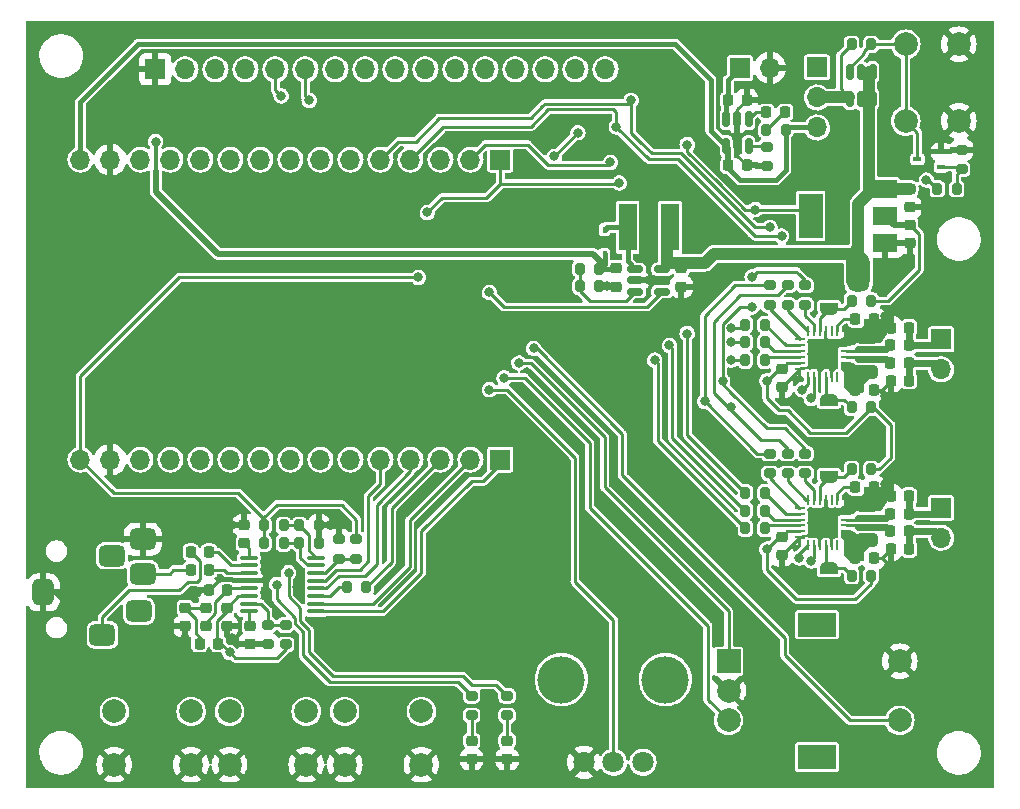
<source format=gtl>
G04 #@! TF.GenerationSoftware,KiCad,Pcbnew,(6.0.7)*
G04 #@! TF.CreationDate,2022-10-03T20:14:31+03:00*
G04 #@! TF.ProjectId,ESP32_blAudio_portable,45535033-325f-4626-9c41-7564696f5f70,rev?*
G04 #@! TF.SameCoordinates,Original*
G04 #@! TF.FileFunction,Copper,L1,Top*
G04 #@! TF.FilePolarity,Positive*
%FSLAX46Y46*%
G04 Gerber Fmt 4.6, Leading zero omitted, Abs format (unit mm)*
G04 Created by KiCad (PCBNEW (6.0.7)) date 2022-10-03 20:14:31*
%MOMM*%
%LPD*%
G01*
G04 APERTURE LIST*
G04 Aperture macros list*
%AMRoundRect*
0 Rectangle with rounded corners*
0 $1 Rounding radius*
0 $2 $3 $4 $5 $6 $7 $8 $9 X,Y pos of 4 corners*
0 Add a 4 corners polygon primitive as box body*
4,1,4,$2,$3,$4,$5,$6,$7,$8,$9,$2,$3,0*
0 Add four circle primitives for the rounded corners*
1,1,$1+$1,$2,$3*
1,1,$1+$1,$4,$5*
1,1,$1+$1,$6,$7*
1,1,$1+$1,$8,$9*
0 Add four rect primitives between the rounded corners*
20,1,$1+$1,$2,$3,$4,$5,0*
20,1,$1+$1,$4,$5,$6,$7,0*
20,1,$1+$1,$6,$7,$8,$9,0*
20,1,$1+$1,$8,$9,$2,$3,0*%
%AMFreePoly0*
4,1,22,0.500000,-0.750000,0.000000,-0.750000,0.000000,-0.745033,-0.079941,-0.743568,-0.215256,-0.701293,-0.333266,-0.622738,-0.424486,-0.514219,-0.481581,-0.384460,-0.499164,-0.250000,-0.500000,-0.250000,-0.500000,0.250000,-0.499164,0.250000,-0.499963,0.256109,-0.478152,0.396186,-0.417904,0.524511,-0.324060,0.630769,-0.204165,0.706417,-0.067858,0.745374,0.000000,0.744959,0.000000,0.750000,
0.500000,0.750000,0.500000,-0.750000,0.500000,-0.750000,$1*%
%AMFreePoly1*
4,1,20,0.000000,0.744959,0.073905,0.744508,0.209726,0.703889,0.328688,0.626782,0.421226,0.519385,0.479903,0.390333,0.500000,0.250000,0.500000,-0.250000,0.499851,-0.262216,0.476331,-0.402017,0.414519,-0.529596,0.319384,-0.634700,0.198574,-0.708877,0.061801,-0.746166,0.000000,-0.745033,0.000000,-0.750000,-0.500000,-0.750000,-0.500000,0.750000,0.000000,0.750000,0.000000,0.744959,
0.000000,0.744959,$1*%
G04 Aperture macros list end*
G04 #@! TA.AperFunction,ComponentPad*
%ADD10RoundRect,0.450000X-0.650000X-0.450000X0.650000X-0.450000X0.650000X0.450000X-0.650000X0.450000X0*%
G04 #@! TD*
G04 #@! TA.AperFunction,ComponentPad*
%ADD11RoundRect,0.450000X0.450000X-0.650000X0.450000X0.650000X-0.450000X0.650000X-0.450000X-0.650000X0*%
G04 #@! TD*
G04 #@! TA.AperFunction,ComponentPad*
%ADD12R,1.700000X1.700000*%
G04 #@! TD*
G04 #@! TA.AperFunction,ComponentPad*
%ADD13O,1.700000X1.700000*%
G04 #@! TD*
G04 #@! TA.AperFunction,SMDPad,CuDef*
%ADD14RoundRect,0.250000X0.650000X-0.325000X0.650000X0.325000X-0.650000X0.325000X-0.650000X-0.325000X0*%
G04 #@! TD*
G04 #@! TA.AperFunction,SMDPad,CuDef*
%ADD15RoundRect,0.200000X-0.200000X-0.275000X0.200000X-0.275000X0.200000X0.275000X-0.200000X0.275000X0*%
G04 #@! TD*
G04 #@! TA.AperFunction,SMDPad,CuDef*
%ADD16RoundRect,0.200000X0.200000X0.275000X-0.200000X0.275000X-0.200000X-0.275000X0.200000X-0.275000X0*%
G04 #@! TD*
G04 #@! TA.AperFunction,SMDPad,CuDef*
%ADD17RoundRect,0.200000X-0.275000X0.200000X-0.275000X-0.200000X0.275000X-0.200000X0.275000X0.200000X0*%
G04 #@! TD*
G04 #@! TA.AperFunction,SMDPad,CuDef*
%ADD18RoundRect,0.150000X-0.150000X0.512500X-0.150000X-0.512500X0.150000X-0.512500X0.150000X0.512500X0*%
G04 #@! TD*
G04 #@! TA.AperFunction,ComponentPad*
%ADD19C,2.000000*%
G04 #@! TD*
G04 #@! TA.AperFunction,ComponentPad*
%ADD20R,3.200000X2.000000*%
G04 #@! TD*
G04 #@! TA.AperFunction,ComponentPad*
%ADD21R,2.000000X2.000000*%
G04 #@! TD*
G04 #@! TA.AperFunction,WasherPad*
%ADD22C,4.000000*%
G04 #@! TD*
G04 #@! TA.AperFunction,ComponentPad*
%ADD23C,1.800000*%
G04 #@! TD*
G04 #@! TA.AperFunction,SMDPad,CuDef*
%ADD24RoundRect,0.225000X-0.225000X-0.250000X0.225000X-0.250000X0.225000X0.250000X-0.225000X0.250000X0*%
G04 #@! TD*
G04 #@! TA.AperFunction,SMDPad,CuDef*
%ADD25RoundRect,0.225000X-0.250000X0.225000X-0.250000X-0.225000X0.250000X-0.225000X0.250000X0.225000X0*%
G04 #@! TD*
G04 #@! TA.AperFunction,SMDPad,CuDef*
%ADD26RoundRect,0.218750X0.256250X-0.218750X0.256250X0.218750X-0.256250X0.218750X-0.256250X-0.218750X0*%
G04 #@! TD*
G04 #@! TA.AperFunction,SMDPad,CuDef*
%ADD27RoundRect,0.218750X-0.218750X-0.256250X0.218750X-0.256250X0.218750X0.256250X-0.218750X0.256250X0*%
G04 #@! TD*
G04 #@! TA.AperFunction,SMDPad,CuDef*
%ADD28R,0.700000X0.450000*%
G04 #@! TD*
G04 #@! TA.AperFunction,SMDPad,CuDef*
%ADD29RoundRect,0.100000X-0.637500X-0.100000X0.637500X-0.100000X0.637500X0.100000X-0.637500X0.100000X0*%
G04 #@! TD*
G04 #@! TA.AperFunction,SMDPad,CuDef*
%ADD30RoundRect,0.200000X0.275000X-0.200000X0.275000X0.200000X-0.275000X0.200000X-0.275000X-0.200000X0*%
G04 #@! TD*
G04 #@! TA.AperFunction,SMDPad,CuDef*
%ADD31RoundRect,0.225000X0.225000X0.250000X-0.225000X0.250000X-0.225000X-0.250000X0.225000X-0.250000X0*%
G04 #@! TD*
G04 #@! TA.AperFunction,SMDPad,CuDef*
%ADD32FreePoly0,90.000000*%
G04 #@! TD*
G04 #@! TA.AperFunction,SMDPad,CuDef*
%ADD33FreePoly1,90.000000*%
G04 #@! TD*
G04 #@! TA.AperFunction,SMDPad,CuDef*
%ADD34R,0.450000X0.600000*%
G04 #@! TD*
G04 #@! TA.AperFunction,SMDPad,CuDef*
%ADD35R,1.500000X4.000000*%
G04 #@! TD*
G04 #@! TA.AperFunction,SMDPad,CuDef*
%ADD36R,2.000000X1.500000*%
G04 #@! TD*
G04 #@! TA.AperFunction,SMDPad,CuDef*
%ADD37R,2.000000X3.800000*%
G04 #@! TD*
G04 #@! TA.AperFunction,SMDPad,CuDef*
%ADD38RoundRect,0.225000X0.250000X-0.225000X0.250000X0.225000X-0.250000X0.225000X-0.250000X-0.225000X0*%
G04 #@! TD*
G04 #@! TA.AperFunction,SMDPad,CuDef*
%ADD39RoundRect,0.062500X0.062500X-0.375000X0.062500X0.375000X-0.062500X0.375000X-0.062500X-0.375000X0*%
G04 #@! TD*
G04 #@! TA.AperFunction,SMDPad,CuDef*
%ADD40RoundRect,0.062500X0.375000X-0.062500X0.375000X0.062500X-0.375000X0.062500X-0.375000X-0.062500X0*%
G04 #@! TD*
G04 #@! TA.AperFunction,ComponentPad*
%ADD41C,0.500000*%
G04 #@! TD*
G04 #@! TA.AperFunction,SMDPad,CuDef*
%ADD42R,2.600000X2.600000*%
G04 #@! TD*
G04 #@! TA.AperFunction,SMDPad,CuDef*
%ADD43RoundRect,0.150000X-0.512500X-0.150000X0.512500X-0.150000X0.512500X0.150000X-0.512500X0.150000X0*%
G04 #@! TD*
G04 #@! TA.AperFunction,SMDPad,CuDef*
%ADD44FreePoly0,270.000000*%
G04 #@! TD*
G04 #@! TA.AperFunction,SMDPad,CuDef*
%ADD45FreePoly1,270.000000*%
G04 #@! TD*
G04 #@! TA.AperFunction,ViaPad*
%ADD46C,0.800000*%
G04 #@! TD*
G04 #@! TA.AperFunction,Conductor*
%ADD47C,0.250000*%
G04 #@! TD*
G04 #@! TA.AperFunction,Conductor*
%ADD48C,0.400000*%
G04 #@! TD*
G04 #@! TA.AperFunction,Conductor*
%ADD49C,0.200000*%
G04 #@! TD*
G04 #@! TA.AperFunction,Conductor*
%ADD50C,0.500000*%
G04 #@! TD*
G04 #@! TA.AperFunction,Conductor*
%ADD51C,1.000000*%
G04 #@! TD*
G04 #@! TA.AperFunction,Conductor*
%ADD52C,2.000000*%
G04 #@! TD*
G04 #@! TA.AperFunction,Conductor*
%ADD53C,0.600000*%
G04 #@! TD*
G04 #@! TA.AperFunction,Conductor*
%ADD54C,0.300000*%
G04 #@! TD*
G04 APERTURE END LIST*
D10*
X58545000Y-66570000D03*
X61145000Y-65170000D03*
X57745000Y-73270000D03*
X60845000Y-71270000D03*
D11*
X52745000Y-69670000D03*
D10*
X61145000Y-68070000D03*
D12*
X128750000Y-48250000D03*
D13*
X128750000Y-50790000D03*
D14*
X122500000Y-65225000D03*
X122500000Y-62275000D03*
D15*
X112175000Y-61250000D03*
X113825000Y-61250000D03*
X78425000Y-69250000D03*
X80075000Y-69250000D03*
D12*
X118250000Y-25225000D03*
D13*
X118250000Y-27765000D03*
X118250000Y-30305000D03*
D16*
X122825000Y-59250000D03*
X121175000Y-59250000D03*
D15*
X121175000Y-23250000D03*
X122825000Y-23250000D03*
X98175000Y-42250000D03*
X99825000Y-42250000D03*
D17*
X114250000Y-43675000D03*
X114250000Y-45325000D03*
D15*
X74425000Y-64000000D03*
X76075000Y-64000000D03*
D18*
X112450000Y-29612500D03*
X111500000Y-29612500D03*
X110550000Y-29612500D03*
X110550000Y-31887500D03*
X112450000Y-31887500D03*
D19*
X125250000Y-75500000D03*
X125250000Y-80500000D03*
D20*
X118250000Y-83600000D03*
X118250000Y-72400000D03*
D19*
X110750000Y-78000000D03*
X110750000Y-80500000D03*
D21*
X110750000Y-75500000D03*
D22*
X105400000Y-77050000D03*
X96600000Y-77050000D03*
D23*
X103500000Y-84050000D03*
X101000000Y-84050000D03*
X98500000Y-84050000D03*
D24*
X121475000Y-66750000D03*
X123025000Y-66750000D03*
D25*
X126100000Y-38525000D03*
X126100000Y-40075000D03*
D26*
X89000000Y-83787500D03*
X89000000Y-82212500D03*
D27*
X124462500Y-64500000D03*
X126037500Y-64500000D03*
D28*
X128750000Y-33650000D03*
X128750000Y-32350000D03*
X126750000Y-33000000D03*
D29*
X70137500Y-66725000D03*
X70137500Y-67375000D03*
X70137500Y-68025000D03*
X70137500Y-68675000D03*
X70137500Y-69325000D03*
X70137500Y-69975000D03*
X70137500Y-70625000D03*
X70137500Y-71275000D03*
X75862500Y-71275000D03*
X75862500Y-70625000D03*
X75862500Y-69975000D03*
X75862500Y-69325000D03*
X75862500Y-68675000D03*
X75862500Y-68025000D03*
X75862500Y-67375000D03*
X75862500Y-66725000D03*
D15*
X71425000Y-64000000D03*
X73075000Y-64000000D03*
D30*
X77750000Y-66825000D03*
X77750000Y-65175000D03*
D16*
X122825000Y-54000000D03*
X121175000Y-54000000D03*
D15*
X112175000Y-48500000D03*
X113825000Y-48500000D03*
X74425000Y-65500000D03*
X76075000Y-65500000D03*
D24*
X121475000Y-60750000D03*
X123025000Y-60750000D03*
D31*
X66775000Y-67750000D03*
X65225000Y-67750000D03*
X126025000Y-51750000D03*
X124475000Y-51750000D03*
D32*
X119250000Y-54650000D03*
D33*
X119250000Y-53350000D03*
D19*
X130250000Y-29750000D03*
X130250000Y-23250000D03*
X125750000Y-29750000D03*
X125750000Y-23250000D03*
D15*
X112175000Y-50000000D03*
X113825000Y-50000000D03*
X112175000Y-47000000D03*
X113825000Y-47000000D03*
D31*
X126025000Y-66000000D03*
X124475000Y-66000000D03*
D30*
X114000000Y-33575000D03*
X114000000Y-31925000D03*
D12*
X91440000Y-58420000D03*
D13*
X88900000Y-58420000D03*
X86360000Y-58420000D03*
X83820000Y-58420000D03*
X81280000Y-58420000D03*
X78740000Y-58420000D03*
X76200000Y-58420000D03*
X73660000Y-58420000D03*
X71120000Y-58420000D03*
X68580000Y-58420000D03*
X66040000Y-58420000D03*
X63500000Y-58420000D03*
X60960000Y-58420000D03*
X58420000Y-58420000D03*
X55880000Y-58420000D03*
D25*
X115250000Y-50725000D03*
X115250000Y-52275000D03*
D30*
X92000000Y-80075000D03*
X92000000Y-78425000D03*
D19*
X78250000Y-84250000D03*
X84750000Y-84250000D03*
X78250000Y-79750000D03*
X84750000Y-79750000D03*
X58750000Y-84250000D03*
X65250000Y-84250000D03*
X58750000Y-79750000D03*
X65250000Y-79750000D03*
D17*
X79250000Y-65175000D03*
X79250000Y-66825000D03*
D12*
X62230000Y-25375000D03*
D13*
X64770000Y-25375000D03*
X67310000Y-25375000D03*
X69850000Y-25375000D03*
X72390000Y-25375000D03*
X74930000Y-25375000D03*
X77470000Y-25375000D03*
X80010000Y-25375000D03*
X82550000Y-25375000D03*
X85090000Y-25375000D03*
X87630000Y-25375000D03*
X90170000Y-25375000D03*
X92710000Y-25375000D03*
X95250000Y-25375000D03*
X97790000Y-25375000D03*
X100330000Y-25375000D03*
D34*
X100250000Y-41050000D03*
X100250000Y-38950000D03*
D35*
X105800000Y-38750000D03*
X102200000Y-38750000D03*
D25*
X106750000Y-42225000D03*
X106750000Y-43775000D03*
D17*
X117250000Y-57925000D03*
X117250000Y-59575000D03*
D31*
X126025000Y-47250000D03*
X124475000Y-47250000D03*
D36*
X124000000Y-40100000D03*
D37*
X117700000Y-37800000D03*
D36*
X124000000Y-37800000D03*
X124000000Y-35500000D03*
D17*
X114250000Y-57925000D03*
X114250000Y-59575000D03*
D12*
X128750000Y-62500000D03*
D13*
X128750000Y-65040000D03*
D15*
X112175000Y-64250000D03*
X113825000Y-64250000D03*
D30*
X89000000Y-80075000D03*
X89000000Y-78425000D03*
D15*
X71425000Y-65500000D03*
X73075000Y-65500000D03*
D38*
X68250000Y-72525000D03*
X68250000Y-70975000D03*
D17*
X115750000Y-43675000D03*
X115750000Y-45325000D03*
D30*
X130500000Y-33825000D03*
X130500000Y-32175000D03*
D39*
X117475000Y-51437500D03*
X117975000Y-51437500D03*
X118475000Y-51437500D03*
X118975000Y-51437500D03*
X119475000Y-51437500D03*
X119975000Y-51437500D03*
D40*
X120662500Y-50750000D03*
X120662500Y-50250000D03*
X120662500Y-49750000D03*
X120662500Y-49250000D03*
X120662500Y-48750000D03*
X120662500Y-48250000D03*
D39*
X119975000Y-47562500D03*
X119475000Y-47562500D03*
X118975000Y-47562500D03*
X118475000Y-47562500D03*
X117975000Y-47562500D03*
X117475000Y-47562500D03*
D40*
X116787500Y-48250000D03*
X116787500Y-48750000D03*
X116787500Y-49250000D03*
X116787500Y-49750000D03*
X116787500Y-50250000D03*
X116787500Y-50750000D03*
D41*
X119775000Y-49500000D03*
X119775000Y-50550000D03*
X117675000Y-48450000D03*
X117675000Y-49500000D03*
D42*
X118725000Y-49500000D03*
D41*
X118725000Y-49500000D03*
X119775000Y-48450000D03*
X118725000Y-48450000D03*
X118725000Y-50550000D03*
X117675000Y-50550000D03*
D26*
X92000000Y-83787500D03*
X92000000Y-82212500D03*
D25*
X115250000Y-64975000D03*
X115250000Y-66525000D03*
D27*
X65962500Y-74000000D03*
X67537500Y-74000000D03*
X124462500Y-63000000D03*
X126037500Y-63000000D03*
D14*
X122500000Y-50975000D03*
X122500000Y-48025000D03*
D43*
X102862500Y-42300000D03*
X102862500Y-43250000D03*
X102862500Y-44200000D03*
X105137500Y-44200000D03*
X105137500Y-42300000D03*
D27*
X124462500Y-48750000D03*
X126037500Y-48750000D03*
X124462500Y-50250000D03*
X126037500Y-50250000D03*
D38*
X69750000Y-65525000D03*
X69750000Y-63975000D03*
D32*
X119250000Y-68900000D03*
D33*
X119250000Y-67600000D03*
D24*
X121475000Y-52500000D03*
X123025000Y-52500000D03*
D12*
X91440000Y-33020000D03*
D13*
X88900000Y-33020000D03*
X86360000Y-33020000D03*
X83820000Y-33020000D03*
X81280000Y-33020000D03*
X78740000Y-33020000D03*
X76200000Y-33020000D03*
X73660000Y-33020000D03*
X71120000Y-33020000D03*
X68580000Y-33020000D03*
X66040000Y-33020000D03*
X63500000Y-33020000D03*
X60960000Y-33020000D03*
X58420000Y-33020000D03*
X55880000Y-33020000D03*
D30*
X73250000Y-74075000D03*
X73250000Y-72425000D03*
D44*
X119250000Y-58600000D03*
D45*
X119250000Y-59900000D03*
D16*
X122825000Y-45000000D03*
X121175000Y-45000000D03*
D17*
X71750000Y-72425000D03*
X71750000Y-74075000D03*
D26*
X66500000Y-72537500D03*
X66500000Y-70962500D03*
D19*
X75000000Y-84250000D03*
X68500000Y-84250000D03*
X75000000Y-79750000D03*
X68500000Y-79750000D03*
D25*
X70250000Y-72475000D03*
X70250000Y-74025000D03*
D16*
X122825000Y-68250000D03*
X121175000Y-68250000D03*
D17*
X115750000Y-57925000D03*
X115750000Y-59575000D03*
D24*
X66725000Y-69500000D03*
X68275000Y-69500000D03*
D31*
X126025000Y-61500000D03*
X124475000Y-61500000D03*
D15*
X113925000Y-30500000D03*
X115575000Y-30500000D03*
D25*
X101250000Y-42225000D03*
X101250000Y-43775000D03*
D24*
X121475000Y-46500000D03*
X123025000Y-46500000D03*
D16*
X99825000Y-43750000D03*
X98175000Y-43750000D03*
D44*
X119250000Y-44350000D03*
D45*
X119250000Y-45650000D03*
D24*
X110725000Y-28000000D03*
X112275000Y-28000000D03*
D31*
X66775000Y-66250000D03*
X65225000Y-66250000D03*
D15*
X112175000Y-62750000D03*
X113825000Y-62750000D03*
D17*
X117250000Y-43675000D03*
X117250000Y-45325000D03*
D15*
X128425000Y-35500000D03*
X130075000Y-35500000D03*
D39*
X117475000Y-65687500D03*
X117975000Y-65687500D03*
X118475000Y-65687500D03*
X118975000Y-65687500D03*
X119475000Y-65687500D03*
X119975000Y-65687500D03*
D40*
X120662500Y-65000000D03*
X120662500Y-64500000D03*
X120662500Y-64000000D03*
X120662500Y-63500000D03*
X120662500Y-63000000D03*
X120662500Y-62500000D03*
D39*
X119975000Y-61812500D03*
X119475000Y-61812500D03*
X118975000Y-61812500D03*
X118475000Y-61812500D03*
X117975000Y-61812500D03*
X117475000Y-61812500D03*
D40*
X116787500Y-62500000D03*
X116787500Y-63000000D03*
X116787500Y-63500000D03*
X116787500Y-64000000D03*
X116787500Y-64500000D03*
X116787500Y-65000000D03*
D41*
X119775000Y-62700000D03*
X119775000Y-64800000D03*
X117675000Y-63750000D03*
X118725000Y-63750000D03*
D42*
X118725000Y-63750000D03*
D41*
X119775000Y-63750000D03*
X117675000Y-62700000D03*
X117675000Y-64800000D03*
X118725000Y-62700000D03*
X118725000Y-64800000D03*
D38*
X64750000Y-72525000D03*
X64750000Y-70975000D03*
D25*
X126100000Y-35525000D03*
X126100000Y-37075000D03*
D12*
X111725000Y-25250000D03*
D13*
X114265000Y-25250000D03*
D18*
X122950000Y-27887500D03*
X122000000Y-25612500D03*
X122000000Y-27887500D03*
X122950000Y-25612500D03*
X121050000Y-25612500D03*
X121050000Y-27887500D03*
D24*
X110725000Y-33500000D03*
X112275000Y-33500000D03*
D27*
X113962500Y-29000000D03*
X115537500Y-29000000D03*
D46*
X101000000Y-36250000D03*
X99500000Y-40000000D03*
X108250000Y-40250000D03*
X123500000Y-61750000D03*
X123500000Y-47500000D03*
X124000000Y-46250000D03*
X124000000Y-53000000D03*
X124000000Y-60500000D03*
X115000000Y-71250000D03*
X112750000Y-65750000D03*
X117250000Y-68500000D03*
X119500000Y-57250000D03*
X123500000Y-56750000D03*
X112750000Y-52750000D03*
X110000000Y-56500000D03*
X77000000Y-64000000D03*
X74250000Y-69250000D03*
X74750000Y-76500000D03*
X81000000Y-75500000D03*
X70750000Y-80500000D03*
X64750000Y-78000000D03*
X59500000Y-76000000D03*
X59000000Y-60250000D03*
X67250000Y-60000000D03*
X85500000Y-39500000D03*
X65250000Y-44500000D03*
X77750000Y-44500000D03*
X86250000Y-52750000D03*
X93750000Y-77750000D03*
X103000000Y-79750000D03*
X107000000Y-73250000D03*
X99750000Y-67750000D03*
X89500000Y-68250000D03*
X86000000Y-78500000D03*
X90750000Y-85000000D03*
X94500000Y-84000000D03*
X81250000Y-83750000D03*
X71500000Y-84000000D03*
X62250000Y-84250000D03*
X61000000Y-62500000D03*
X68750000Y-64000000D03*
X77500000Y-73500000D03*
X60000000Y-73250000D03*
X56750000Y-68500000D03*
X56750000Y-83250000D03*
X53000000Y-78750000D03*
X52000000Y-73750000D03*
X52250000Y-65750000D03*
X52500000Y-58000000D03*
X55750000Y-48000000D03*
X55750000Y-38500000D03*
X57750000Y-55500000D03*
X62500000Y-55750000D03*
X73000000Y-55750000D03*
X78750000Y-61500000D03*
X86500000Y-66000000D03*
X96750000Y-61000000D03*
X101500000Y-51000000D03*
X103250000Y-57000000D03*
X98500000Y-46500000D03*
X90250000Y-47000000D03*
X87000000Y-43250000D03*
X75000000Y-42000000D03*
X61250000Y-43500000D03*
X62500000Y-38500000D03*
X58750000Y-30000000D03*
X82000000Y-39000000D03*
X73000000Y-39500000D03*
X65750000Y-36250000D03*
X88000000Y-31500000D03*
X84000000Y-29500000D03*
X69000000Y-29000000D03*
X57250000Y-22750000D03*
X52500000Y-29000000D03*
X64000000Y-22000000D03*
X79250000Y-22000000D03*
X97250000Y-22000000D03*
X104000000Y-43250000D03*
X111500000Y-39500000D03*
X92750000Y-43500000D03*
X87750000Y-35000000D03*
X92500000Y-38250000D03*
X94250000Y-33750000D03*
X100500000Y-31750000D03*
X105250000Y-27500000D03*
X108250000Y-29250000D03*
X116250000Y-27250000D03*
X111500000Y-22750000D03*
X119750000Y-22750000D03*
X124250000Y-28000000D03*
X128250000Y-26750000D03*
X132500000Y-30500000D03*
X132000000Y-37750000D03*
X127750000Y-43000000D03*
X131750000Y-45750000D03*
X131750000Y-52250000D03*
X126250000Y-54500000D03*
X126500000Y-58250000D03*
X132000000Y-59500000D03*
X131500000Y-65250000D03*
X126500000Y-68250000D03*
X131500000Y-77750000D03*
X125750000Y-84500000D03*
X122000000Y-73500000D03*
X112250000Y-73000000D03*
X116250000Y-78750000D03*
X107750000Y-82000000D03*
X107000000Y-69000000D03*
X110250000Y-51750000D03*
X94250000Y-49000000D03*
X93000000Y-50250000D03*
X91750000Y-51500000D03*
X90500000Y-52500000D03*
X105750000Y-48750000D03*
X104500000Y-50000000D03*
X64750000Y-73500000D03*
X71750000Y-68000000D03*
X100500000Y-43750000D03*
X127500000Y-37250000D03*
X65750000Y-69750000D03*
X124500000Y-41750000D03*
X104750000Y-30750000D03*
X106250000Y-26000000D03*
X68750000Y-73500000D03*
X107250000Y-31750000D03*
X114000000Y-51750000D03*
X85250000Y-37500000D03*
X68500000Y-74750000D03*
X114000000Y-66000000D03*
X84500000Y-43000000D03*
X101500000Y-35000000D03*
X113000000Y-37250000D03*
X121250000Y-43750000D03*
X121750000Y-66000000D03*
X121000000Y-65500000D03*
X122250000Y-43750000D03*
X121250000Y-42750000D03*
X121750000Y-51750000D03*
X121000000Y-51250000D03*
X122250000Y-42750000D03*
X121750000Y-41750000D03*
X62250000Y-31500000D03*
X72875000Y-27625000D03*
X75250000Y-28000000D03*
X73500000Y-68000000D03*
X72500000Y-69000000D03*
X112750000Y-42950500D03*
X112750000Y-45500000D03*
X108750000Y-53500000D03*
X110987701Y-54012299D03*
X127500000Y-34750000D03*
X100750000Y-33250000D03*
X102500000Y-28000000D03*
X117000000Y-52500000D03*
X114250000Y-38750000D03*
X116750000Y-66750000D03*
X101250000Y-30250000D03*
X117750000Y-67000000D03*
X117750000Y-53250000D03*
X115250000Y-39500000D03*
X111000000Y-47250000D03*
X107250000Y-47750000D03*
X111000000Y-48500000D03*
X111000000Y-50000000D03*
X90500000Y-44250000D03*
X98000000Y-30750000D03*
X96000000Y-32750000D03*
D47*
X124000000Y-53000000D02*
X124500000Y-53500000D01*
X106000000Y-56575000D02*
X112175000Y-62750000D01*
X106000000Y-49000000D02*
X106000000Y-56575000D01*
X105750000Y-48750000D02*
X106000000Y-49000000D01*
X110750000Y-71250000D02*
X110750000Y-75500000D01*
X100250000Y-60750000D02*
X110750000Y-71250000D01*
X100250000Y-56500000D02*
X100250000Y-60750000D01*
X94000000Y-50250000D02*
X100250000Y-56500000D01*
X93000000Y-50250000D02*
X94000000Y-50250000D01*
X121000000Y-80500000D02*
X125250000Y-80500000D01*
X115500000Y-75000000D02*
X121000000Y-80500000D01*
X101750000Y-59750000D02*
X115500000Y-73500000D01*
X101750000Y-56250000D02*
X101750000Y-59750000D01*
X94500000Y-49000000D02*
X101750000Y-56250000D01*
X115500000Y-73500000D02*
X115500000Y-75000000D01*
X94250000Y-49000000D02*
X94500000Y-49000000D01*
X109000000Y-72500000D02*
X109000000Y-78750000D01*
X99000000Y-57000000D02*
X99000000Y-62500000D01*
X99000000Y-62500000D02*
X109000000Y-72500000D01*
X93500000Y-51500000D02*
X99000000Y-57000000D01*
X109000000Y-78750000D02*
X110750000Y-80500000D01*
X91750000Y-51500000D02*
X93500000Y-51500000D01*
X92000000Y-52500000D02*
X97750000Y-58250000D01*
X97750000Y-58250000D02*
X97750000Y-68750000D01*
X97750000Y-68750000D02*
X101000000Y-72000000D01*
X101000000Y-72000000D02*
X101000000Y-84050000D01*
X90500000Y-52500000D02*
X92000000Y-52500000D01*
X107250000Y-47750000D02*
X107250000Y-56325000D01*
X107250000Y-56325000D02*
X112175000Y-61250000D01*
X104750000Y-50250000D02*
X104750000Y-56825000D01*
X104750000Y-56825000D02*
X112175000Y-64250000D01*
X104500000Y-50000000D02*
X104750000Y-50250000D01*
X90000000Y-60250000D02*
X91440000Y-58810000D01*
X89000000Y-60250000D02*
X90000000Y-60250000D01*
X84750000Y-64500000D02*
X89000000Y-60250000D01*
X84750000Y-68000000D02*
X84750000Y-64500000D01*
X81475000Y-71275000D02*
X84750000Y-68000000D01*
X91440000Y-58810000D02*
X91440000Y-58420000D01*
X75862500Y-71275000D02*
X81475000Y-71275000D01*
D48*
X55880000Y-28120000D02*
X60750000Y-23250000D01*
X114750000Y-34750000D02*
X115575000Y-33925000D01*
X115575000Y-33925000D02*
X115575000Y-30500000D01*
X106250000Y-23250000D02*
X109250000Y-26250000D01*
X60750000Y-23250000D02*
X106250000Y-23250000D01*
X109250000Y-30587500D02*
X110206250Y-31543750D01*
X110725000Y-32062500D02*
X110725000Y-33500000D01*
X55880000Y-33020000D02*
X55880000Y-28120000D01*
X111750000Y-34750000D02*
X114750000Y-34750000D01*
X110206250Y-31543750D02*
X110550000Y-31887500D01*
X110206250Y-31543750D02*
X110725000Y-32062500D01*
X115770000Y-30305000D02*
X118250000Y-30305000D01*
D47*
X110550000Y-33325000D02*
X110725000Y-33500000D01*
X110550000Y-31887500D02*
X110550000Y-33325000D01*
D48*
X110725000Y-33725000D02*
X111750000Y-34750000D01*
X110725000Y-33500000D02*
X110725000Y-33725000D01*
X115575000Y-30500000D02*
X115770000Y-30305000D01*
X109250000Y-26250000D02*
X109250000Y-30587500D01*
D47*
X123500000Y-52500000D02*
X124000000Y-53000000D01*
D49*
X116887652Y-65000000D02*
X116962652Y-64925000D01*
D47*
X70137500Y-68675000D02*
X68925000Y-68675000D01*
X118975000Y-63500000D02*
X118725000Y-63750000D01*
X111500000Y-32725000D02*
X112275000Y-33500000D01*
D49*
X118975000Y-48200000D02*
X118725000Y-48450000D01*
X116962652Y-64925000D02*
X117550000Y-64925000D01*
D47*
X63725000Y-72525000D02*
X64750000Y-72525000D01*
X66725000Y-69500000D02*
X66000000Y-69500000D01*
D49*
X119475000Y-51437500D02*
X119475000Y-50250000D01*
D47*
X68250000Y-72525000D02*
X68250000Y-73000000D01*
X68750000Y-68500000D02*
X67725000Y-68500000D01*
X61250000Y-75000000D02*
X63725000Y-72525000D01*
X123725000Y-52500000D02*
X124475000Y-51750000D01*
X71075000Y-68675000D02*
X71750000Y-68000000D01*
X123025000Y-66750000D02*
X123750000Y-66750000D01*
X123025000Y-66750000D02*
X123725000Y-66750000D01*
X67725000Y-68500000D02*
X66725000Y-69500000D01*
X111500000Y-28775000D02*
X112275000Y-28000000D01*
D49*
X119475000Y-64500000D02*
X118725000Y-63750000D01*
X116787500Y-50750000D02*
X116837500Y-50700000D01*
X119475000Y-65687500D02*
X119475000Y-64500000D01*
X116787500Y-65000000D02*
X116887652Y-65000000D01*
D47*
X56000000Y-74000000D02*
X57000000Y-75000000D01*
D49*
X118475000Y-49750000D02*
X118725000Y-49500000D01*
D47*
X123025000Y-52500000D02*
X123500000Y-52500000D01*
X57000000Y-75000000D02*
X61250000Y-75000000D01*
X66000000Y-69500000D02*
X65750000Y-69750000D01*
X115262500Y-66525000D02*
X116787500Y-65000000D01*
D49*
X117550000Y-64925000D02*
X118725000Y-63750000D01*
D47*
X118975000Y-61812500D02*
X118975000Y-63500000D01*
X64750000Y-72525000D02*
X64750000Y-73500000D01*
D49*
X119475000Y-50250000D02*
X118725000Y-49500000D01*
X118475000Y-64000000D02*
X118725000Y-63750000D01*
D47*
X123725000Y-66750000D02*
X124475000Y-66000000D01*
X68925000Y-68675000D02*
X68750000Y-68500000D01*
X122275000Y-48250000D02*
X122500000Y-48025000D01*
X70137500Y-68675000D02*
X71075000Y-68675000D01*
D49*
X117525000Y-50700000D02*
X117675000Y-50550000D01*
D47*
X120662500Y-48250000D02*
X122275000Y-48250000D01*
X123750000Y-66750000D02*
X124250000Y-67250000D01*
D49*
X118475000Y-51437500D02*
X118475000Y-49750000D01*
D47*
X123025000Y-52500000D02*
X123725000Y-52500000D01*
D49*
X118475000Y-65687500D02*
X118475000Y-64000000D01*
D47*
X115250000Y-66525000D02*
X115262500Y-66525000D01*
D49*
X118975000Y-47562500D02*
X118975000Y-48200000D01*
D47*
X127325000Y-37075000D02*
X127500000Y-37250000D01*
X124000000Y-40100000D02*
X124000000Y-41250000D01*
X52745000Y-69670000D02*
X53670000Y-69670000D01*
X126100000Y-37075000D02*
X127325000Y-37075000D01*
X115262500Y-52275000D02*
X116787500Y-50750000D01*
D49*
X116837500Y-50700000D02*
X117525000Y-50700000D01*
D47*
X115250000Y-52275000D02*
X115262500Y-52275000D01*
X124000000Y-41250000D02*
X124500000Y-41750000D01*
X111500000Y-29612500D02*
X111500000Y-28775000D01*
X111500000Y-29612500D02*
X111500000Y-32725000D01*
X53670000Y-69670000D02*
X56000000Y-72000000D01*
X68250000Y-73000000D02*
X68750000Y-73500000D01*
X56000000Y-72000000D02*
X56000000Y-74000000D01*
D48*
X110725000Y-26250000D02*
X111725000Y-25250000D01*
X110725000Y-28000000D02*
X110725000Y-26250000D01*
X110550000Y-29612500D02*
X110550000Y-28175000D01*
X110550000Y-28175000D02*
X110725000Y-28000000D01*
D47*
X117700000Y-37800000D02*
X117150000Y-37250000D01*
X115000000Y-54250000D02*
X114000000Y-53250000D01*
X114000000Y-51750000D02*
X115025000Y-50725000D01*
X124500000Y-58250000D02*
X124500000Y-55500000D01*
X122825000Y-59250000D02*
X123500000Y-59250000D01*
X120675000Y-56175000D02*
X117675000Y-56175000D01*
X124500000Y-55500000D02*
X123000000Y-54000000D01*
X71425000Y-65500000D02*
X71425000Y-64000000D01*
X121500000Y-70250000D02*
X122825000Y-68925000D01*
X126900000Y-39325000D02*
X126900000Y-42350000D01*
X69250000Y-69975000D02*
X68250000Y-70975000D01*
X123500000Y-59250000D02*
X124500000Y-58250000D01*
X112136396Y-37250000D02*
X109818198Y-34931802D01*
X115025000Y-64975000D02*
X114000000Y-66000000D01*
X90250000Y-36250000D02*
X91440000Y-35060000D01*
X68500000Y-74750000D02*
X69000000Y-75250000D01*
X126900000Y-42350000D02*
X124250000Y-45000000D01*
X117150000Y-37250000D02*
X113000000Y-37250000D01*
X124250000Y-45000000D02*
X122825000Y-45000000D01*
X114000000Y-67750000D02*
X116500000Y-70250000D01*
X69000000Y-75250000D02*
X72500000Y-75250000D01*
X68250000Y-71250000D02*
X68250000Y-70975000D01*
X115250000Y-64975000D02*
X115025000Y-64975000D01*
X115725000Y-50250000D02*
X115250000Y-50725000D01*
X58710000Y-61250000D02*
X55880000Y-58420000D01*
X115750000Y-54250000D02*
X115000000Y-54250000D01*
X91440000Y-35060000D02*
X91440000Y-33020000D01*
X72500000Y-62250000D02*
X71425000Y-63325000D01*
D50*
X124725000Y-38525000D02*
X124000000Y-37800000D01*
D47*
X117675000Y-56175000D02*
X115750000Y-54250000D01*
X116787500Y-50250000D02*
X115725000Y-50250000D01*
X67537500Y-74000000D02*
X67450000Y-73912500D01*
X73250000Y-74500000D02*
X73250000Y-74075000D01*
X70137500Y-69975000D02*
X69250000Y-69975000D01*
X79250000Y-65175000D02*
X79250000Y-63500000D01*
X126100000Y-38525000D02*
X126900000Y-39325000D01*
X55880000Y-58420000D02*
X55880000Y-51370000D01*
X63250000Y-44000000D02*
X64250000Y-43000000D01*
X116787500Y-64500000D02*
X115725000Y-64500000D01*
X78000000Y-62250000D02*
X72500000Y-62250000D01*
X122825000Y-54025000D02*
X120675000Y-56175000D01*
X55880000Y-51370000D02*
X63250000Y-44000000D01*
X72500000Y-75250000D02*
X73250000Y-74500000D01*
X115025000Y-50725000D02*
X115250000Y-50725000D01*
X107250000Y-32363604D02*
X107250000Y-31750000D01*
X113000000Y-37250000D02*
X112136396Y-37250000D01*
X71425000Y-63325000D02*
X71425000Y-64000000D01*
X67750000Y-74000000D02*
X68500000Y-74750000D01*
X109818198Y-34931802D02*
X107250000Y-32363604D01*
X64250000Y-43000000D02*
X84500000Y-43000000D01*
X69250000Y-61250000D02*
X58710000Y-61250000D01*
X122825000Y-68925000D02*
X122825000Y-68250000D01*
X71425000Y-63425000D02*
X69250000Y-61250000D01*
X85250000Y-37500000D02*
X86500000Y-36250000D01*
X116500000Y-70250000D02*
X121500000Y-70250000D01*
X91440000Y-35060000D02*
X101440000Y-35060000D01*
X71425000Y-64000000D02*
X71425000Y-63425000D01*
X67450000Y-73912500D02*
X67450000Y-72050000D01*
X101440000Y-35060000D02*
X101500000Y-35000000D01*
X122825000Y-54000000D02*
X122825000Y-54025000D01*
X79250000Y-63500000D02*
X78000000Y-62250000D01*
D50*
X126100000Y-38525000D02*
X124725000Y-38525000D01*
D47*
X86500000Y-36250000D02*
X90250000Y-36250000D01*
X115725000Y-64500000D02*
X115250000Y-64975000D01*
X67537500Y-74000000D02*
X67750000Y-74000000D01*
X114000000Y-66000000D02*
X114000000Y-67750000D01*
X114000000Y-53250000D02*
X114000000Y-51750000D01*
X123000000Y-54000000D02*
X122825000Y-54000000D01*
X67450000Y-72050000D02*
X68250000Y-71250000D01*
D51*
X124000000Y-35500000D02*
X123000000Y-35500000D01*
X121750000Y-40500000D02*
X121750000Y-41750000D01*
D50*
X122000000Y-25612500D02*
X122612500Y-25612500D01*
X122612500Y-25612500D02*
X122950000Y-25612500D01*
D52*
X121750000Y-41750000D02*
X121750000Y-43250000D01*
D51*
X124000000Y-35500000D02*
X126075000Y-35500000D01*
X105500000Y-39050000D02*
X105800000Y-38750000D01*
X121750000Y-40500000D02*
X121250000Y-41000000D01*
X109500000Y-41000000D02*
X108750000Y-41750000D01*
X121250000Y-41000000D02*
X109500000Y-41000000D01*
X122612500Y-35887500D02*
X122250000Y-36250000D01*
X123000000Y-35500000D02*
X122250000Y-36250000D01*
X126075000Y-35500000D02*
X126100000Y-35525000D01*
D50*
X122000000Y-27887500D02*
X122950000Y-27887500D01*
D51*
X122250000Y-36250000D02*
X121750000Y-36750000D01*
X105500000Y-41750000D02*
X105500000Y-39050000D01*
X108750000Y-41750000D02*
X105500000Y-41750000D01*
X121750000Y-36750000D02*
X121750000Y-40500000D01*
X122612500Y-25612500D02*
X122612500Y-35887500D01*
D47*
X119975000Y-61275000D02*
X120500000Y-60750000D01*
X119975000Y-61812500D02*
X119975000Y-61275000D01*
X120500000Y-60750000D02*
X121475000Y-60750000D01*
D53*
X126037500Y-64500000D02*
X126037500Y-65987500D01*
X128210000Y-64500000D02*
X128750000Y-65040000D01*
X126037500Y-64500000D02*
X128210000Y-64500000D01*
X126037500Y-65987500D02*
X126025000Y-66000000D01*
X126037500Y-61512500D02*
X126025000Y-61500000D01*
X126037500Y-63000000D02*
X128250000Y-63000000D01*
X126037500Y-63000000D02*
X126037500Y-61512500D01*
X128250000Y-63000000D02*
X128750000Y-62500000D01*
D47*
X119975000Y-47025000D02*
X120500000Y-46500000D01*
X120500000Y-46500000D02*
X121475000Y-46500000D01*
X119975000Y-47562500D02*
X119975000Y-47025000D01*
D53*
X128210000Y-50250000D02*
X128750000Y-50790000D01*
X126037500Y-50250000D02*
X126037500Y-51737500D01*
X126037500Y-51737500D02*
X126025000Y-51750000D01*
X126037500Y-50250000D02*
X128210000Y-50250000D01*
X128250000Y-48750000D02*
X128750000Y-48250000D01*
X126037500Y-48750000D02*
X126037500Y-47262500D01*
X126037500Y-48750000D02*
X128250000Y-48750000D01*
X126037500Y-47262500D02*
X126025000Y-47250000D01*
D47*
X68275000Y-68025000D02*
X68000000Y-67750000D01*
X68000000Y-67750000D02*
X66775000Y-67750000D01*
X70137500Y-68025000D02*
X68275000Y-68025000D01*
X63430000Y-68070000D02*
X63750000Y-67750000D01*
X60845000Y-68070000D02*
X63430000Y-68070000D01*
X63750000Y-67750000D02*
X65225000Y-67750000D01*
X70137500Y-65912500D02*
X69750000Y-65525000D01*
X70137500Y-66725000D02*
X70137500Y-65912500D01*
X70137500Y-67375000D02*
X68625000Y-67375000D01*
X67500000Y-66250000D02*
X66775000Y-66250000D01*
X68625000Y-67375000D02*
X67500000Y-66250000D01*
X57745000Y-71755000D02*
X60000000Y-69500000D01*
X60000000Y-69500000D02*
X64250000Y-69500000D01*
X66000000Y-67025000D02*
X65225000Y-66250000D01*
X64250000Y-69500000D02*
X65000000Y-68750000D01*
X66000000Y-68500000D02*
X66000000Y-67025000D01*
X65000000Y-68750000D02*
X65750000Y-68750000D01*
X65750000Y-68750000D02*
X66000000Y-68500000D01*
X57745000Y-73270000D02*
X57745000Y-71755000D01*
X64750000Y-70975000D02*
X66487500Y-70975000D01*
X65962500Y-73462500D02*
X65700000Y-73200000D01*
X65700000Y-71925000D02*
X64750000Y-70975000D01*
X66487500Y-70975000D02*
X66500000Y-70962500D01*
X65962500Y-74000000D02*
X65962500Y-73462500D01*
X65700000Y-73200000D02*
X65700000Y-71925000D01*
X70137500Y-71275000D02*
X70137500Y-72362500D01*
X70137500Y-72362500D02*
X70250000Y-72475000D01*
X67300000Y-71450000D02*
X66500000Y-72250000D01*
X67300000Y-70475000D02*
X67300000Y-71450000D01*
X68275000Y-69500000D02*
X67300000Y-70475000D01*
X66500000Y-72250000D02*
X66500000Y-72537500D01*
X70137500Y-69325000D02*
X68450000Y-69325000D01*
X68450000Y-69325000D02*
X68275000Y-69500000D01*
D50*
X99250000Y-41000000D02*
X97500000Y-41000000D01*
D48*
X100250000Y-41825000D02*
X99825000Y-42250000D01*
D50*
X99825000Y-42250000D02*
X100000000Y-42075000D01*
D48*
X99825000Y-42250000D02*
X101225000Y-42250000D01*
D50*
X100000000Y-41750000D02*
X99250000Y-41000000D01*
X67500000Y-41000000D02*
X62250000Y-35750000D01*
X97500000Y-41000000D02*
X67500000Y-41000000D01*
D54*
X62250000Y-34000000D02*
X62250000Y-31500000D01*
D50*
X100000000Y-42075000D02*
X100000000Y-41750000D01*
D48*
X101225000Y-42250000D02*
X101250000Y-42225000D01*
X100250000Y-41050000D02*
X100250000Y-41825000D01*
D50*
X62250000Y-35750000D02*
X62250000Y-34000000D01*
D47*
X92000000Y-80075000D02*
X92000000Y-82212500D01*
X89000000Y-80075000D02*
X89000000Y-82212500D01*
X113062500Y-29000000D02*
X113962500Y-29000000D01*
X112450000Y-29612500D02*
X113062500Y-29000000D01*
X115425000Y-29000000D02*
X113925000Y-30500000D01*
X115537500Y-29000000D02*
X115425000Y-29000000D01*
X72875000Y-27625000D02*
X72390000Y-27140000D01*
X72390000Y-27140000D02*
X72390000Y-25375000D01*
X75250000Y-28000000D02*
X74930000Y-27680000D01*
X74930000Y-27680000D02*
X74930000Y-25375000D01*
D50*
X120927500Y-27765000D02*
X121050000Y-27887500D01*
D51*
X118250000Y-27765000D02*
X120927500Y-27765000D01*
D47*
X120250000Y-24175000D02*
X121175000Y-23250000D01*
X121050000Y-27887500D02*
X120250000Y-27087500D01*
X120250000Y-27087500D02*
X120250000Y-24175000D01*
X120525000Y-59900000D02*
X121175000Y-59250000D01*
X118475000Y-61812500D02*
X118475000Y-60675000D01*
X118475000Y-60675000D02*
X119250000Y-59900000D01*
X119250000Y-59900000D02*
X120525000Y-59900000D01*
X119250000Y-67600000D02*
X120525000Y-67600000D01*
X120525000Y-67600000D02*
X121175000Y-68250000D01*
X118975000Y-65687500D02*
X118975000Y-67325000D01*
X118975000Y-67325000D02*
X119250000Y-67600000D01*
X119250000Y-45650000D02*
X120525000Y-45650000D01*
X118475000Y-47562500D02*
X118475000Y-46425000D01*
X118475000Y-46425000D02*
X119250000Y-45650000D01*
X120525000Y-45650000D02*
X121175000Y-45000000D01*
X118975000Y-53075000D02*
X119250000Y-53350000D01*
X119250000Y-53350000D02*
X120525000Y-53350000D01*
X120525000Y-53350000D02*
X121175000Y-54000000D01*
X118975000Y-51437500D02*
X118975000Y-53075000D01*
X75250000Y-72863604D02*
X75250000Y-74750000D01*
X73500000Y-70000000D02*
X74500000Y-71000000D01*
X88250000Y-76750000D02*
X89000000Y-77500000D01*
X91075000Y-77500000D02*
X92000000Y-78425000D01*
X74500000Y-71000000D02*
X74500000Y-72113604D01*
X89000000Y-77500000D02*
X91075000Y-77500000D01*
X77250000Y-76750000D02*
X88250000Y-76750000D01*
X73500000Y-68000000D02*
X73500000Y-70000000D01*
X74500000Y-72113604D02*
X75250000Y-72863604D01*
X75250000Y-74750000D02*
X77250000Y-76750000D01*
X74050000Y-72300000D02*
X74750000Y-73000000D01*
X77000000Y-77250000D02*
X87825000Y-77250000D01*
X72500000Y-70250000D02*
X74050000Y-71800000D01*
X72500000Y-69000000D02*
X72500000Y-70250000D01*
X74750000Y-75000000D02*
X77000000Y-77250000D01*
X74750000Y-73000000D02*
X74750000Y-75000000D01*
X74050000Y-71800000D02*
X74050000Y-72300000D01*
X87825000Y-77250000D02*
X89000000Y-78425000D01*
X113962500Y-31887500D02*
X114000000Y-31925000D01*
X112450000Y-31887500D02*
X113962500Y-31887500D01*
X114000000Y-55750000D02*
X115500000Y-55750000D01*
X111724695Y-45500000D02*
X110250000Y-46974695D01*
X115500000Y-55750000D02*
X117250000Y-57500000D01*
X117250000Y-43250000D02*
X116750000Y-42750000D01*
X116500000Y-42500000D02*
X114000000Y-42500000D01*
X110250000Y-52000000D02*
X111000000Y-52750000D01*
X114000000Y-42500000D02*
X113200500Y-42500000D01*
X117250000Y-43675000D02*
X117250000Y-43250000D01*
X116750000Y-42750000D02*
X116500000Y-42500000D01*
X112750000Y-45500000D02*
X111724695Y-45500000D01*
X113200500Y-42500000D02*
X112750000Y-42950500D01*
X111000000Y-52750000D02*
X114000000Y-55750000D01*
X110250000Y-46974695D02*
X110250000Y-52000000D01*
X117250000Y-57500000D02*
X117250000Y-57925000D01*
X83750000Y-63570000D02*
X88900000Y-58420000D01*
X111325000Y-43675000D02*
X112075000Y-43675000D01*
X114250000Y-57925000D02*
X113175000Y-57925000D01*
X108750000Y-46250000D02*
X111325000Y-43675000D01*
X83750000Y-67500000D02*
X83750000Y-63750000D01*
X75862500Y-70625000D02*
X80625000Y-70625000D01*
X113175000Y-57925000D02*
X108750000Y-53500000D01*
X108750000Y-53500000D02*
X108750000Y-46250000D01*
X80625000Y-70625000D02*
X83750000Y-67500000D01*
X114250000Y-43675000D02*
X112075000Y-43675000D01*
X83750000Y-63750000D02*
X83750000Y-63570000D01*
X115750000Y-57500000D02*
X115750000Y-57925000D01*
X77750000Y-68250000D02*
X80000000Y-68250000D01*
X75862500Y-69325000D02*
X76675000Y-69325000D01*
X110762299Y-54012299D02*
X110750000Y-54000000D01*
X80000000Y-68250000D02*
X81000000Y-67250000D01*
X109500000Y-52750000D02*
X113500000Y-56750000D01*
X81000000Y-62250000D02*
X83820000Y-59430000D01*
X83820000Y-59430000D02*
X83820000Y-58420000D01*
X76675000Y-69325000D02*
X77750000Y-68250000D01*
X115750000Y-43675000D02*
X114925000Y-44500000D01*
X110987701Y-54012299D02*
X110762299Y-54012299D01*
X114925000Y-44500000D02*
X111750000Y-44500000D01*
X113500000Y-56750000D02*
X115000000Y-56750000D01*
X115000000Y-56750000D02*
X115750000Y-57500000D01*
X111750000Y-44500000D02*
X109500000Y-46750000D01*
X109500000Y-46750000D02*
X109500000Y-52750000D01*
X81000000Y-67250000D02*
X81000000Y-62250000D01*
X91750000Y-31750000D02*
X93750000Y-31750000D01*
X90170000Y-31750000D02*
X91750000Y-31750000D01*
X97250000Y-33500000D02*
X100500000Y-33500000D01*
X127500000Y-34750000D02*
X127675000Y-34750000D01*
X127675000Y-34750000D02*
X128425000Y-35500000D01*
X93750000Y-31750000D02*
X95000000Y-33000000D01*
X95000000Y-33000000D02*
X95500000Y-33500000D01*
X95500000Y-33500000D02*
X97250000Y-33500000D01*
X100500000Y-33500000D02*
X100750000Y-33250000D01*
X88900000Y-33020000D02*
X90170000Y-31750000D01*
X126750000Y-30750000D02*
X125750000Y-29750000D01*
X122250000Y-24028249D02*
X122250000Y-23825000D01*
X122250000Y-23825000D02*
X122825000Y-23250000D01*
X122825000Y-23250000D02*
X125750000Y-23250000D01*
X125750000Y-29750000D02*
X125750000Y-23250000D01*
X126750000Y-33000000D02*
X126750000Y-30750000D01*
X121050000Y-25228249D02*
X122250000Y-24028249D01*
X121050000Y-25612500D02*
X121050000Y-25228249D01*
X130075000Y-35500000D02*
X130075000Y-34250000D01*
X128750000Y-33650000D02*
X130325000Y-33650000D01*
X130325000Y-33650000D02*
X130500000Y-33825000D01*
X130075000Y-34250000D02*
X130500000Y-33825000D01*
X95000000Y-28500000D02*
X95200000Y-28300000D01*
X84250000Y-31500000D02*
X86250000Y-29500000D01*
X82800000Y-31500000D02*
X84000000Y-31500000D01*
X117475000Y-52025000D02*
X117475000Y-51437500D01*
X113000000Y-38750000D02*
X114250000Y-38750000D01*
X112750000Y-38500000D02*
X113000000Y-38750000D01*
X96500000Y-28300000D02*
X102200000Y-28300000D01*
X102500000Y-30750000D02*
X103250000Y-31500000D01*
X104250000Y-32500000D02*
X105000000Y-32500000D01*
X117000000Y-52500000D02*
X117475000Y-52025000D01*
X103250000Y-31500000D02*
X104250000Y-32500000D01*
X86250000Y-29500000D02*
X90250000Y-29500000D01*
X102500000Y-28000000D02*
X102500000Y-30750000D01*
X117475000Y-65687500D02*
X116750000Y-66412500D01*
X81280000Y-33020000D02*
X82800000Y-31500000D01*
X116750000Y-66412500D02*
X116750000Y-66750000D01*
X106750000Y-32500000D02*
X107500000Y-33250000D01*
X94000000Y-29500000D02*
X95000000Y-28500000D01*
X107500000Y-33250000D02*
X112750000Y-38500000D01*
X102200000Y-28300000D02*
X102500000Y-28000000D01*
X84000000Y-31500000D02*
X84250000Y-31500000D01*
X90250000Y-29500000D02*
X94000000Y-29500000D01*
X105000000Y-32500000D02*
X106750000Y-32500000D01*
X95200000Y-28300000D02*
X96500000Y-28300000D01*
X117975000Y-66775000D02*
X117750000Y-67000000D01*
X104000000Y-33000000D02*
X106000000Y-33000000D01*
X83820000Y-33020000D02*
X86590000Y-30250000D01*
X95500000Y-28750000D02*
X101000000Y-28750000D01*
X106000000Y-33000000D02*
X106500000Y-33000000D01*
X117975000Y-53025000D02*
X117975000Y-51437500D01*
X101250000Y-29000000D02*
X101250000Y-30250000D01*
X86590000Y-30250000D02*
X89750000Y-30250000D01*
X113000000Y-39500000D02*
X115250000Y-39500000D01*
X101000000Y-28750000D02*
X101250000Y-29000000D01*
X94000000Y-30250000D02*
X95500000Y-28750000D01*
X112750000Y-39250000D02*
X113000000Y-39500000D01*
X101250000Y-30250000D02*
X104000000Y-33000000D01*
X117975000Y-65687500D02*
X117975000Y-66775000D01*
X106500000Y-33000000D02*
X112750000Y-39250000D01*
X117750000Y-53250000D02*
X117975000Y-53025000D01*
X89750000Y-30250000D02*
X94000000Y-30250000D01*
X111000000Y-47250000D02*
X111925000Y-47250000D01*
X111925000Y-47250000D02*
X112175000Y-47000000D01*
X115575000Y-63000000D02*
X113825000Y-61250000D01*
X116787500Y-63000000D02*
X115575000Y-63000000D01*
X117975000Y-60975000D02*
X117250000Y-60250000D01*
X117250000Y-60250000D02*
X117250000Y-59575000D01*
X117975000Y-61812500D02*
X117975000Y-60975000D01*
X111000000Y-48500000D02*
X112175000Y-48500000D01*
X114575000Y-63500000D02*
X113825000Y-62750000D01*
X116787500Y-63500000D02*
X114575000Y-63500000D01*
X117475000Y-61812500D02*
X117312500Y-61812500D01*
X117312500Y-61812500D02*
X115750000Y-60250000D01*
X115750000Y-60250000D02*
X115750000Y-59575000D01*
X111000000Y-50000000D02*
X112175000Y-50000000D01*
X116787500Y-64000000D02*
X114075000Y-64000000D01*
X114075000Y-64000000D02*
X113825000Y-64250000D01*
X116750000Y-62500000D02*
X114250000Y-60000000D01*
X114250000Y-60000000D02*
X114250000Y-59575000D01*
X116787500Y-62500000D02*
X116750000Y-62500000D01*
X115575000Y-48750000D02*
X113825000Y-47000000D01*
X116787500Y-48750000D02*
X115575000Y-48750000D01*
X117250000Y-46250000D02*
X117250000Y-45325000D01*
X117975000Y-46975000D02*
X117250000Y-46250000D01*
X117975000Y-47562500D02*
X117975000Y-46975000D01*
X114575000Y-49250000D02*
X113825000Y-48500000D01*
X116787500Y-49250000D02*
X114575000Y-49250000D01*
X117475000Y-47562500D02*
X115750000Y-45837500D01*
X115750000Y-45837500D02*
X115750000Y-45325000D01*
X116787500Y-49750000D02*
X114075000Y-49750000D01*
X114075000Y-49750000D02*
X113825000Y-50000000D01*
X114250000Y-45712500D02*
X114250000Y-45325000D01*
X116787500Y-48250000D02*
X114250000Y-45712500D01*
X77750000Y-69250000D02*
X78425000Y-69250000D01*
X77025000Y-69975000D02*
X77750000Y-69250000D01*
X75862500Y-69975000D02*
X77025000Y-69975000D01*
X82250000Y-67075000D02*
X82250000Y-62500000D01*
X82280000Y-62500000D02*
X86360000Y-58420000D01*
X82250000Y-62500000D02*
X82280000Y-62500000D01*
X80075000Y-69250000D02*
X82250000Y-67075000D01*
X73075000Y-64000000D02*
X74425000Y-64000000D01*
X75250000Y-66112500D02*
X75250000Y-64825000D01*
X75250000Y-64825000D02*
X74425000Y-64000000D01*
X75862500Y-66725000D02*
X75250000Y-66112500D01*
X76551041Y-68025000D02*
X77750000Y-66826041D01*
X77750000Y-66825000D02*
X79250000Y-66825000D01*
X75862500Y-68025000D02*
X76551041Y-68025000D01*
X77750000Y-66826041D02*
X77750000Y-66825000D01*
X73075000Y-65500000D02*
X74425000Y-65500000D01*
X74500000Y-65575000D02*
X74425000Y-65500000D01*
X75862500Y-67375000D02*
X75125000Y-67375000D01*
X75125000Y-67375000D02*
X74500000Y-66750000D01*
X74500000Y-66750000D02*
X74500000Y-65575000D01*
X73250000Y-72425000D02*
X71750000Y-72425000D01*
X71750000Y-71250000D02*
X71125000Y-70625000D01*
X71750000Y-72425000D02*
X71750000Y-71250000D01*
X71125000Y-70625000D02*
X70137500Y-70625000D01*
X99000000Y-45000000D02*
X102062500Y-45000000D01*
X98175000Y-44175000D02*
X99000000Y-45000000D01*
X98175000Y-43750000D02*
X98175000Y-44175000D01*
X102062500Y-45000000D02*
X102862500Y-44200000D01*
X98175000Y-42250000D02*
X98175000Y-43750000D01*
D53*
X124462500Y-64500000D02*
X124112500Y-64150000D01*
D47*
X121600000Y-64000000D02*
X121750000Y-64150000D01*
D53*
X124112500Y-64150000D02*
X121750000Y-64150000D01*
D47*
X120662500Y-64000000D02*
X121600000Y-64000000D01*
X121600000Y-63500000D02*
X121750000Y-63350000D01*
X120662500Y-63500000D02*
X121600000Y-63500000D01*
D53*
X124112500Y-63350000D02*
X121750000Y-63350000D01*
X124462500Y-63000000D02*
X124112500Y-63350000D01*
D47*
X120662500Y-49750000D02*
X121600000Y-49750000D01*
D53*
X124112500Y-49900000D02*
X122150000Y-49900000D01*
X122150000Y-49900000D02*
X121750000Y-49900000D01*
D47*
X121600000Y-49750000D02*
X121750000Y-49900000D01*
D53*
X124462500Y-50250000D02*
X124112500Y-49900000D01*
X122100000Y-49100000D02*
X121750000Y-49100000D01*
D47*
X121600000Y-49250000D02*
X121750000Y-49100000D01*
D53*
X124112500Y-49100000D02*
X122100000Y-49100000D01*
D47*
X120662500Y-49250000D02*
X121600000Y-49250000D01*
D53*
X124462500Y-48750000D02*
X124112500Y-49100000D01*
D47*
X80250000Y-67042462D02*
X80250000Y-61500000D01*
X77476041Y-67750000D02*
X79542462Y-67750000D01*
X75862500Y-68675000D02*
X76551041Y-68675000D01*
X79542462Y-67750000D02*
X80250000Y-67042462D01*
X81280000Y-60470000D02*
X81280000Y-58420000D01*
X76551041Y-68675000D02*
X77476041Y-67750000D01*
X80250000Y-61500000D02*
X81280000Y-60470000D01*
D48*
X102862500Y-42300000D02*
X102200000Y-41637500D01*
X102200000Y-38750000D02*
X100450000Y-38750000D01*
X102200000Y-41637500D02*
X102200000Y-38750000D01*
X100450000Y-38750000D02*
X100250000Y-38950000D01*
D47*
X91750000Y-45500000D02*
X103837500Y-45500000D01*
X90500000Y-44250000D02*
X91750000Y-45500000D01*
X103837500Y-45500000D02*
X105137500Y-44200000D01*
X96000000Y-32750000D02*
X98000000Y-30750000D01*
G04 #@! TA.AperFunction,Conductor*
G36*
X124500000Y-61500000D02*
G01*
X123633667Y-62799500D01*
X121712215Y-62799500D01*
X121637045Y-62809797D01*
X121608940Y-62813647D01*
X121608939Y-62813647D01*
X121600568Y-62814794D01*
X121462145Y-62874695D01*
X121344930Y-62969614D01*
X121323336Y-63000000D01*
X119750000Y-63000000D01*
X119750000Y-62500000D01*
X119872023Y-62500000D01*
X119875821Y-62500500D01*
X119974914Y-62500500D01*
X120074178Y-62500499D01*
X120077969Y-62500000D01*
X120250000Y-62500000D01*
X120500000Y-62250000D01*
X120500000Y-61500000D01*
X122000000Y-61500000D01*
X122250000Y-61250000D01*
X122250000Y-60750000D01*
X124500000Y-60750000D01*
X124500000Y-61500000D01*
G37*
G04 #@! TD.AperFunction*
G04 #@! TA.AperFunction,Conductor*
G36*
X124500000Y-47250000D02*
G01*
X123633667Y-48549500D01*
X121712215Y-48549500D01*
X121637045Y-48559797D01*
X121608940Y-48563647D01*
X121608939Y-48563647D01*
X121600568Y-48564794D01*
X121462145Y-48624695D01*
X121344930Y-48719614D01*
X121323336Y-48750000D01*
X119750000Y-48750000D01*
X119750000Y-48250000D01*
X119872023Y-48250000D01*
X119875821Y-48250500D01*
X119974914Y-48250500D01*
X120074178Y-48250499D01*
X120077969Y-48250000D01*
X120250000Y-48250000D01*
X120500000Y-48000000D01*
X120500000Y-47250000D01*
X122000000Y-47250000D01*
X122250000Y-47000000D01*
X122250000Y-46500000D01*
X124500000Y-46500000D01*
X124500000Y-47250000D01*
G37*
G04 #@! TD.AperFunction*
G04 #@! TA.AperFunction,Conductor*
G36*
X121336537Y-50269685D02*
G01*
X121360774Y-50290067D01*
X121395799Y-50328156D01*
X121523986Y-50407635D01*
X121532101Y-50409993D01*
X121532104Y-50409994D01*
X121618885Y-50435206D01*
X121668825Y-50449715D01*
X121676324Y-50450266D01*
X121677240Y-50450333D01*
X121677242Y-50450333D01*
X121679515Y-50450500D01*
X123126000Y-50450500D01*
X123193039Y-50470185D01*
X123238794Y-50522989D01*
X123250000Y-50574500D01*
X123250000Y-51376000D01*
X123230315Y-51443039D01*
X123177511Y-51488794D01*
X123126000Y-51500000D01*
X122750000Y-51500000D01*
X122250000Y-52000000D01*
X122250000Y-52626000D01*
X122230315Y-52693039D01*
X122177511Y-52738794D01*
X122126000Y-52750000D01*
X121051362Y-52750000D01*
X120984323Y-52730315D01*
X120963681Y-52713681D01*
X120536319Y-52286319D01*
X120502834Y-52224996D01*
X120500000Y-52198638D01*
X120500000Y-51000000D01*
X120311819Y-50811819D01*
X120278334Y-50750496D01*
X120275500Y-50724138D01*
X120275500Y-50602405D01*
X120277219Y-50581832D01*
X120277725Y-50578824D01*
X120280496Y-50562354D01*
X120280647Y-50550000D01*
X120276752Y-50522802D01*
X120275500Y-50505223D01*
X120275500Y-50374000D01*
X120295185Y-50306961D01*
X120347989Y-50261206D01*
X120399500Y-50250000D01*
X121269498Y-50250000D01*
X121336537Y-50269685D01*
G37*
G04 #@! TD.AperFunction*
G04 #@! TA.AperFunction,Conductor*
G36*
X133192539Y-21270185D02*
G01*
X133238294Y-21322989D01*
X133249500Y-21374500D01*
X133249500Y-86125500D01*
X133229815Y-86192539D01*
X133177011Y-86238294D01*
X133125500Y-86249500D01*
X51374500Y-86249500D01*
X51307461Y-86229815D01*
X51261706Y-86177011D01*
X51250500Y-86125500D01*
X51250500Y-85482676D01*
X57882064Y-85482676D01*
X57887701Y-85490206D01*
X58059106Y-85595245D01*
X58067769Y-85599659D01*
X58278061Y-85686764D01*
X58287297Y-85689765D01*
X58508634Y-85742904D01*
X58518219Y-85744422D01*
X58745146Y-85762281D01*
X58754854Y-85762281D01*
X58981781Y-85744422D01*
X58991366Y-85742904D01*
X59212703Y-85689765D01*
X59221939Y-85686764D01*
X59432231Y-85599659D01*
X59440894Y-85595245D01*
X59608689Y-85492419D01*
X59617503Y-85482676D01*
X64382064Y-85482676D01*
X64387701Y-85490206D01*
X64559106Y-85595245D01*
X64567769Y-85599659D01*
X64778061Y-85686764D01*
X64787297Y-85689765D01*
X65008634Y-85742904D01*
X65018219Y-85744422D01*
X65245146Y-85762281D01*
X65254854Y-85762281D01*
X65481781Y-85744422D01*
X65491366Y-85742904D01*
X65712703Y-85689765D01*
X65721939Y-85686764D01*
X65932231Y-85599659D01*
X65940894Y-85595245D01*
X66108689Y-85492419D01*
X66117503Y-85482676D01*
X67632064Y-85482676D01*
X67637701Y-85490206D01*
X67809106Y-85595245D01*
X67817769Y-85599659D01*
X68028061Y-85686764D01*
X68037297Y-85689765D01*
X68258634Y-85742904D01*
X68268219Y-85744422D01*
X68495146Y-85762281D01*
X68504854Y-85762281D01*
X68731781Y-85744422D01*
X68741366Y-85742904D01*
X68962703Y-85689765D01*
X68971939Y-85686764D01*
X69182231Y-85599659D01*
X69190894Y-85595245D01*
X69358689Y-85492419D01*
X69367503Y-85482676D01*
X74132064Y-85482676D01*
X74137701Y-85490206D01*
X74309106Y-85595245D01*
X74317769Y-85599659D01*
X74528061Y-85686764D01*
X74537297Y-85689765D01*
X74758634Y-85742904D01*
X74768219Y-85744422D01*
X74995146Y-85762281D01*
X75004854Y-85762281D01*
X75231781Y-85744422D01*
X75241366Y-85742904D01*
X75462703Y-85689765D01*
X75471939Y-85686764D01*
X75682231Y-85599659D01*
X75690894Y-85595245D01*
X75858689Y-85492419D01*
X75867503Y-85482676D01*
X77382064Y-85482676D01*
X77387701Y-85490206D01*
X77559106Y-85595245D01*
X77567769Y-85599659D01*
X77778061Y-85686764D01*
X77787297Y-85689765D01*
X78008634Y-85742904D01*
X78018219Y-85744422D01*
X78245146Y-85762281D01*
X78254854Y-85762281D01*
X78481781Y-85744422D01*
X78491366Y-85742904D01*
X78712703Y-85689765D01*
X78721939Y-85686764D01*
X78932231Y-85599659D01*
X78940894Y-85595245D01*
X79108689Y-85492419D01*
X79117503Y-85482676D01*
X83882064Y-85482676D01*
X83887701Y-85490206D01*
X84059106Y-85595245D01*
X84067769Y-85599659D01*
X84278061Y-85686764D01*
X84287297Y-85689765D01*
X84508634Y-85742904D01*
X84518219Y-85744422D01*
X84745146Y-85762281D01*
X84754854Y-85762281D01*
X84981781Y-85744422D01*
X84991366Y-85742904D01*
X85212703Y-85689765D01*
X85221939Y-85686764D01*
X85432231Y-85599659D01*
X85440894Y-85595245D01*
X85608689Y-85492419D01*
X85618001Y-85482125D01*
X85614278Y-85473488D01*
X85352203Y-85211413D01*
X97703328Y-85211413D01*
X97708526Y-85218357D01*
X97885146Y-85321565D01*
X97894292Y-85325947D01*
X98101077Y-85404911D01*
X98110822Y-85407743D01*
X98327729Y-85451872D01*
X98337801Y-85453073D01*
X98559011Y-85461186D01*
X98569132Y-85460726D01*
X98788700Y-85432598D01*
X98798613Y-85430491D01*
X99010635Y-85366882D01*
X99020079Y-85363180D01*
X99218850Y-85265803D01*
X99227576Y-85260602D01*
X99285328Y-85219408D01*
X99293597Y-85208875D01*
X99286721Y-85195932D01*
X98512607Y-84421817D01*
X98498887Y-84414325D01*
X98497082Y-84414454D01*
X98490573Y-84418637D01*
X97709979Y-85199232D01*
X97703328Y-85211413D01*
X85352203Y-85211413D01*
X84762607Y-84621817D01*
X84748887Y-84614325D01*
X84747081Y-84614454D01*
X84740574Y-84618636D01*
X83888715Y-85470495D01*
X83882064Y-85482676D01*
X79117503Y-85482676D01*
X79118001Y-85482125D01*
X79114278Y-85473488D01*
X78262607Y-84621817D01*
X78248887Y-84614325D01*
X78247081Y-84614454D01*
X78240574Y-84618636D01*
X77388715Y-85470495D01*
X77382064Y-85482676D01*
X75867503Y-85482676D01*
X75868001Y-85482125D01*
X75864278Y-85473488D01*
X75012607Y-84621817D01*
X74998887Y-84614325D01*
X74997081Y-84614454D01*
X74990574Y-84618636D01*
X74138715Y-85470495D01*
X74132064Y-85482676D01*
X69367503Y-85482676D01*
X69368001Y-85482125D01*
X69364278Y-85473488D01*
X68512607Y-84621817D01*
X68498887Y-84614325D01*
X68497081Y-84614454D01*
X68490574Y-84618636D01*
X67638715Y-85470495D01*
X67632064Y-85482676D01*
X66117503Y-85482676D01*
X66118001Y-85482125D01*
X66114278Y-85473488D01*
X65262607Y-84621817D01*
X65248887Y-84614325D01*
X65247081Y-84614454D01*
X65240574Y-84618636D01*
X64388715Y-85470495D01*
X64382064Y-85482676D01*
X59617503Y-85482676D01*
X59618001Y-85482125D01*
X59614278Y-85473488D01*
X58762607Y-84621817D01*
X58748887Y-84614325D01*
X58747081Y-84614454D01*
X58740574Y-84618636D01*
X57888715Y-85470495D01*
X57882064Y-85482676D01*
X51250500Y-85482676D01*
X51250500Y-83292095D01*
X52395028Y-83292095D01*
X52420534Y-83559431D01*
X52438006Y-83630833D01*
X52481792Y-83809773D01*
X52484364Y-83820285D01*
X52486047Y-83824441D01*
X52486049Y-83824446D01*
X52510850Y-83885675D01*
X52585182Y-84069192D01*
X52720875Y-84300938D01*
X52888601Y-84510669D01*
X53084846Y-84693991D01*
X53305499Y-84847064D01*
X53309532Y-84849070D01*
X53309533Y-84849071D01*
X53541905Y-84964674D01*
X53541909Y-84964676D01*
X53545938Y-84966680D01*
X53550214Y-84968082D01*
X53550217Y-84968083D01*
X53736309Y-85029087D01*
X53801126Y-85050335D01*
X53869749Y-85062250D01*
X54061983Y-85095628D01*
X54061988Y-85095629D01*
X54065717Y-85096276D01*
X54099078Y-85097937D01*
X54149031Y-85100424D01*
X54149050Y-85100424D01*
X54150567Y-85100500D01*
X54318223Y-85100500D01*
X54517846Y-85086016D01*
X54522227Y-85085049D01*
X54522232Y-85085048D01*
X54630410Y-85061164D01*
X54780080Y-85028120D01*
X55031211Y-84932975D01*
X55265976Y-84802574D01*
X55479458Y-84639650D01*
X55667185Y-84447614D01*
X55675865Y-84435690D01*
X55758900Y-84321612D01*
X55807492Y-84254854D01*
X57237719Y-84254854D01*
X57255578Y-84481781D01*
X57257096Y-84491366D01*
X57310235Y-84712703D01*
X57313236Y-84721939D01*
X57400341Y-84932231D01*
X57404755Y-84940894D01*
X57507581Y-85108689D01*
X57517875Y-85118001D01*
X57526512Y-85114278D01*
X58378183Y-84262607D01*
X58384459Y-84251113D01*
X59114325Y-84251113D01*
X59114454Y-84252919D01*
X59118636Y-84259426D01*
X59970495Y-85111285D01*
X59982676Y-85117936D01*
X59990206Y-85112299D01*
X60095245Y-84940894D01*
X60099659Y-84932231D01*
X60186764Y-84721939D01*
X60189765Y-84712703D01*
X60242904Y-84491366D01*
X60244422Y-84481781D01*
X60262281Y-84254854D01*
X63737719Y-84254854D01*
X63755578Y-84481781D01*
X63757096Y-84491366D01*
X63810235Y-84712703D01*
X63813236Y-84721939D01*
X63900341Y-84932231D01*
X63904755Y-84940894D01*
X64007581Y-85108689D01*
X64017875Y-85118001D01*
X64026512Y-85114278D01*
X64878183Y-84262607D01*
X64884459Y-84251113D01*
X65614325Y-84251113D01*
X65614454Y-84252919D01*
X65618636Y-84259426D01*
X66470495Y-85111285D01*
X66482676Y-85117936D01*
X66490206Y-85112299D01*
X66595245Y-84940894D01*
X66599659Y-84932231D01*
X66686764Y-84721939D01*
X66689765Y-84712703D01*
X66742904Y-84491366D01*
X66744422Y-84481781D01*
X66751382Y-84393342D01*
X66776266Y-84328054D01*
X66832497Y-84286583D01*
X66902222Y-84282096D01*
X66963305Y-84316018D01*
X66996351Y-84377578D01*
X66998618Y-84393342D01*
X67005578Y-84481781D01*
X67007096Y-84491366D01*
X67060235Y-84712703D01*
X67063236Y-84721939D01*
X67150341Y-84932231D01*
X67154755Y-84940894D01*
X67257581Y-85108689D01*
X67267875Y-85118001D01*
X67276512Y-85114278D01*
X68128183Y-84262607D01*
X68134459Y-84251113D01*
X68864325Y-84251113D01*
X68864454Y-84252919D01*
X68868636Y-84259426D01*
X69720495Y-85111285D01*
X69732676Y-85117936D01*
X69740206Y-85112299D01*
X69845245Y-84940894D01*
X69849659Y-84932231D01*
X69936764Y-84721939D01*
X69939765Y-84712703D01*
X69992904Y-84491366D01*
X69994422Y-84481781D01*
X70012281Y-84254854D01*
X73487719Y-84254854D01*
X73505578Y-84481781D01*
X73507096Y-84491366D01*
X73560235Y-84712703D01*
X73563236Y-84721939D01*
X73650341Y-84932231D01*
X73654755Y-84940894D01*
X73757581Y-85108689D01*
X73767875Y-85118001D01*
X73776512Y-85114278D01*
X74628183Y-84262607D01*
X74634459Y-84251113D01*
X75364325Y-84251113D01*
X75364454Y-84252919D01*
X75368636Y-84259426D01*
X76220495Y-85111285D01*
X76232676Y-85117936D01*
X76240206Y-85112299D01*
X76345245Y-84940894D01*
X76349659Y-84932231D01*
X76436764Y-84721939D01*
X76439765Y-84712703D01*
X76492904Y-84491366D01*
X76494422Y-84481781D01*
X76501382Y-84393342D01*
X76526266Y-84328054D01*
X76582497Y-84286583D01*
X76652222Y-84282096D01*
X76713305Y-84316018D01*
X76746351Y-84377578D01*
X76748618Y-84393342D01*
X76755578Y-84481781D01*
X76757096Y-84491366D01*
X76810235Y-84712703D01*
X76813236Y-84721939D01*
X76900341Y-84932231D01*
X76904755Y-84940894D01*
X77007581Y-85108689D01*
X77017875Y-85118001D01*
X77026512Y-85114278D01*
X77878183Y-84262607D01*
X77884459Y-84251113D01*
X78614325Y-84251113D01*
X78614454Y-84252919D01*
X78618636Y-84259426D01*
X79470495Y-85111285D01*
X79482676Y-85117936D01*
X79490206Y-85112299D01*
X79595245Y-84940894D01*
X79599659Y-84932231D01*
X79686764Y-84721939D01*
X79689765Y-84712703D01*
X79742904Y-84491366D01*
X79744422Y-84481781D01*
X79762281Y-84254854D01*
X83237719Y-84254854D01*
X83255578Y-84481781D01*
X83257096Y-84491366D01*
X83310235Y-84712703D01*
X83313236Y-84721939D01*
X83400341Y-84932231D01*
X83404755Y-84940894D01*
X83507581Y-85108689D01*
X83517875Y-85118001D01*
X83526512Y-85114278D01*
X84378183Y-84262607D01*
X84384459Y-84251113D01*
X85114325Y-84251113D01*
X85114454Y-84252919D01*
X85118636Y-84259426D01*
X85970495Y-85111285D01*
X85982676Y-85117936D01*
X85990206Y-85112299D01*
X86095245Y-84940894D01*
X86099659Y-84932231D01*
X86186764Y-84721939D01*
X86189765Y-84712703D01*
X86242904Y-84491366D01*
X86244422Y-84481781D01*
X86262281Y-84254854D01*
X86262281Y-84245146D01*
X86247251Y-84054160D01*
X88017146Y-84054160D01*
X88017330Y-84057710D01*
X88026816Y-84149130D01*
X88029664Y-84162318D01*
X88078868Y-84309801D01*
X88084938Y-84322759D01*
X88166533Y-84454617D01*
X88175421Y-84465830D01*
X88285166Y-84575384D01*
X88296389Y-84584247D01*
X88428388Y-84665612D01*
X88441359Y-84671661D01*
X88588948Y-84720614D01*
X88602104Y-84723434D01*
X88692322Y-84732678D01*
X88698628Y-84733000D01*
X88728170Y-84733000D01*
X88743169Y-84728596D01*
X88744356Y-84727226D01*
X88746000Y-84719668D01*
X88746000Y-84715170D01*
X89254000Y-84715170D01*
X89258404Y-84730169D01*
X89259774Y-84731356D01*
X89267332Y-84733000D01*
X89301335Y-84733000D01*
X89307710Y-84732670D01*
X89399130Y-84723184D01*
X89412318Y-84720336D01*
X89559801Y-84671132D01*
X89572759Y-84665062D01*
X89704617Y-84583467D01*
X89715830Y-84574579D01*
X89825384Y-84464834D01*
X89834247Y-84453611D01*
X89915612Y-84321612D01*
X89921661Y-84308641D01*
X89970614Y-84161052D01*
X89973434Y-84147896D01*
X89982636Y-84058089D01*
X89981482Y-84054160D01*
X91017146Y-84054160D01*
X91017330Y-84057710D01*
X91026816Y-84149130D01*
X91029664Y-84162318D01*
X91078868Y-84309801D01*
X91084938Y-84322759D01*
X91166533Y-84454617D01*
X91175421Y-84465830D01*
X91285166Y-84575384D01*
X91296389Y-84584247D01*
X91428388Y-84665612D01*
X91441359Y-84671661D01*
X91588948Y-84720614D01*
X91602104Y-84723434D01*
X91692322Y-84732678D01*
X91698628Y-84733000D01*
X91728170Y-84733000D01*
X91743169Y-84728596D01*
X91744356Y-84727226D01*
X91746000Y-84719668D01*
X91746000Y-84715170D01*
X92254000Y-84715170D01*
X92258404Y-84730169D01*
X92259774Y-84731356D01*
X92267332Y-84733000D01*
X92301335Y-84733000D01*
X92307710Y-84732670D01*
X92399130Y-84723184D01*
X92412318Y-84720336D01*
X92559801Y-84671132D01*
X92572759Y-84665062D01*
X92704617Y-84583467D01*
X92715830Y-84574579D01*
X92825384Y-84464834D01*
X92834247Y-84453611D01*
X92915612Y-84321612D01*
X92921661Y-84308641D01*
X92970614Y-84161052D01*
X92973434Y-84147896D01*
X92982636Y-84058089D01*
X92978596Y-84044331D01*
X92977226Y-84043144D01*
X92969668Y-84041500D01*
X92271830Y-84041500D01*
X92256831Y-84045904D01*
X92255644Y-84047274D01*
X92254000Y-84054832D01*
X92254000Y-84715170D01*
X91746000Y-84715170D01*
X91746000Y-84059330D01*
X91741596Y-84044331D01*
X91740226Y-84043144D01*
X91732668Y-84041500D01*
X91034830Y-84041500D01*
X91019831Y-84045904D01*
X91018644Y-84047274D01*
X91017146Y-84054160D01*
X89981482Y-84054160D01*
X89978596Y-84044331D01*
X89977226Y-84043144D01*
X89969668Y-84041500D01*
X89271830Y-84041500D01*
X89256831Y-84045904D01*
X89255644Y-84047274D01*
X89254000Y-84054832D01*
X89254000Y-84715170D01*
X88746000Y-84715170D01*
X88746000Y-84059330D01*
X88741596Y-84044331D01*
X88740226Y-84043144D01*
X88732668Y-84041500D01*
X88034830Y-84041500D01*
X88019831Y-84045904D01*
X88018644Y-84047274D01*
X88017146Y-84054160D01*
X86247251Y-84054160D01*
X86244607Y-84020565D01*
X97087889Y-84020565D01*
X97100631Y-84241544D01*
X97102043Y-84251594D01*
X97150703Y-84467521D01*
X97153741Y-84477215D01*
X97237016Y-84682295D01*
X97241590Y-84691350D01*
X97330246Y-84836025D01*
X97340538Y-84845336D01*
X97349176Y-84841613D01*
X98128183Y-84062607D01*
X98135675Y-84048887D01*
X98135546Y-84047082D01*
X98131363Y-84040573D01*
X97353661Y-83262872D01*
X97342309Y-83256673D01*
X97330223Y-83266142D01*
X97274419Y-83347947D01*
X97269415Y-83356756D01*
X97176215Y-83557540D01*
X97172713Y-83567058D01*
X97113558Y-83780362D01*
X97111659Y-83790318D01*
X97088137Y-84010422D01*
X97087889Y-84020565D01*
X86244607Y-84020565D01*
X86244422Y-84018219D01*
X86242904Y-84008634D01*
X86189765Y-83787297D01*
X86186764Y-83778061D01*
X86099659Y-83567769D01*
X86095245Y-83559106D01*
X86069388Y-83516911D01*
X88017364Y-83516911D01*
X88021404Y-83530669D01*
X88022774Y-83531856D01*
X88030332Y-83533500D01*
X89965170Y-83533500D01*
X89980169Y-83529096D01*
X89981356Y-83527726D01*
X89982854Y-83520840D01*
X89982670Y-83517290D01*
X89982631Y-83516911D01*
X91017364Y-83516911D01*
X91021404Y-83530669D01*
X91022774Y-83531856D01*
X91030332Y-83533500D01*
X92965170Y-83533500D01*
X92980169Y-83529096D01*
X92981356Y-83527726D01*
X92982854Y-83520840D01*
X92982670Y-83517290D01*
X92973184Y-83425870D01*
X92970336Y-83412682D01*
X92921132Y-83265199D01*
X92915062Y-83252241D01*
X92833467Y-83120383D01*
X92824579Y-83109170D01*
X92714834Y-82999616D01*
X92703611Y-82990753D01*
X92627532Y-82943857D01*
X92580793Y-82891923D01*
X92580594Y-82890705D01*
X97705412Y-82890705D01*
X97712048Y-82902837D01*
X98487393Y-83678183D01*
X98501113Y-83685675D01*
X98502918Y-83685546D01*
X98509427Y-83681363D01*
X99289195Y-82901594D01*
X99296103Y-82888943D01*
X99288454Y-82878445D01*
X99285838Y-82876379D01*
X99277394Y-82870769D01*
X99083605Y-82763792D01*
X99074354Y-82759635D01*
X98865691Y-82685744D01*
X98855892Y-82683155D01*
X98637967Y-82644336D01*
X98627876Y-82643382D01*
X98406537Y-82640678D01*
X98396411Y-82641387D01*
X98177615Y-82674867D01*
X98167742Y-82677219D01*
X97957343Y-82745988D01*
X97947994Y-82749918D01*
X97751657Y-82852124D01*
X97743068Y-82857533D01*
X97713731Y-82879559D01*
X97705412Y-82890705D01*
X92580594Y-82890705D01*
X92569551Y-82822963D01*
X92593373Y-82763935D01*
X92593481Y-82763792D01*
X92672083Y-82658912D01*
X92703418Y-82575326D01*
X92716537Y-82540332D01*
X92716538Y-82540328D01*
X92719266Y-82533051D01*
X92725500Y-82475665D01*
X92725499Y-81949336D01*
X92719266Y-81891949D01*
X92672083Y-81766088D01*
X92591472Y-81658528D01*
X92568979Y-81641671D01*
X92490982Y-81583215D01*
X92490979Y-81583213D01*
X92483912Y-81577917D01*
X92455971Y-81567442D01*
X92400110Y-81525479D01*
X92375801Y-81459975D01*
X92375500Y-81451334D01*
X92375500Y-80805084D01*
X92395185Y-80738045D01*
X92447989Y-80692290D01*
X92458415Y-80688088D01*
X92462840Y-80686534D01*
X92488184Y-80677634D01*
X92495639Y-80672128D01*
X92495642Y-80672126D01*
X92589694Y-80602657D01*
X92597150Y-80597150D01*
X92677634Y-80488184D01*
X92722519Y-80360369D01*
X92725500Y-80328834D01*
X92725500Y-79821166D01*
X92722519Y-79789631D01*
X92688628Y-79693123D01*
X92680704Y-79670557D01*
X92680703Y-79670555D01*
X92677634Y-79661816D01*
X92597150Y-79552850D01*
X92533683Y-79505972D01*
X92495639Y-79477872D01*
X92495637Y-79477871D01*
X92488184Y-79472366D01*
X92479445Y-79469297D01*
X92479443Y-79469296D01*
X92428467Y-79451395D01*
X92360369Y-79427481D01*
X92352850Y-79426770D01*
X92352849Y-79426770D01*
X92331748Y-79424775D01*
X92331738Y-79424775D01*
X92328834Y-79424500D01*
X91671166Y-79424500D01*
X91668262Y-79424775D01*
X91668252Y-79424775D01*
X91647151Y-79426770D01*
X91647150Y-79426770D01*
X91639631Y-79427481D01*
X91571533Y-79451395D01*
X91520557Y-79469296D01*
X91520555Y-79469297D01*
X91511816Y-79472366D01*
X91504363Y-79477871D01*
X91504361Y-79477872D01*
X91466317Y-79505972D01*
X91402850Y-79552850D01*
X91322366Y-79661816D01*
X91319297Y-79670555D01*
X91319296Y-79670557D01*
X91311372Y-79693123D01*
X91277481Y-79789631D01*
X91274500Y-79821166D01*
X91274500Y-80328834D01*
X91277481Y-80360369D01*
X91322366Y-80488184D01*
X91402850Y-80597150D01*
X91410306Y-80602657D01*
X91504358Y-80672126D01*
X91504361Y-80672128D01*
X91511816Y-80677634D01*
X91537160Y-80686534D01*
X91541585Y-80688088D01*
X91598316Y-80728873D01*
X91623991Y-80793855D01*
X91624500Y-80805084D01*
X91624500Y-81451334D01*
X91604815Y-81518373D01*
X91552011Y-81564128D01*
X91544049Y-81567435D01*
X91516088Y-81577917D01*
X91509021Y-81583213D01*
X91509018Y-81583215D01*
X91431021Y-81641671D01*
X91408528Y-81658528D01*
X91327917Y-81766088D01*
X91324814Y-81774364D01*
X91324814Y-81774365D01*
X91283463Y-81884668D01*
X91283462Y-81884672D01*
X91280734Y-81891949D01*
X91274500Y-81949335D01*
X91274501Y-82475664D01*
X91280734Y-82533051D01*
X91327917Y-82658912D01*
X91406614Y-82763918D01*
X91431067Y-82829369D01*
X91416253Y-82897650D01*
X91372638Y-82943727D01*
X91295383Y-82991534D01*
X91284170Y-83000421D01*
X91174616Y-83110166D01*
X91165753Y-83121389D01*
X91084388Y-83253388D01*
X91078339Y-83266359D01*
X91029386Y-83413948D01*
X91026566Y-83427104D01*
X91017364Y-83516911D01*
X89982631Y-83516911D01*
X89973184Y-83425870D01*
X89970336Y-83412682D01*
X89921132Y-83265199D01*
X89915062Y-83252241D01*
X89833467Y-83120383D01*
X89824579Y-83109170D01*
X89714834Y-82999616D01*
X89703611Y-82990753D01*
X89627532Y-82943857D01*
X89580793Y-82891923D01*
X89569551Y-82822963D01*
X89593373Y-82763935D01*
X89593481Y-82763792D01*
X89672083Y-82658912D01*
X89703418Y-82575326D01*
X89716537Y-82540332D01*
X89716538Y-82540328D01*
X89719266Y-82533051D01*
X89725500Y-82475665D01*
X89725499Y-81949336D01*
X89719266Y-81891949D01*
X89672083Y-81766088D01*
X89591472Y-81658528D01*
X89568979Y-81641671D01*
X89490982Y-81583215D01*
X89490979Y-81583213D01*
X89483912Y-81577917D01*
X89455971Y-81567442D01*
X89400110Y-81525479D01*
X89375801Y-81459975D01*
X89375500Y-81451334D01*
X89375500Y-80805084D01*
X89395185Y-80738045D01*
X89447989Y-80692290D01*
X89458415Y-80688088D01*
X89462840Y-80686534D01*
X89488184Y-80677634D01*
X89495639Y-80672128D01*
X89495642Y-80672126D01*
X89589694Y-80602657D01*
X89597150Y-80597150D01*
X89677634Y-80488184D01*
X89722519Y-80360369D01*
X89725500Y-80328834D01*
X89725500Y-79821166D01*
X89722519Y-79789631D01*
X89688628Y-79693123D01*
X89680704Y-79670557D01*
X89680703Y-79670555D01*
X89677634Y-79661816D01*
X89597150Y-79552850D01*
X89533683Y-79505972D01*
X89495639Y-79477872D01*
X89495637Y-79477871D01*
X89488184Y-79472366D01*
X89479445Y-79469297D01*
X89479443Y-79469296D01*
X89428467Y-79451395D01*
X89360369Y-79427481D01*
X89352850Y-79426770D01*
X89352849Y-79426770D01*
X89331748Y-79424775D01*
X89331738Y-79424775D01*
X89328834Y-79424500D01*
X88671166Y-79424500D01*
X88668262Y-79424775D01*
X88668252Y-79424775D01*
X88647151Y-79426770D01*
X88647150Y-79426770D01*
X88639631Y-79427481D01*
X88571533Y-79451395D01*
X88520557Y-79469296D01*
X88520555Y-79469297D01*
X88511816Y-79472366D01*
X88504363Y-79477871D01*
X88504361Y-79477872D01*
X88466317Y-79505972D01*
X88402850Y-79552850D01*
X88322366Y-79661816D01*
X88319297Y-79670555D01*
X88319296Y-79670557D01*
X88311372Y-79693123D01*
X88277481Y-79789631D01*
X88274500Y-79821166D01*
X88274500Y-80328834D01*
X88277481Y-80360369D01*
X88322366Y-80488184D01*
X88402850Y-80597150D01*
X88410306Y-80602657D01*
X88504358Y-80672126D01*
X88504361Y-80672128D01*
X88511816Y-80677634D01*
X88537160Y-80686534D01*
X88541585Y-80688088D01*
X88598316Y-80728873D01*
X88623991Y-80793855D01*
X88624500Y-80805084D01*
X88624500Y-81451334D01*
X88604815Y-81518373D01*
X88552011Y-81564128D01*
X88544049Y-81567435D01*
X88516088Y-81577917D01*
X88509021Y-81583213D01*
X88509018Y-81583215D01*
X88431021Y-81641671D01*
X88408528Y-81658528D01*
X88327917Y-81766088D01*
X88324814Y-81774364D01*
X88324814Y-81774365D01*
X88283463Y-81884668D01*
X88283462Y-81884672D01*
X88280734Y-81891949D01*
X88274500Y-81949335D01*
X88274501Y-82475664D01*
X88280734Y-82533051D01*
X88327917Y-82658912D01*
X88406614Y-82763918D01*
X88431067Y-82829369D01*
X88416253Y-82897650D01*
X88372638Y-82943727D01*
X88295383Y-82991534D01*
X88284170Y-83000421D01*
X88174616Y-83110166D01*
X88165753Y-83121389D01*
X88084388Y-83253388D01*
X88078339Y-83266359D01*
X88029386Y-83413948D01*
X88026566Y-83427104D01*
X88017364Y-83516911D01*
X86069388Y-83516911D01*
X85992419Y-83391311D01*
X85982125Y-83381999D01*
X85973488Y-83385722D01*
X85121817Y-84237393D01*
X85114325Y-84251113D01*
X84384459Y-84251113D01*
X84385675Y-84248887D01*
X84385546Y-84247081D01*
X84381364Y-84240574D01*
X83529505Y-83388715D01*
X83517324Y-83382064D01*
X83509794Y-83387701D01*
X83404755Y-83559106D01*
X83400341Y-83567769D01*
X83313236Y-83778061D01*
X83310235Y-83787297D01*
X83257096Y-84008634D01*
X83255578Y-84018219D01*
X83237719Y-84245146D01*
X83237719Y-84254854D01*
X79762281Y-84254854D01*
X79762281Y-84245146D01*
X79744422Y-84018219D01*
X79742904Y-84008634D01*
X79689765Y-83787297D01*
X79686764Y-83778061D01*
X79599659Y-83567769D01*
X79595245Y-83559106D01*
X79492419Y-83391311D01*
X79482125Y-83381999D01*
X79473488Y-83385722D01*
X78621817Y-84237393D01*
X78614325Y-84251113D01*
X77884459Y-84251113D01*
X77885675Y-84248887D01*
X77885546Y-84247081D01*
X77881364Y-84240574D01*
X77029505Y-83388715D01*
X77017324Y-83382064D01*
X77009794Y-83387701D01*
X76904755Y-83559106D01*
X76900341Y-83567769D01*
X76813236Y-83778061D01*
X76810235Y-83787297D01*
X76757096Y-84008634D01*
X76755578Y-84018219D01*
X76748618Y-84106658D01*
X76723734Y-84171946D01*
X76667503Y-84213417D01*
X76597778Y-84217904D01*
X76536695Y-84183982D01*
X76503649Y-84122422D01*
X76501382Y-84106658D01*
X76494422Y-84018219D01*
X76492904Y-84008634D01*
X76439765Y-83787297D01*
X76436764Y-83778061D01*
X76349659Y-83567769D01*
X76345245Y-83559106D01*
X76242419Y-83391311D01*
X76232125Y-83381999D01*
X76223488Y-83385722D01*
X75371817Y-84237393D01*
X75364325Y-84251113D01*
X74634459Y-84251113D01*
X74635675Y-84248887D01*
X74635546Y-84247081D01*
X74631364Y-84240574D01*
X73779505Y-83388715D01*
X73767324Y-83382064D01*
X73759794Y-83387701D01*
X73654755Y-83559106D01*
X73650341Y-83567769D01*
X73563236Y-83778061D01*
X73560235Y-83787297D01*
X73507096Y-84008634D01*
X73505578Y-84018219D01*
X73487719Y-84245146D01*
X73487719Y-84254854D01*
X70012281Y-84254854D01*
X70012281Y-84245146D01*
X69994422Y-84018219D01*
X69992904Y-84008634D01*
X69939765Y-83787297D01*
X69936764Y-83778061D01*
X69849659Y-83567769D01*
X69845245Y-83559106D01*
X69742419Y-83391311D01*
X69732125Y-83381999D01*
X69723488Y-83385722D01*
X68871817Y-84237393D01*
X68864325Y-84251113D01*
X68134459Y-84251113D01*
X68135675Y-84248887D01*
X68135546Y-84247081D01*
X68131364Y-84240574D01*
X67279505Y-83388715D01*
X67267324Y-83382064D01*
X67259794Y-83387701D01*
X67154755Y-83559106D01*
X67150341Y-83567769D01*
X67063236Y-83778061D01*
X67060235Y-83787297D01*
X67007096Y-84008634D01*
X67005578Y-84018219D01*
X66998618Y-84106658D01*
X66973734Y-84171946D01*
X66917503Y-84213417D01*
X66847778Y-84217904D01*
X66786695Y-84183982D01*
X66753649Y-84122422D01*
X66751382Y-84106658D01*
X66744422Y-84018219D01*
X66742904Y-84008634D01*
X66689765Y-83787297D01*
X66686764Y-83778061D01*
X66599659Y-83567769D01*
X66595245Y-83559106D01*
X66492419Y-83391311D01*
X66482125Y-83381999D01*
X66473488Y-83385722D01*
X65621817Y-84237393D01*
X65614325Y-84251113D01*
X64884459Y-84251113D01*
X64885675Y-84248887D01*
X64885546Y-84247081D01*
X64881364Y-84240574D01*
X64029505Y-83388715D01*
X64017324Y-83382064D01*
X64009794Y-83387701D01*
X63904755Y-83559106D01*
X63900341Y-83567769D01*
X63813236Y-83778061D01*
X63810235Y-83787297D01*
X63757096Y-84008634D01*
X63755578Y-84018219D01*
X63737719Y-84245146D01*
X63737719Y-84254854D01*
X60262281Y-84254854D01*
X60262281Y-84245146D01*
X60244422Y-84018219D01*
X60242904Y-84008634D01*
X60189765Y-83787297D01*
X60186764Y-83778061D01*
X60099659Y-83567769D01*
X60095245Y-83559106D01*
X59992419Y-83391311D01*
X59982125Y-83381999D01*
X59973488Y-83385722D01*
X59121817Y-84237393D01*
X59114325Y-84251113D01*
X58384459Y-84251113D01*
X58385675Y-84248887D01*
X58385546Y-84247081D01*
X58381364Y-84240574D01*
X57529505Y-83388715D01*
X57517324Y-83382064D01*
X57509794Y-83387701D01*
X57404755Y-83559106D01*
X57400341Y-83567769D01*
X57313236Y-83778061D01*
X57310235Y-83787297D01*
X57257096Y-84008634D01*
X57255578Y-84018219D01*
X57237719Y-84245146D01*
X57237719Y-84254854D01*
X55807492Y-84254854D01*
X55825225Y-84230491D01*
X55950265Y-83992828D01*
X56039688Y-83739603D01*
X56066652Y-83602800D01*
X56090751Y-83480532D01*
X56090751Y-83480529D01*
X56091620Y-83476122D01*
X56101004Y-83287609D01*
X56104749Y-83212391D01*
X56104749Y-83212387D01*
X56104972Y-83207905D01*
X56086842Y-83017875D01*
X57881999Y-83017875D01*
X57885722Y-83026512D01*
X58737393Y-83878183D01*
X58751113Y-83885675D01*
X58752919Y-83885546D01*
X58759426Y-83881364D01*
X59611285Y-83029505D01*
X59617635Y-83017875D01*
X64381999Y-83017875D01*
X64385722Y-83026512D01*
X65237393Y-83878183D01*
X65251113Y-83885675D01*
X65252919Y-83885546D01*
X65259426Y-83881364D01*
X66111285Y-83029505D01*
X66117635Y-83017875D01*
X67631999Y-83017875D01*
X67635722Y-83026512D01*
X68487393Y-83878183D01*
X68501113Y-83885675D01*
X68502919Y-83885546D01*
X68509426Y-83881364D01*
X69361285Y-83029505D01*
X69367635Y-83017875D01*
X74131999Y-83017875D01*
X74135722Y-83026512D01*
X74987393Y-83878183D01*
X75001113Y-83885675D01*
X75002919Y-83885546D01*
X75009426Y-83881364D01*
X75861285Y-83029505D01*
X75867635Y-83017875D01*
X77381999Y-83017875D01*
X77385722Y-83026512D01*
X78237393Y-83878183D01*
X78251113Y-83885675D01*
X78252919Y-83885546D01*
X78259426Y-83881364D01*
X79111285Y-83029505D01*
X79117635Y-83017875D01*
X83881999Y-83017875D01*
X83885722Y-83026512D01*
X84737393Y-83878183D01*
X84751113Y-83885675D01*
X84752919Y-83885546D01*
X84759426Y-83881364D01*
X85611285Y-83029505D01*
X85617936Y-83017324D01*
X85612299Y-83009794D01*
X85440894Y-82904755D01*
X85432231Y-82900341D01*
X85221939Y-82813236D01*
X85212703Y-82810235D01*
X84991366Y-82757096D01*
X84981781Y-82755578D01*
X84754854Y-82737719D01*
X84745146Y-82737719D01*
X84518219Y-82755578D01*
X84508634Y-82757096D01*
X84287297Y-82810235D01*
X84278061Y-82813236D01*
X84067769Y-82900341D01*
X84059106Y-82904755D01*
X83891311Y-83007581D01*
X83881999Y-83017875D01*
X79117635Y-83017875D01*
X79117936Y-83017324D01*
X79112299Y-83009794D01*
X78940894Y-82904755D01*
X78932231Y-82900341D01*
X78721939Y-82813236D01*
X78712703Y-82810235D01*
X78491366Y-82757096D01*
X78481781Y-82755578D01*
X78254854Y-82737719D01*
X78245146Y-82737719D01*
X78018219Y-82755578D01*
X78008634Y-82757096D01*
X77787297Y-82810235D01*
X77778061Y-82813236D01*
X77567769Y-82900341D01*
X77559106Y-82904755D01*
X77391311Y-83007581D01*
X77381999Y-83017875D01*
X75867635Y-83017875D01*
X75867936Y-83017324D01*
X75862299Y-83009794D01*
X75690894Y-82904755D01*
X75682231Y-82900341D01*
X75471939Y-82813236D01*
X75462703Y-82810235D01*
X75241366Y-82757096D01*
X75231781Y-82755578D01*
X75004854Y-82737719D01*
X74995146Y-82737719D01*
X74768219Y-82755578D01*
X74758634Y-82757096D01*
X74537297Y-82810235D01*
X74528061Y-82813236D01*
X74317769Y-82900341D01*
X74309106Y-82904755D01*
X74141311Y-83007581D01*
X74131999Y-83017875D01*
X69367635Y-83017875D01*
X69367936Y-83017324D01*
X69362299Y-83009794D01*
X69190894Y-82904755D01*
X69182231Y-82900341D01*
X68971939Y-82813236D01*
X68962703Y-82810235D01*
X68741366Y-82757096D01*
X68731781Y-82755578D01*
X68504854Y-82737719D01*
X68495146Y-82737719D01*
X68268219Y-82755578D01*
X68258634Y-82757096D01*
X68037297Y-82810235D01*
X68028061Y-82813236D01*
X67817769Y-82900341D01*
X67809106Y-82904755D01*
X67641311Y-83007581D01*
X67631999Y-83017875D01*
X66117635Y-83017875D01*
X66117936Y-83017324D01*
X66112299Y-83009794D01*
X65940894Y-82904755D01*
X65932231Y-82900341D01*
X65721939Y-82813236D01*
X65712703Y-82810235D01*
X65491366Y-82757096D01*
X65481781Y-82755578D01*
X65254854Y-82737719D01*
X65245146Y-82737719D01*
X65018219Y-82755578D01*
X65008634Y-82757096D01*
X64787297Y-82810235D01*
X64778061Y-82813236D01*
X64567769Y-82900341D01*
X64559106Y-82904755D01*
X64391311Y-83007581D01*
X64381999Y-83017875D01*
X59617635Y-83017875D01*
X59617936Y-83017324D01*
X59612299Y-83009794D01*
X59440894Y-82904755D01*
X59432231Y-82900341D01*
X59221939Y-82813236D01*
X59212703Y-82810235D01*
X58991366Y-82757096D01*
X58981781Y-82755578D01*
X58754854Y-82737719D01*
X58745146Y-82737719D01*
X58518219Y-82755578D01*
X58508634Y-82757096D01*
X58287297Y-82810235D01*
X58278061Y-82813236D01*
X58067769Y-82900341D01*
X58059106Y-82904755D01*
X57891311Y-83007581D01*
X57881999Y-83017875D01*
X56086842Y-83017875D01*
X56086071Y-83009794D01*
X56079894Y-82945054D01*
X56079894Y-82945053D01*
X56079466Y-82940569D01*
X56036456Y-82764800D01*
X56016704Y-82684078D01*
X56016702Y-82684073D01*
X56015636Y-82679715D01*
X56013673Y-82674867D01*
X55953101Y-82525324D01*
X55914818Y-82430808D01*
X55779125Y-82199062D01*
X55611399Y-81989331D01*
X55415154Y-81806009D01*
X55194501Y-81652936D01*
X55062169Y-81587102D01*
X54958095Y-81535326D01*
X54958091Y-81535324D01*
X54954062Y-81533320D01*
X54949786Y-81531918D01*
X54949783Y-81531917D01*
X54703142Y-81451064D01*
X54703140Y-81451064D01*
X54698874Y-81449665D01*
X54618846Y-81435770D01*
X54438017Y-81404372D01*
X54438012Y-81404371D01*
X54434283Y-81403724D01*
X54400922Y-81402063D01*
X54350969Y-81399576D01*
X54350950Y-81399576D01*
X54349433Y-81399500D01*
X54181777Y-81399500D01*
X53982154Y-81413984D01*
X53977773Y-81414951D01*
X53977768Y-81414952D01*
X53869590Y-81438836D01*
X53719920Y-81471880D01*
X53468789Y-81567025D01*
X53234024Y-81697426D01*
X53020542Y-81860350D01*
X52832815Y-82052386D01*
X52674775Y-82269509D01*
X52549735Y-82507172D01*
X52548242Y-82511399D01*
X52548241Y-82511402D01*
X52543327Y-82525318D01*
X52460312Y-82760397D01*
X52459445Y-82764798D01*
X52459444Y-82764800D01*
X52411682Y-83007127D01*
X52408380Y-83023878D01*
X52408157Y-83028362D01*
X52396483Y-83262872D01*
X52395028Y-83292095D01*
X51250500Y-83292095D01*
X51250500Y-79750000D01*
X57494723Y-79750000D01*
X57513793Y-79967977D01*
X57515195Y-79973209D01*
X57550459Y-80104815D01*
X57570425Y-80179330D01*
X57662898Y-80377638D01*
X57666005Y-80382075D01*
X57666006Y-80382077D01*
X57785296Y-80552442D01*
X57785300Y-80552446D01*
X57788402Y-80556877D01*
X57943123Y-80711598D01*
X58122361Y-80837102D01*
X58320670Y-80929575D01*
X58325893Y-80930974D01*
X58325897Y-80930976D01*
X58492901Y-80975724D01*
X58532023Y-80986207D01*
X58750000Y-81005277D01*
X58967977Y-80986207D01*
X59007099Y-80975724D01*
X59174103Y-80930976D01*
X59174107Y-80930974D01*
X59179330Y-80929575D01*
X59377639Y-80837102D01*
X59556877Y-80711598D01*
X59711598Y-80556877D01*
X59714700Y-80552446D01*
X59714704Y-80552442D01*
X59833994Y-80382077D01*
X59833995Y-80382075D01*
X59837102Y-80377638D01*
X59929575Y-80179330D01*
X59949542Y-80104815D01*
X59984805Y-79973209D01*
X59986207Y-79967977D01*
X60005277Y-79750000D01*
X63994723Y-79750000D01*
X64013793Y-79967977D01*
X64015195Y-79973209D01*
X64050459Y-80104815D01*
X64070425Y-80179330D01*
X64162898Y-80377638D01*
X64166005Y-80382075D01*
X64166006Y-80382077D01*
X64285296Y-80552442D01*
X64285300Y-80552446D01*
X64288402Y-80556877D01*
X64443123Y-80711598D01*
X64622361Y-80837102D01*
X64820670Y-80929575D01*
X64825893Y-80930974D01*
X64825897Y-80930976D01*
X64992901Y-80975724D01*
X65032023Y-80986207D01*
X65250000Y-81005277D01*
X65467977Y-80986207D01*
X65507099Y-80975724D01*
X65674103Y-80930976D01*
X65674107Y-80930974D01*
X65679330Y-80929575D01*
X65877639Y-80837102D01*
X66056877Y-80711598D01*
X66211598Y-80556877D01*
X66214700Y-80552446D01*
X66214704Y-80552442D01*
X66333994Y-80382077D01*
X66333995Y-80382075D01*
X66337102Y-80377638D01*
X66429575Y-80179330D01*
X66449542Y-80104815D01*
X66484805Y-79973209D01*
X66486207Y-79967977D01*
X66505277Y-79750000D01*
X67244723Y-79750000D01*
X67263793Y-79967977D01*
X67265195Y-79973209D01*
X67300459Y-80104815D01*
X67320425Y-80179330D01*
X67412898Y-80377638D01*
X67416005Y-80382075D01*
X67416006Y-80382077D01*
X67535296Y-80552442D01*
X67535300Y-80552446D01*
X67538402Y-80556877D01*
X67693123Y-80711598D01*
X67872361Y-80837102D01*
X68070670Y-80929575D01*
X68075893Y-80930974D01*
X68075897Y-80930976D01*
X68242901Y-80975724D01*
X68282023Y-80986207D01*
X68500000Y-81005277D01*
X68717977Y-80986207D01*
X68757099Y-80975724D01*
X68924103Y-80930976D01*
X68924107Y-80930974D01*
X68929330Y-80929575D01*
X69127639Y-80837102D01*
X69306877Y-80711598D01*
X69461598Y-80556877D01*
X69464700Y-80552446D01*
X69464704Y-80552442D01*
X69583994Y-80382077D01*
X69583995Y-80382075D01*
X69587102Y-80377638D01*
X69679575Y-80179330D01*
X69699542Y-80104815D01*
X69734805Y-79973209D01*
X69736207Y-79967977D01*
X69755277Y-79750000D01*
X73744723Y-79750000D01*
X73763793Y-79967977D01*
X73765195Y-79973209D01*
X73800459Y-80104815D01*
X73820425Y-80179330D01*
X73912898Y-80377638D01*
X73916005Y-80382075D01*
X73916006Y-80382077D01*
X74035296Y-80552442D01*
X74035300Y-80552446D01*
X74038402Y-80556877D01*
X74193123Y-80711598D01*
X74372361Y-80837102D01*
X74570670Y-80929575D01*
X74575893Y-80930974D01*
X74575897Y-80930976D01*
X74742901Y-80975724D01*
X74782023Y-80986207D01*
X75000000Y-81005277D01*
X75217977Y-80986207D01*
X75257099Y-80975724D01*
X75424103Y-80930976D01*
X75424107Y-80930974D01*
X75429330Y-80929575D01*
X75627639Y-80837102D01*
X75806877Y-80711598D01*
X75961598Y-80556877D01*
X75964700Y-80552446D01*
X75964704Y-80552442D01*
X76083994Y-80382077D01*
X76083995Y-80382075D01*
X76087102Y-80377638D01*
X76179575Y-80179330D01*
X76199542Y-80104815D01*
X76234805Y-79973209D01*
X76236207Y-79967977D01*
X76255277Y-79750000D01*
X76994723Y-79750000D01*
X77013793Y-79967977D01*
X77015195Y-79973209D01*
X77050459Y-80104815D01*
X77070425Y-80179330D01*
X77162898Y-80377638D01*
X77166005Y-80382075D01*
X77166006Y-80382077D01*
X77285296Y-80552442D01*
X77285300Y-80552446D01*
X77288402Y-80556877D01*
X77443123Y-80711598D01*
X77622361Y-80837102D01*
X77820670Y-80929575D01*
X77825893Y-80930974D01*
X77825897Y-80930976D01*
X77992901Y-80975724D01*
X78032023Y-80986207D01*
X78250000Y-81005277D01*
X78467977Y-80986207D01*
X78507099Y-80975724D01*
X78674103Y-80930976D01*
X78674107Y-80930974D01*
X78679330Y-80929575D01*
X78877639Y-80837102D01*
X79056877Y-80711598D01*
X79211598Y-80556877D01*
X79214700Y-80552446D01*
X79214704Y-80552442D01*
X79333994Y-80382077D01*
X79333995Y-80382075D01*
X79337102Y-80377638D01*
X79429575Y-80179330D01*
X79449542Y-80104815D01*
X79484805Y-79973209D01*
X79486207Y-79967977D01*
X79505277Y-79750000D01*
X83494723Y-79750000D01*
X83513793Y-79967977D01*
X83515195Y-79973209D01*
X83550459Y-80104815D01*
X83570425Y-80179330D01*
X83662898Y-80377638D01*
X83666005Y-80382075D01*
X83666006Y-80382077D01*
X83785296Y-80552442D01*
X83785300Y-80552446D01*
X83788402Y-80556877D01*
X83943123Y-80711598D01*
X84122361Y-80837102D01*
X84320670Y-80929575D01*
X84325893Y-80930974D01*
X84325897Y-80930976D01*
X84492901Y-80975724D01*
X84532023Y-80986207D01*
X84750000Y-81005277D01*
X84967977Y-80986207D01*
X85007099Y-80975724D01*
X85174103Y-80930976D01*
X85174107Y-80930974D01*
X85179330Y-80929575D01*
X85377639Y-80837102D01*
X85556877Y-80711598D01*
X85711598Y-80556877D01*
X85714700Y-80552446D01*
X85714704Y-80552442D01*
X85833994Y-80382077D01*
X85833995Y-80382075D01*
X85837102Y-80377638D01*
X85929575Y-80179330D01*
X85949542Y-80104815D01*
X85984805Y-79973209D01*
X85986207Y-79967977D01*
X86005277Y-79750000D01*
X85986207Y-79532023D01*
X85958195Y-79427481D01*
X85930976Y-79325897D01*
X85930974Y-79325893D01*
X85929575Y-79320670D01*
X85837102Y-79122362D01*
X85804289Y-79075500D01*
X85714704Y-78947558D01*
X85714700Y-78947554D01*
X85711598Y-78943123D01*
X85556877Y-78788402D01*
X85377639Y-78662898D01*
X85179330Y-78570425D01*
X85174107Y-78569026D01*
X85174103Y-78569024D01*
X84973209Y-78515195D01*
X84973210Y-78515195D01*
X84967977Y-78513793D01*
X84750000Y-78494723D01*
X84532023Y-78513793D01*
X84526790Y-78515195D01*
X84526791Y-78515195D01*
X84325897Y-78569024D01*
X84325893Y-78569026D01*
X84320670Y-78570425D01*
X84122362Y-78662898D01*
X84117925Y-78666005D01*
X84117923Y-78666006D01*
X83947558Y-78785296D01*
X83947557Y-78785297D01*
X83943123Y-78788402D01*
X83788402Y-78943123D01*
X83785300Y-78947554D01*
X83785296Y-78947558D01*
X83695711Y-79075500D01*
X83662898Y-79122362D01*
X83570425Y-79320670D01*
X83569026Y-79325893D01*
X83569024Y-79325897D01*
X83541805Y-79427481D01*
X83513793Y-79532023D01*
X83494723Y-79750000D01*
X79505277Y-79750000D01*
X79486207Y-79532023D01*
X79458195Y-79427481D01*
X79430976Y-79325897D01*
X79430974Y-79325893D01*
X79429575Y-79320670D01*
X79337102Y-79122362D01*
X79304289Y-79075500D01*
X79214704Y-78947558D01*
X79214700Y-78947554D01*
X79211598Y-78943123D01*
X79056877Y-78788402D01*
X78877639Y-78662898D01*
X78679330Y-78570425D01*
X78674107Y-78569026D01*
X78674103Y-78569024D01*
X78473209Y-78515195D01*
X78473210Y-78515195D01*
X78467977Y-78513793D01*
X78250000Y-78494723D01*
X78032023Y-78513793D01*
X78026790Y-78515195D01*
X78026791Y-78515195D01*
X77825897Y-78569024D01*
X77825893Y-78569026D01*
X77820670Y-78570425D01*
X77622362Y-78662898D01*
X77617925Y-78666005D01*
X77617923Y-78666006D01*
X77447558Y-78785296D01*
X77447557Y-78785297D01*
X77443123Y-78788402D01*
X77288402Y-78943123D01*
X77285300Y-78947554D01*
X77285296Y-78947558D01*
X77195711Y-79075500D01*
X77162898Y-79122362D01*
X77070425Y-79320670D01*
X77069026Y-79325893D01*
X77069024Y-79325897D01*
X77041805Y-79427481D01*
X77013793Y-79532023D01*
X76994723Y-79750000D01*
X76255277Y-79750000D01*
X76236207Y-79532023D01*
X76208195Y-79427481D01*
X76180976Y-79325897D01*
X76180974Y-79325893D01*
X76179575Y-79320670D01*
X76087102Y-79122362D01*
X76054289Y-79075500D01*
X75964704Y-78947558D01*
X75964700Y-78947554D01*
X75961598Y-78943123D01*
X75806877Y-78788402D01*
X75627639Y-78662898D01*
X75429330Y-78570425D01*
X75424107Y-78569026D01*
X75424103Y-78569024D01*
X75223209Y-78515195D01*
X75223210Y-78515195D01*
X75217977Y-78513793D01*
X75000000Y-78494723D01*
X74782023Y-78513793D01*
X74776790Y-78515195D01*
X74776791Y-78515195D01*
X74575897Y-78569024D01*
X74575893Y-78569026D01*
X74570670Y-78570425D01*
X74372362Y-78662898D01*
X74367925Y-78666005D01*
X74367923Y-78666006D01*
X74197558Y-78785296D01*
X74197557Y-78785297D01*
X74193123Y-78788402D01*
X74038402Y-78943123D01*
X74035300Y-78947554D01*
X74035296Y-78947558D01*
X73945711Y-79075500D01*
X73912898Y-79122362D01*
X73820425Y-79320670D01*
X73819026Y-79325893D01*
X73819024Y-79325897D01*
X73791805Y-79427481D01*
X73763793Y-79532023D01*
X73744723Y-79750000D01*
X69755277Y-79750000D01*
X69736207Y-79532023D01*
X69708195Y-79427481D01*
X69680976Y-79325897D01*
X69680974Y-79325893D01*
X69679575Y-79320670D01*
X69587102Y-79122362D01*
X69554289Y-79075500D01*
X69464704Y-78947558D01*
X69464700Y-78947554D01*
X69461598Y-78943123D01*
X69306877Y-78788402D01*
X69127639Y-78662898D01*
X68929330Y-78570425D01*
X68924107Y-78569026D01*
X68924103Y-78569024D01*
X68723209Y-78515195D01*
X68723210Y-78515195D01*
X68717977Y-78513793D01*
X68500000Y-78494723D01*
X68282023Y-78513793D01*
X68276790Y-78515195D01*
X68276791Y-78515195D01*
X68075897Y-78569024D01*
X68075893Y-78569026D01*
X68070670Y-78570425D01*
X67872362Y-78662898D01*
X67867925Y-78666005D01*
X67867923Y-78666006D01*
X67697558Y-78785296D01*
X67697557Y-78785297D01*
X67693123Y-78788402D01*
X67538402Y-78943123D01*
X67535300Y-78947554D01*
X67535296Y-78947558D01*
X67445711Y-79075500D01*
X67412898Y-79122362D01*
X67320425Y-79320670D01*
X67319026Y-79325893D01*
X67319024Y-79325897D01*
X67291805Y-79427481D01*
X67263793Y-79532023D01*
X67244723Y-79750000D01*
X66505277Y-79750000D01*
X66486207Y-79532023D01*
X66458195Y-79427481D01*
X66430976Y-79325897D01*
X66430974Y-79325893D01*
X66429575Y-79320670D01*
X66337102Y-79122362D01*
X66304289Y-79075500D01*
X66214704Y-78947558D01*
X66214700Y-78947554D01*
X66211598Y-78943123D01*
X66056877Y-78788402D01*
X65877639Y-78662898D01*
X65679330Y-78570425D01*
X65674107Y-78569026D01*
X65674103Y-78569024D01*
X65473209Y-78515195D01*
X65473210Y-78515195D01*
X65467977Y-78513793D01*
X65250000Y-78494723D01*
X65032023Y-78513793D01*
X65026790Y-78515195D01*
X65026791Y-78515195D01*
X64825897Y-78569024D01*
X64825893Y-78569026D01*
X64820670Y-78570425D01*
X64622362Y-78662898D01*
X64617925Y-78666005D01*
X64617923Y-78666006D01*
X64447558Y-78785296D01*
X64447557Y-78785297D01*
X64443123Y-78788402D01*
X64288402Y-78943123D01*
X64285300Y-78947554D01*
X64285296Y-78947558D01*
X64195711Y-79075500D01*
X64162898Y-79122362D01*
X64070425Y-79320670D01*
X64069026Y-79325893D01*
X64069024Y-79325897D01*
X64041805Y-79427481D01*
X64013793Y-79532023D01*
X63994723Y-79750000D01*
X60005277Y-79750000D01*
X59986207Y-79532023D01*
X59958195Y-79427481D01*
X59930976Y-79325897D01*
X59930974Y-79325893D01*
X59929575Y-79320670D01*
X59837102Y-79122362D01*
X59804289Y-79075500D01*
X59714704Y-78947558D01*
X59714700Y-78947554D01*
X59711598Y-78943123D01*
X59556877Y-78788402D01*
X59377639Y-78662898D01*
X59179330Y-78570425D01*
X59174107Y-78569026D01*
X59174103Y-78569024D01*
X58973209Y-78515195D01*
X58973210Y-78515195D01*
X58967977Y-78513793D01*
X58750000Y-78494723D01*
X58532023Y-78513793D01*
X58526790Y-78515195D01*
X58526791Y-78515195D01*
X58325897Y-78569024D01*
X58325893Y-78569026D01*
X58320670Y-78570425D01*
X58122362Y-78662898D01*
X58117925Y-78666005D01*
X58117923Y-78666006D01*
X57947558Y-78785296D01*
X57947557Y-78785297D01*
X57943123Y-78788402D01*
X57788402Y-78943123D01*
X57785300Y-78947554D01*
X57785296Y-78947558D01*
X57695711Y-79075500D01*
X57662898Y-79122362D01*
X57570425Y-79320670D01*
X57569026Y-79325893D01*
X57569024Y-79325897D01*
X57541805Y-79427481D01*
X57513793Y-79532023D01*
X57494723Y-79750000D01*
X51250500Y-79750000D01*
X51250500Y-72764646D01*
X52944500Y-72764646D01*
X52945852Y-72771004D01*
X52945852Y-72771009D01*
X52958904Y-72832411D01*
X52983856Y-72949803D01*
X53060849Y-73122730D01*
X53102851Y-73180541D01*
X53135832Y-73225935D01*
X53172112Y-73275871D01*
X53176942Y-73280220D01*
X53297146Y-73388452D01*
X53312784Y-73402533D01*
X53394750Y-73449856D01*
X53451586Y-73482670D01*
X53476716Y-73497179D01*
X53656744Y-73555674D01*
X53797808Y-73570500D01*
X53892192Y-73570500D01*
X54033256Y-73555674D01*
X54213284Y-73497179D01*
X54238415Y-73482670D01*
X54295250Y-73449856D01*
X54377216Y-73402533D01*
X54392855Y-73388452D01*
X54513058Y-73280220D01*
X54517888Y-73275871D01*
X54554169Y-73225935D01*
X54587149Y-73180541D01*
X54629151Y-73122730D01*
X54706144Y-72949803D01*
X54731096Y-72832411D01*
X54744148Y-72771009D01*
X54744148Y-72771004D01*
X54745500Y-72764646D01*
X54745500Y-72575354D01*
X54740810Y-72553285D01*
X54712530Y-72420240D01*
X54706144Y-72390197D01*
X54629151Y-72217270D01*
X54517888Y-72064129D01*
X54425363Y-71980819D01*
X54382044Y-71941814D01*
X54382043Y-71941813D01*
X54377216Y-71937467D01*
X54267665Y-71874218D01*
X54218910Y-71846069D01*
X54218909Y-71846068D01*
X54213284Y-71842821D01*
X54033256Y-71784326D01*
X53892192Y-71769500D01*
X53797808Y-71769500D01*
X53656744Y-71784326D01*
X53476716Y-71842821D01*
X53471091Y-71846068D01*
X53471090Y-71846069D01*
X53422335Y-71874218D01*
X53312784Y-71937467D01*
X53307957Y-71941813D01*
X53307956Y-71941814D01*
X53264637Y-71980819D01*
X53172112Y-72064129D01*
X53060849Y-72217270D01*
X52983856Y-72390197D01*
X52977470Y-72420240D01*
X52949191Y-72553285D01*
X52944500Y-72575354D01*
X52944500Y-72764646D01*
X51250500Y-72764646D01*
X51250500Y-70894709D01*
X51270185Y-70827670D01*
X51322989Y-70781915D01*
X51392147Y-70771971D01*
X51455703Y-70800996D01*
X51484390Y-70837261D01*
X51488184Y-70844518D01*
X51495062Y-70854949D01*
X51610127Y-70996033D01*
X51618967Y-71004873D01*
X51760051Y-71119938D01*
X51770486Y-71126819D01*
X51931826Y-71211165D01*
X51943438Y-71215810D01*
X52118805Y-71266095D01*
X52130354Y-71268246D01*
X52236891Y-71277755D01*
X52242395Y-71278000D01*
X52473170Y-71278000D01*
X52488169Y-71273596D01*
X52489356Y-71272226D01*
X52491000Y-71264668D01*
X52491000Y-71260170D01*
X52999000Y-71260170D01*
X53003404Y-71275169D01*
X53004774Y-71276356D01*
X53012332Y-71278000D01*
X53247605Y-71278000D01*
X53253109Y-71277755D01*
X53359646Y-71268246D01*
X53371195Y-71266095D01*
X53546562Y-71215810D01*
X53558174Y-71211165D01*
X53719514Y-71126819D01*
X53729949Y-71119938D01*
X53871033Y-71004873D01*
X53879873Y-70996033D01*
X53994938Y-70854949D01*
X54001819Y-70844514D01*
X54086165Y-70683174D01*
X54090810Y-70671562D01*
X54141095Y-70496195D01*
X54143246Y-70484646D01*
X54152755Y-70378109D01*
X54153000Y-70372605D01*
X54153000Y-69941830D01*
X54148596Y-69926831D01*
X54147226Y-69925644D01*
X54139668Y-69924000D01*
X53016830Y-69924000D01*
X53001831Y-69928404D01*
X53000644Y-69929774D01*
X52999000Y-69937332D01*
X52999000Y-71260170D01*
X52491000Y-71260170D01*
X52491000Y-69398170D01*
X52999000Y-69398170D01*
X53003404Y-69413169D01*
X53004774Y-69414356D01*
X53012332Y-69416000D01*
X54135170Y-69416000D01*
X54150169Y-69411596D01*
X54151356Y-69410226D01*
X54153000Y-69402668D01*
X54153000Y-68967395D01*
X54152755Y-68961891D01*
X54143246Y-68855354D01*
X54141095Y-68843805D01*
X54090810Y-68668438D01*
X54086165Y-68656826D01*
X54001819Y-68495486D01*
X53994938Y-68485051D01*
X53879873Y-68343967D01*
X53871033Y-68335127D01*
X53729949Y-68220062D01*
X53719514Y-68213181D01*
X53558174Y-68128835D01*
X53546562Y-68124190D01*
X53371195Y-68073905D01*
X53359646Y-68071754D01*
X53253109Y-68062245D01*
X53247605Y-68062000D01*
X53016830Y-68062000D01*
X53001831Y-68066404D01*
X53000644Y-68067774D01*
X52999000Y-68075332D01*
X52999000Y-69398170D01*
X52491000Y-69398170D01*
X52491000Y-68079830D01*
X52486596Y-68064831D01*
X52485226Y-68063644D01*
X52477668Y-68062000D01*
X52242395Y-68062000D01*
X52236891Y-68062245D01*
X52130354Y-68071754D01*
X52118805Y-68073905D01*
X51943438Y-68124190D01*
X51931826Y-68128835D01*
X51770486Y-68213181D01*
X51760051Y-68220062D01*
X51618967Y-68335127D01*
X51610127Y-68343967D01*
X51495062Y-68485051D01*
X51488184Y-68495482D01*
X51484390Y-68502739D01*
X51435886Y-68553030D01*
X51367893Y-68569115D01*
X51301998Y-68545887D01*
X51259121Y-68490720D01*
X51250500Y-68445291D01*
X51250500Y-66264646D01*
X52944500Y-66264646D01*
X52945851Y-66271000D01*
X52945852Y-66271009D01*
X52957958Y-66327961D01*
X52983856Y-66449803D01*
X53024750Y-66541652D01*
X53042992Y-66582622D01*
X53060849Y-66622730D01*
X53172112Y-66775871D01*
X53176942Y-66780220D01*
X53299798Y-66890840D01*
X53312784Y-66902533D01*
X53344044Y-66920581D01*
X53470876Y-66993807D01*
X53476716Y-66997179D01*
X53656744Y-67055674D01*
X53797808Y-67070500D01*
X53892192Y-67070500D01*
X54033256Y-67055674D01*
X54213284Y-66997179D01*
X54219125Y-66993807D01*
X54345956Y-66920581D01*
X54377216Y-66902533D01*
X54390203Y-66890840D01*
X54513058Y-66780220D01*
X54517888Y-66775871D01*
X54629151Y-66622730D01*
X54647009Y-66582622D01*
X54665250Y-66541652D01*
X54706144Y-66449803D01*
X54732042Y-66327961D01*
X54744148Y-66271009D01*
X54744149Y-66271000D01*
X54745500Y-66264646D01*
X54745500Y-66075354D01*
X54743089Y-66064008D01*
X54718390Y-65947812D01*
X54706144Y-65890197D01*
X54647710Y-65758953D01*
X54631795Y-65723208D01*
X54631794Y-65723206D01*
X54629151Y-65717270D01*
X54517888Y-65564129D01*
X54509548Y-65556620D01*
X54382044Y-65441814D01*
X54382043Y-65441813D01*
X54377216Y-65437467D01*
X54225391Y-65349811D01*
X54218910Y-65346069D01*
X54218909Y-65346068D01*
X54213284Y-65342821D01*
X54033256Y-65284326D01*
X53892192Y-65269500D01*
X53797808Y-65269500D01*
X53656744Y-65284326D01*
X53476716Y-65342821D01*
X53471091Y-65346068D01*
X53471090Y-65346069D01*
X53464609Y-65349811D01*
X53312784Y-65437467D01*
X53307957Y-65441813D01*
X53307956Y-65441814D01*
X53180452Y-65556620D01*
X53172112Y-65564129D01*
X53060849Y-65717270D01*
X53058206Y-65723206D01*
X53058205Y-65723208D01*
X53042290Y-65758953D01*
X52983856Y-65890197D01*
X52971610Y-65947812D01*
X52946912Y-66064008D01*
X52944500Y-66075354D01*
X52944500Y-66264646D01*
X51250500Y-66264646D01*
X51250500Y-64898170D01*
X59537000Y-64898170D01*
X59541404Y-64913169D01*
X59542774Y-64914356D01*
X59550332Y-64916000D01*
X60873170Y-64916000D01*
X60888169Y-64911596D01*
X60889356Y-64910226D01*
X60891000Y-64902668D01*
X60891000Y-64898170D01*
X61399000Y-64898170D01*
X61403404Y-64913169D01*
X61404774Y-64914356D01*
X61412332Y-64916000D01*
X62735170Y-64916000D01*
X62750169Y-64911596D01*
X62751356Y-64910226D01*
X62753000Y-64902668D01*
X62753000Y-64667395D01*
X62752755Y-64661891D01*
X62743246Y-64555354D01*
X62741095Y-64543805D01*
X62690810Y-64368438D01*
X62686165Y-64356826D01*
X62601819Y-64195486D01*
X62594938Y-64185051D01*
X62479873Y-64043967D01*
X62471033Y-64035127D01*
X62329949Y-63920062D01*
X62319514Y-63913181D01*
X62158174Y-63828835D01*
X62146562Y-63824190D01*
X61971195Y-63773905D01*
X61959646Y-63771754D01*
X61853109Y-63762245D01*
X61847605Y-63762000D01*
X61416830Y-63762000D01*
X61401831Y-63766404D01*
X61400644Y-63767774D01*
X61399000Y-63775332D01*
X61399000Y-64898170D01*
X60891000Y-64898170D01*
X60891000Y-63779830D01*
X60886596Y-63764831D01*
X60885226Y-63763644D01*
X60877668Y-63762000D01*
X60442395Y-63762000D01*
X60436891Y-63762245D01*
X60330354Y-63771754D01*
X60318805Y-63773905D01*
X60143438Y-63824190D01*
X60131826Y-63828835D01*
X59970486Y-63913181D01*
X59960051Y-63920062D01*
X59818967Y-64035127D01*
X59810127Y-64043967D01*
X59695062Y-64185051D01*
X59688181Y-64195486D01*
X59603835Y-64356826D01*
X59599190Y-64368438D01*
X59548905Y-64543805D01*
X59546754Y-64555354D01*
X59537245Y-64661891D01*
X59537000Y-64667395D01*
X59537000Y-64898170D01*
X51250500Y-64898170D01*
X51250500Y-63703361D01*
X68767056Y-63703361D01*
X68771404Y-63718169D01*
X68772774Y-63719356D01*
X68780332Y-63721000D01*
X69478170Y-63721000D01*
X69493169Y-63716596D01*
X69494356Y-63715226D01*
X69496000Y-63707668D01*
X69496000Y-63034830D01*
X69491596Y-63019831D01*
X69490226Y-63018644D01*
X69482668Y-63017000D01*
X69454493Y-63017000D01*
X69448118Y-63017330D01*
X69355830Y-63026906D01*
X69342652Y-63029752D01*
X69193779Y-63079419D01*
X69180819Y-63085490D01*
X69047724Y-63167851D01*
X69036510Y-63176740D01*
X68925931Y-63287512D01*
X68917062Y-63298743D01*
X68834937Y-63431974D01*
X68828885Y-63444952D01*
X68779475Y-63593918D01*
X68776653Y-63607084D01*
X68767322Y-63698149D01*
X68767056Y-63703361D01*
X51250500Y-63703361D01*
X51250500Y-58391069D01*
X54775164Y-58391069D01*
X54775535Y-58396731D01*
X54775535Y-58396735D01*
X54780700Y-58475530D01*
X54788392Y-58592894D01*
X54838178Y-58788928D01*
X54922856Y-58972607D01*
X55039588Y-59137780D01*
X55184466Y-59278913D01*
X55352637Y-59391282D01*
X55538470Y-59471122D01*
X55599965Y-59485037D01*
X55730193Y-59514505D01*
X55730195Y-59514505D01*
X55735740Y-59515760D01*
X55853135Y-59520372D01*
X55932161Y-59523477D01*
X55932163Y-59523477D01*
X55937842Y-59523700D01*
X55943462Y-59522885D01*
X55943465Y-59522885D01*
X56132387Y-59495493D01*
X56132389Y-59495493D01*
X56138007Y-59494678D01*
X56143384Y-59492853D01*
X56143387Y-59492852D01*
X56278237Y-59447076D01*
X56348046Y-59444166D01*
X56405777Y-59476814D01*
X58406802Y-61477839D01*
X58421929Y-61496568D01*
X58422870Y-61497602D01*
X58428428Y-61506210D01*
X58436473Y-61512552D01*
X58454555Y-61526807D01*
X58458958Y-61530720D01*
X58459017Y-61530650D01*
X58462920Y-61533957D01*
X58466538Y-61537575D01*
X58470700Y-61540549D01*
X58482077Y-61548679D01*
X58486728Y-61552170D01*
X58526600Y-61583603D01*
X58535149Y-61586605D01*
X58542519Y-61591872D01*
X58591114Y-61606405D01*
X58596672Y-61608211D01*
X58637183Y-61622438D01*
X58637193Y-61622440D01*
X58644548Y-61625023D01*
X58650055Y-61625500D01*
X58652738Y-61625500D01*
X58655340Y-61625613D01*
X58655415Y-61625635D01*
X58655408Y-61625804D01*
X58656132Y-61625850D01*
X58662286Y-61627690D01*
X58672525Y-61627288D01*
X58672528Y-61627288D01*
X58715580Y-61625596D01*
X58720448Y-61625500D01*
X69043101Y-61625500D01*
X69110140Y-61645185D01*
X69130782Y-61661819D01*
X70298154Y-62829191D01*
X70331639Y-62890514D01*
X70326655Y-62960206D01*
X70284783Y-63016139D01*
X70219319Y-63040556D01*
X70171436Y-63034567D01*
X70156085Y-63029475D01*
X70142916Y-63026653D01*
X70051851Y-63017322D01*
X70045543Y-63017000D01*
X70021830Y-63017000D01*
X70006831Y-63021404D01*
X70005644Y-63022774D01*
X70004000Y-63030332D01*
X70004000Y-64105000D01*
X69984315Y-64172039D01*
X69931511Y-64217794D01*
X69880000Y-64229000D01*
X68784830Y-64229000D01*
X68769831Y-64233404D01*
X68768644Y-64234774D01*
X68767000Y-64242332D01*
X68767000Y-64245507D01*
X68767330Y-64251882D01*
X68776906Y-64344170D01*
X68779752Y-64357348D01*
X68829419Y-64506221D01*
X68835490Y-64519181D01*
X68917851Y-64652276D01*
X68926740Y-64663490D01*
X69037512Y-64774069D01*
X69048737Y-64782934D01*
X69100386Y-64814770D01*
X69147126Y-64866705D01*
X69158368Y-64935664D01*
X69134546Y-64994694D01*
X69130547Y-65000030D01*
X69083926Y-65062235D01*
X69083924Y-65062238D01*
X69078628Y-65069305D01*
X69030816Y-65196843D01*
X69024500Y-65254985D01*
X69024501Y-65795014D01*
X69024864Y-65798355D01*
X69024864Y-65798357D01*
X69029871Y-65844454D01*
X69030816Y-65853157D01*
X69078628Y-65980695D01*
X69083924Y-65987762D01*
X69083926Y-65987765D01*
X69144802Y-66068991D01*
X69160313Y-66089687D01*
X69167378Y-66094982D01*
X69167381Y-66094985D01*
X69262641Y-66166378D01*
X69304482Y-66222335D01*
X69309428Y-66292029D01*
X69276034Y-66353209D01*
X69210707Y-66418650D01*
X69206208Y-66427855D01*
X69206206Y-66427857D01*
X69182697Y-66475952D01*
X69159464Y-66523482D01*
X69158075Y-66533006D01*
X69158074Y-66533008D01*
X69151511Y-66578000D01*
X69149500Y-66591782D01*
X69149500Y-66858218D01*
X69150160Y-66862698D01*
X69150434Y-66866448D01*
X69135696Y-66934745D01*
X69086373Y-66984233D01*
X69026765Y-66999500D01*
X68831899Y-66999500D01*
X68764860Y-66979815D01*
X68744218Y-66963181D01*
X67803198Y-66022161D01*
X67788071Y-66003432D01*
X67787130Y-66002398D01*
X67781572Y-65993790D01*
X67755445Y-65973193D01*
X67751042Y-65969280D01*
X67750983Y-65969350D01*
X67747080Y-65966043D01*
X67743462Y-65962425D01*
X67727920Y-65951319D01*
X67723272Y-65947830D01*
X67683400Y-65916397D01*
X67674851Y-65913395D01*
X67667481Y-65908128D01*
X67618877Y-65893592D01*
X67613324Y-65891788D01*
X67572817Y-65877563D01*
X67572814Y-65877562D01*
X67565452Y-65874977D01*
X67559945Y-65874500D01*
X67557261Y-65874500D01*
X67554659Y-65874387D01*
X67554585Y-65874365D01*
X67554592Y-65874196D01*
X67553867Y-65874150D01*
X67547713Y-65872310D01*
X67537467Y-65872713D01*
X67530582Y-65871843D01*
X67466537Y-65843913D01*
X67430011Y-65792348D01*
X67421372Y-65769305D01*
X67416076Y-65762238D01*
X67416074Y-65762235D01*
X67344982Y-65667378D01*
X67339687Y-65660313D01*
X67311608Y-65639269D01*
X67237765Y-65583926D01*
X67237762Y-65583924D01*
X67230695Y-65578628D01*
X67222422Y-65575527D01*
X67222421Y-65575526D01*
X67126820Y-65539687D01*
X67103157Y-65530816D01*
X67095426Y-65529976D01*
X67095425Y-65529976D01*
X67086265Y-65528981D01*
X67045015Y-65524500D01*
X66775041Y-65524500D01*
X66504986Y-65524501D01*
X66501645Y-65524864D01*
X66501643Y-65524864D01*
X66454573Y-65529976D01*
X66454570Y-65529977D01*
X66446843Y-65530816D01*
X66378011Y-65556620D01*
X66327579Y-65575526D01*
X66327578Y-65575527D01*
X66319305Y-65578628D01*
X66312238Y-65583924D01*
X66312235Y-65583926D01*
X66238392Y-65639269D01*
X66210313Y-65660313D01*
X66205018Y-65667378D01*
X66133926Y-65762235D01*
X66133924Y-65762238D01*
X66128628Y-65769305D01*
X66125527Y-65777578D01*
X66125526Y-65777579D01*
X66116109Y-65802699D01*
X66074144Y-65858562D01*
X66008639Y-65882870D01*
X65940391Y-65867904D01*
X65891069Y-65818416D01*
X65883891Y-65802699D01*
X65874474Y-65777579D01*
X65874473Y-65777578D01*
X65871372Y-65769305D01*
X65866076Y-65762238D01*
X65866074Y-65762235D01*
X65794982Y-65667378D01*
X65789687Y-65660313D01*
X65761608Y-65639269D01*
X65687765Y-65583926D01*
X65687762Y-65583924D01*
X65680695Y-65578628D01*
X65672422Y-65575527D01*
X65672421Y-65575526D01*
X65576820Y-65539687D01*
X65553157Y-65530816D01*
X65545426Y-65529976D01*
X65545425Y-65529976D01*
X65536265Y-65528981D01*
X65495015Y-65524500D01*
X65225041Y-65524500D01*
X64954986Y-65524501D01*
X64951645Y-65524864D01*
X64951643Y-65524864D01*
X64904573Y-65529976D01*
X64904570Y-65529977D01*
X64896843Y-65530816D01*
X64828011Y-65556620D01*
X64777579Y-65575526D01*
X64777578Y-65575527D01*
X64769305Y-65578628D01*
X64762238Y-65583924D01*
X64762235Y-65583926D01*
X64688392Y-65639269D01*
X64660313Y-65660313D01*
X64655018Y-65667378D01*
X64583926Y-65762235D01*
X64583924Y-65762238D01*
X64578628Y-65769305D01*
X64575527Y-65777578D01*
X64575526Y-65777579D01*
X64564578Y-65806782D01*
X64530816Y-65896843D01*
X64524500Y-65954985D01*
X64524501Y-66545014D01*
X64524864Y-66548355D01*
X64524864Y-66548357D01*
X64529678Y-66592676D01*
X64530816Y-66603157D01*
X64548232Y-66649614D01*
X64574863Y-66720651D01*
X64578628Y-66730695D01*
X64583924Y-66737762D01*
X64583926Y-66737765D01*
X64615745Y-66780220D01*
X64660313Y-66839687D01*
X64667378Y-66844982D01*
X64741821Y-66900774D01*
X64783661Y-66956731D01*
X64788607Y-67026426D01*
X64755087Y-67087730D01*
X64741821Y-67099226D01*
X64701304Y-67129592D01*
X64660313Y-67160313D01*
X64655018Y-67167378D01*
X64583926Y-67262235D01*
X64583924Y-67262238D01*
X64578628Y-67269305D01*
X64569360Y-67294027D01*
X64527396Y-67349890D01*
X64461892Y-67374199D01*
X64453251Y-67374500D01*
X63803280Y-67374500D01*
X63779355Y-67371954D01*
X63777951Y-67371888D01*
X63767933Y-67369731D01*
X63757760Y-67370935D01*
X63757758Y-67370935D01*
X63734897Y-67373641D01*
X63729016Y-67373988D01*
X63729023Y-67374078D01*
X63723917Y-67374500D01*
X63718807Y-67374500D01*
X63699953Y-67377638D01*
X63694190Y-67378459D01*
X63683059Y-67379776D01*
X63653967Y-67383219D01*
X63653964Y-67383220D01*
X63643790Y-67384424D01*
X63635623Y-67388346D01*
X63626687Y-67389833D01*
X63582043Y-67413922D01*
X63576840Y-67416574D01*
X63531100Y-67438537D01*
X63526869Y-67442094D01*
X63524983Y-67443980D01*
X63523053Y-67445751D01*
X63523000Y-67445779D01*
X63522883Y-67445652D01*
X63522326Y-67446143D01*
X63516671Y-67449194D01*
X63509711Y-67456723D01*
X63509710Y-67456724D01*
X63480447Y-67488381D01*
X63477072Y-67491891D01*
X63310782Y-67658181D01*
X63249459Y-67691666D01*
X63223101Y-67694500D01*
X62619499Y-67694500D01*
X62552460Y-67674815D01*
X62506705Y-67622011D01*
X62495499Y-67570500D01*
X62495499Y-67564008D01*
X62488829Y-67491406D01*
X62485680Y-67481356D01*
X62470590Y-67433206D01*
X62438127Y-67329617D01*
X62434256Y-67323225D01*
X62434254Y-67323221D01*
X62354170Y-67190987D01*
X62350297Y-67184592D01*
X62230408Y-67064703D01*
X62217524Y-67056900D01*
X62091779Y-66980746D01*
X62091775Y-66980744D01*
X62085383Y-66976873D01*
X61923594Y-66926171D01*
X61850993Y-66919500D01*
X61145249Y-66919500D01*
X60439008Y-66919501D01*
X60436178Y-66919761D01*
X60372958Y-66925569D01*
X60372957Y-66925569D01*
X60366406Y-66926171D01*
X60360130Y-66928138D01*
X60360129Y-66928138D01*
X60337786Y-66935140D01*
X60204617Y-66976873D01*
X60198226Y-66980744D01*
X60198225Y-66980744D01*
X60194500Y-66983000D01*
X60083733Y-67050083D01*
X60016195Y-67067973D01*
X59949704Y-67046509D01*
X59905373Y-66992504D01*
X59895500Y-66944017D01*
X59895500Y-66592363D01*
X59915183Y-66525326D01*
X59967987Y-66479571D01*
X60037146Y-66469627D01*
X60076948Y-66482476D01*
X60131826Y-66511165D01*
X60143438Y-66515810D01*
X60318805Y-66566095D01*
X60330354Y-66568246D01*
X60436891Y-66577755D01*
X60442395Y-66578000D01*
X60873170Y-66578000D01*
X60888169Y-66573596D01*
X60889356Y-66572226D01*
X60891000Y-66564668D01*
X60891000Y-66560170D01*
X61399000Y-66560170D01*
X61403404Y-66575169D01*
X61404774Y-66576356D01*
X61412332Y-66578000D01*
X61847605Y-66578000D01*
X61853109Y-66577755D01*
X61959646Y-66568246D01*
X61971195Y-66566095D01*
X62146562Y-66515810D01*
X62158174Y-66511165D01*
X62319514Y-66426819D01*
X62329949Y-66419938D01*
X62471033Y-66304873D01*
X62479873Y-66296033D01*
X62594938Y-66154949D01*
X62601819Y-66144514D01*
X62686165Y-65983174D01*
X62690810Y-65971562D01*
X62741095Y-65796195D01*
X62743246Y-65784646D01*
X62752755Y-65678109D01*
X62753000Y-65672605D01*
X62753000Y-65441830D01*
X62748596Y-65426831D01*
X62747226Y-65425644D01*
X62739668Y-65424000D01*
X61416830Y-65424000D01*
X61401831Y-65428404D01*
X61400644Y-65429774D01*
X61399000Y-65437332D01*
X61399000Y-66560170D01*
X60891000Y-66560170D01*
X60891000Y-65441830D01*
X60886596Y-65426831D01*
X60885226Y-65425644D01*
X60877668Y-65424000D01*
X59554830Y-65424000D01*
X59527269Y-65432093D01*
X59489627Y-65456285D01*
X59417610Y-65455634D01*
X59329874Y-65428139D01*
X59323594Y-65426171D01*
X59250993Y-65419500D01*
X58545249Y-65419500D01*
X57839008Y-65419501D01*
X57836178Y-65419761D01*
X57772958Y-65425569D01*
X57772957Y-65425569D01*
X57766406Y-65426171D01*
X57760130Y-65428138D01*
X57760129Y-65428138D01*
X57754909Y-65429774D01*
X57604617Y-65476873D01*
X57598225Y-65480744D01*
X57598221Y-65480746D01*
X57500898Y-65539687D01*
X57459592Y-65564703D01*
X57339703Y-65684592D01*
X57335830Y-65690987D01*
X57255746Y-65823221D01*
X57255744Y-65823225D01*
X57251873Y-65829617D01*
X57201171Y-65991406D01*
X57194500Y-66064007D01*
X57194501Y-67075992D01*
X57201171Y-67148594D01*
X57203138Y-67154870D01*
X57203138Y-67154871D01*
X57206432Y-67165383D01*
X57251873Y-67310383D01*
X57255744Y-67316775D01*
X57255746Y-67316779D01*
X57333878Y-67445790D01*
X57339703Y-67455408D01*
X57459592Y-67575297D01*
X57465987Y-67579170D01*
X57598221Y-67659254D01*
X57598225Y-67659256D01*
X57604617Y-67663127D01*
X57766406Y-67713829D01*
X57839007Y-67720500D01*
X58544751Y-67720500D01*
X59250992Y-67720499D01*
X59276615Y-67718145D01*
X59317042Y-67714431D01*
X59317043Y-67714431D01*
X59323594Y-67713829D01*
X59345523Y-67706957D01*
X59385272Y-67694500D01*
X59485383Y-67663127D01*
X59606267Y-67589917D01*
X59673805Y-67572027D01*
X59740296Y-67593491D01*
X59784627Y-67647496D01*
X59794500Y-67695983D01*
X59794501Y-68136423D01*
X59794501Y-68575992D01*
X59801171Y-68648594D01*
X59803138Y-68654870D01*
X59803138Y-68654871D01*
X59809738Y-68675931D01*
X59851873Y-68810383D01*
X59855744Y-68816775D01*
X59855746Y-68816779D01*
X59939703Y-68955408D01*
X59938188Y-68956325D01*
X59960573Y-69012468D01*
X59947254Y-69081056D01*
X59898967Y-69131555D01*
X59890952Y-69135786D01*
X59890869Y-69135826D01*
X59884119Y-69138596D01*
X59876687Y-69139833D01*
X59867672Y-69144697D01*
X59867667Y-69144699D01*
X59832033Y-69163926D01*
X59826835Y-69166575D01*
X59781101Y-69188537D01*
X59776869Y-69192094D01*
X59774959Y-69194004D01*
X59773057Y-69195749D01*
X59772992Y-69195784D01*
X59772876Y-69195658D01*
X59772326Y-69196143D01*
X59766671Y-69199194D01*
X59759711Y-69206723D01*
X59759710Y-69206724D01*
X59730447Y-69238381D01*
X59727072Y-69241891D01*
X57517161Y-71451802D01*
X57498432Y-71466929D01*
X57497398Y-71467870D01*
X57488790Y-71473428D01*
X57482448Y-71481473D01*
X57468193Y-71499555D01*
X57464280Y-71503958D01*
X57464350Y-71504017D01*
X57461043Y-71507920D01*
X57457425Y-71511538D01*
X57454451Y-71515700D01*
X57446321Y-71527077D01*
X57442830Y-71531728D01*
X57411397Y-71571600D01*
X57408395Y-71580149D01*
X57403128Y-71587519D01*
X57389358Y-71633565D01*
X57388594Y-71636118D01*
X57386788Y-71641676D01*
X57372786Y-71681550D01*
X57369977Y-71689548D01*
X57369500Y-71695055D01*
X57369500Y-71697739D01*
X57369387Y-71700341D01*
X57369365Y-71700415D01*
X57369196Y-71700408D01*
X57369150Y-71701133D01*
X57367310Y-71707287D01*
X57367712Y-71717526D01*
X57367712Y-71717529D01*
X57369404Y-71760581D01*
X57369500Y-71765449D01*
X57369500Y-71995501D01*
X57349815Y-72062540D01*
X57297011Y-72108295D01*
X57245500Y-72119501D01*
X57039008Y-72119501D01*
X57036178Y-72119761D01*
X56972958Y-72125569D01*
X56972957Y-72125569D01*
X56966406Y-72126171D01*
X56804617Y-72176873D01*
X56798225Y-72180744D01*
X56798221Y-72180746D01*
X56686977Y-72248118D01*
X56659592Y-72264703D01*
X56539703Y-72384592D01*
X56535830Y-72390987D01*
X56455746Y-72523221D01*
X56455744Y-72523225D01*
X56451873Y-72529617D01*
X56401171Y-72691406D01*
X56394500Y-72764007D01*
X56394501Y-73775992D01*
X56401171Y-73848594D01*
X56451873Y-74010383D01*
X56455744Y-74016775D01*
X56455746Y-74016779D01*
X56521590Y-74125500D01*
X56539703Y-74155408D01*
X56659592Y-74275297D01*
X56665987Y-74279170D01*
X56798221Y-74359254D01*
X56798225Y-74359256D01*
X56804617Y-74363127D01*
X56966406Y-74413829D01*
X57039007Y-74420500D01*
X57744751Y-74420500D01*
X58450992Y-74420499D01*
X58459150Y-74419750D01*
X58517042Y-74414431D01*
X58517043Y-74414431D01*
X58523594Y-74413829D01*
X58685383Y-74363127D01*
X58691775Y-74359256D01*
X58691779Y-74359254D01*
X58824013Y-74279170D01*
X58830408Y-74275297D01*
X58950297Y-74155408D01*
X58968410Y-74125500D01*
X59034254Y-74016779D01*
X59034256Y-74016775D01*
X59038127Y-74010383D01*
X59088829Y-73848594D01*
X59095500Y-73775993D01*
X59095499Y-72795507D01*
X63767000Y-72795507D01*
X63767330Y-72801882D01*
X63776906Y-72894170D01*
X63779752Y-72907348D01*
X63829419Y-73056221D01*
X63835490Y-73069181D01*
X63917851Y-73202276D01*
X63926740Y-73213490D01*
X64037512Y-73324069D01*
X64048743Y-73332938D01*
X64181974Y-73415063D01*
X64194952Y-73421115D01*
X64343918Y-73470525D01*
X64357084Y-73473347D01*
X64448149Y-73482678D01*
X64454457Y-73483000D01*
X64478170Y-73483000D01*
X64493169Y-73478596D01*
X64494356Y-73477226D01*
X64496000Y-73469668D01*
X64496000Y-72796830D01*
X64491596Y-72781831D01*
X64490226Y-72780644D01*
X64482668Y-72779000D01*
X63784830Y-72779000D01*
X63769831Y-72783404D01*
X63768644Y-72784774D01*
X63767000Y-72792332D01*
X63767000Y-72795507D01*
X59095499Y-72795507D01*
X59095499Y-72764008D01*
X59088829Y-72691406D01*
X59038127Y-72529617D01*
X59034256Y-72523225D01*
X59034254Y-72523221D01*
X58954170Y-72390987D01*
X58950297Y-72384592D01*
X58830408Y-72264703D01*
X58803023Y-72248118D01*
X58691779Y-72180746D01*
X58691775Y-72180744D01*
X58685383Y-72176873D01*
X58523594Y-72126171D01*
X58450993Y-72119500D01*
X58244500Y-72119500D01*
X58177461Y-72099815D01*
X58131706Y-72047011D01*
X58120500Y-71995500D01*
X58120500Y-71961899D01*
X58140185Y-71894860D01*
X58156819Y-71874218D01*
X59282819Y-70748219D01*
X59344142Y-70714734D01*
X59413834Y-70719718D01*
X59469767Y-70761590D01*
X59494184Y-70827054D01*
X59494500Y-70835900D01*
X59494501Y-71310438D01*
X59494501Y-71775992D01*
X59501171Y-71848594D01*
X59503138Y-71854870D01*
X59503138Y-71854871D01*
X59506985Y-71867147D01*
X59551873Y-72010383D01*
X59555744Y-72016775D01*
X59555746Y-72016779D01*
X59630148Y-72139631D01*
X59639703Y-72155408D01*
X59759592Y-72275297D01*
X59765987Y-72279170D01*
X59898221Y-72359254D01*
X59898225Y-72359256D01*
X59904617Y-72363127D01*
X60066406Y-72413829D01*
X60139007Y-72420500D01*
X60844751Y-72420500D01*
X61550992Y-72420499D01*
X61559150Y-72419750D01*
X61617042Y-72414431D01*
X61617043Y-72414431D01*
X61623594Y-72413829D01*
X61785383Y-72363127D01*
X61791775Y-72359256D01*
X61791779Y-72359254D01*
X61924013Y-72279170D01*
X61930408Y-72275297D01*
X62050297Y-72155408D01*
X62059852Y-72139631D01*
X62134254Y-72016779D01*
X62134256Y-72016775D01*
X62138127Y-72010383D01*
X62188829Y-71848594D01*
X62195500Y-71775993D01*
X62195499Y-70764008D01*
X62188829Y-70691406D01*
X62138127Y-70529617D01*
X62134256Y-70523225D01*
X62134254Y-70523221D01*
X62054170Y-70390987D01*
X62050297Y-70384592D01*
X61930408Y-70264703D01*
X61914730Y-70255208D01*
X61791779Y-70180746D01*
X61791775Y-70180744D01*
X61785383Y-70176873D01*
X61623594Y-70126171D01*
X61588866Y-70122980D01*
X61523909Y-70097244D01*
X61483177Y-70040475D01*
X61479604Y-69970696D01*
X61514322Y-69910063D01*
X61576310Y-69877825D01*
X61600212Y-69875500D01*
X64196716Y-69875500D01*
X64220651Y-69878047D01*
X64222052Y-69878113D01*
X64232066Y-69880269D01*
X64242239Y-69879065D01*
X64265102Y-69876359D01*
X64270984Y-69876012D01*
X64270977Y-69875922D01*
X64276082Y-69875500D01*
X64281193Y-69875500D01*
X64300053Y-69872361D01*
X64305832Y-69871539D01*
X64346032Y-69866781D01*
X64346034Y-69866780D01*
X64356210Y-69865576D01*
X64364377Y-69861654D01*
X64373313Y-69860167D01*
X64417958Y-69836077D01*
X64423163Y-69833425D01*
X64461867Y-69814840D01*
X64461866Y-69814840D01*
X64468900Y-69811463D01*
X64473131Y-69807906D01*
X64475017Y-69806020D01*
X64476947Y-69804249D01*
X64477000Y-69804221D01*
X64477117Y-69804348D01*
X64477674Y-69803857D01*
X64483329Y-69800806D01*
X64490452Y-69793101D01*
X64519553Y-69761619D01*
X64522928Y-69758109D01*
X65119218Y-69161819D01*
X65180541Y-69128334D01*
X65206899Y-69125500D01*
X65644028Y-69125500D01*
X65711067Y-69145185D01*
X65756822Y-69197989D01*
X65763005Y-69214565D01*
X65771404Y-69243169D01*
X65772774Y-69244356D01*
X65780332Y-69246000D01*
X66855000Y-69246000D01*
X66922039Y-69265685D01*
X66967794Y-69318489D01*
X66979000Y-69370000D01*
X66979000Y-69630000D01*
X66959315Y-69697039D01*
X66906511Y-69742794D01*
X66855000Y-69754000D01*
X65784830Y-69754000D01*
X65769831Y-69758404D01*
X65768644Y-69759774D01*
X65767000Y-69767332D01*
X65767000Y-69795507D01*
X65767330Y-69801882D01*
X65776906Y-69894170D01*
X65779752Y-69907348D01*
X65829419Y-70056221D01*
X65835490Y-70069181D01*
X65917852Y-70202277D01*
X65926738Y-70213487D01*
X65929218Y-70215963D01*
X65930372Y-70218072D01*
X65931213Y-70219133D01*
X65931031Y-70219277D01*
X65962756Y-70277258D01*
X65957831Y-70346954D01*
X65921036Y-70396175D01*
X65921844Y-70396983D01*
X65916249Y-70402578D01*
X65915971Y-70402950D01*
X65908528Y-70408528D01*
X65899529Y-70420535D01*
X65833215Y-70509018D01*
X65833213Y-70509021D01*
X65827917Y-70516088D01*
X65824816Y-70524359D01*
X65820574Y-70532108D01*
X65818033Y-70530717D01*
X65784855Y-70574888D01*
X65719351Y-70599198D01*
X65710706Y-70599500D01*
X65537329Y-70599500D01*
X65470290Y-70579815D01*
X65428562Y-70535046D01*
X65424474Y-70527578D01*
X65421372Y-70519305D01*
X65339687Y-70410313D01*
X65328180Y-70401689D01*
X65237765Y-70333926D01*
X65237762Y-70333924D01*
X65230695Y-70328628D01*
X65222422Y-70325527D01*
X65222421Y-70325526D01*
X65169887Y-70305832D01*
X65103157Y-70280816D01*
X65095426Y-70279976D01*
X65095425Y-70279976D01*
X65086265Y-70278981D01*
X65045015Y-70274500D01*
X64750044Y-70274500D01*
X64454986Y-70274501D01*
X64451645Y-70274864D01*
X64451643Y-70274864D01*
X64404573Y-70279976D01*
X64404570Y-70279977D01*
X64396843Y-70280816D01*
X64330113Y-70305832D01*
X64277579Y-70325526D01*
X64277578Y-70325527D01*
X64269305Y-70328628D01*
X64262238Y-70333924D01*
X64262235Y-70333926D01*
X64171820Y-70401689D01*
X64160313Y-70410313D01*
X64155018Y-70417378D01*
X64083926Y-70512235D01*
X64083924Y-70512238D01*
X64078628Y-70519305D01*
X64075527Y-70527578D01*
X64075526Y-70527579D01*
X64067616Y-70548679D01*
X64030816Y-70646843D01*
X64024500Y-70704985D01*
X64024501Y-71245014D01*
X64024864Y-71248355D01*
X64024864Y-71248357D01*
X64029616Y-71292104D01*
X64030816Y-71303157D01*
X64078628Y-71430695D01*
X64113416Y-71477112D01*
X64134563Y-71505329D01*
X64159016Y-71570780D01*
X64144202Y-71639061D01*
X64100587Y-71685139D01*
X64047728Y-71717849D01*
X64036510Y-71726740D01*
X63925931Y-71837512D01*
X63917062Y-71848743D01*
X63834937Y-71981974D01*
X63828885Y-71994952D01*
X63779475Y-72143918D01*
X63776653Y-72157084D01*
X63767322Y-72248149D01*
X63767056Y-72253361D01*
X63771404Y-72268169D01*
X63772774Y-72269356D01*
X63780332Y-72271000D01*
X64880000Y-72271000D01*
X64947039Y-72290685D01*
X64992794Y-72343489D01*
X65004000Y-72395000D01*
X65004000Y-73465170D01*
X65008404Y-73480169D01*
X65009774Y-73481356D01*
X65017332Y-73483000D01*
X65045507Y-73483000D01*
X65051882Y-73482670D01*
X65150916Y-73472394D01*
X65151178Y-73474918D01*
X65209319Y-73479167D01*
X65265187Y-73521127D01*
X65289501Y-73586629D01*
X65283666Y-73626730D01*
X65285261Y-73627109D01*
X65283464Y-73634667D01*
X65280734Y-73641949D01*
X65274500Y-73699335D01*
X65274501Y-74300664D01*
X65274864Y-74304005D01*
X65274864Y-74304007D01*
X65277242Y-74325903D01*
X65280734Y-74358051D01*
X65327917Y-74483912D01*
X65408528Y-74591472D01*
X65516088Y-74672083D01*
X65524364Y-74675186D01*
X65524365Y-74675186D01*
X65634668Y-74716537D01*
X65634672Y-74716538D01*
X65641949Y-74719266D01*
X65699335Y-74725500D01*
X65962421Y-74725500D01*
X66225664Y-74725499D01*
X66229005Y-74725136D01*
X66229007Y-74725136D01*
X66275318Y-74720106D01*
X66275319Y-74720106D01*
X66283051Y-74719266D01*
X66376102Y-74684383D01*
X66400635Y-74675186D01*
X66400636Y-74675186D01*
X66408912Y-74672083D01*
X66516472Y-74591472D01*
X66597083Y-74483912D01*
X66633891Y-74385726D01*
X66675855Y-74329862D01*
X66741360Y-74305554D01*
X66809608Y-74320520D01*
X66858931Y-74370008D01*
X66866108Y-74385724D01*
X66902917Y-74483912D01*
X66983528Y-74591472D01*
X67091088Y-74672083D01*
X67099364Y-74675186D01*
X67099365Y-74675186D01*
X67209668Y-74716537D01*
X67209672Y-74716538D01*
X67216949Y-74719266D01*
X67274335Y-74725500D01*
X67298796Y-74725500D01*
X67731747Y-74725499D01*
X67798786Y-74745183D01*
X67844541Y-74797987D01*
X67854998Y-74835892D01*
X67862035Y-74899633D01*
X67916143Y-75047490D01*
X68003958Y-75178172D01*
X68048718Y-75218900D01*
X68114878Y-75279102D01*
X68114882Y-75279105D01*
X68120410Y-75284135D01*
X68258776Y-75359262D01*
X68361031Y-75386088D01*
X68403841Y-75397319D01*
X68403843Y-75397319D01*
X68411069Y-75399215D01*
X68568495Y-75401688D01*
X68568453Y-75404359D01*
X68624790Y-75414667D01*
X68656693Y-75437732D01*
X68696806Y-75477844D01*
X68711905Y-75496539D01*
X68712865Y-75497595D01*
X68718428Y-75506210D01*
X68726479Y-75512557D01*
X68744551Y-75526804D01*
X68748962Y-75530724D01*
X68749021Y-75530654D01*
X68752921Y-75533959D01*
X68756538Y-75537576D01*
X68760691Y-75540544D01*
X68760702Y-75540553D01*
X68772100Y-75548697D01*
X68776775Y-75552207D01*
X68792800Y-75564840D01*
X68816600Y-75583603D01*
X68825148Y-75586605D01*
X68832519Y-75591872D01*
X68842336Y-75594808D01*
X68842338Y-75594809D01*
X68881127Y-75606409D01*
X68886685Y-75608215D01*
X68927186Y-75622438D01*
X68927188Y-75622439D01*
X68934548Y-75625023D01*
X68940055Y-75625500D01*
X68942738Y-75625500D01*
X68945337Y-75625613D01*
X68945415Y-75625636D01*
X68945408Y-75625804D01*
X68946129Y-75625849D01*
X68952287Y-75627691D01*
X68962525Y-75627289D01*
X68962527Y-75627289D01*
X69005606Y-75625596D01*
X69010474Y-75625500D01*
X72446716Y-75625500D01*
X72470651Y-75628047D01*
X72472052Y-75628113D01*
X72482066Y-75630269D01*
X72492239Y-75629065D01*
X72515102Y-75626359D01*
X72520984Y-75626012D01*
X72520977Y-75625922D01*
X72526082Y-75625500D01*
X72531193Y-75625500D01*
X72550053Y-75622361D01*
X72555832Y-75621539D01*
X72596032Y-75616781D01*
X72596034Y-75616780D01*
X72606210Y-75615576D01*
X72614377Y-75611654D01*
X72623313Y-75610167D01*
X72667958Y-75586077D01*
X72673163Y-75583425D01*
X72711867Y-75564840D01*
X72711866Y-75564840D01*
X72718900Y-75561463D01*
X72723131Y-75557906D01*
X72725017Y-75556020D01*
X72726947Y-75554249D01*
X72727000Y-75554221D01*
X72727117Y-75554348D01*
X72727674Y-75553857D01*
X72733329Y-75550806D01*
X72751334Y-75531329D01*
X72769553Y-75511619D01*
X72772928Y-75508109D01*
X73477839Y-74803198D01*
X73496568Y-74788071D01*
X73497602Y-74787130D01*
X73506210Y-74781572D01*
X73515260Y-74770092D01*
X73520125Y-74766636D01*
X73520135Y-74766627D01*
X73520136Y-74766628D01*
X73572221Y-74729630D01*
X73600976Y-74723407D01*
X73602848Y-74723230D01*
X73610369Y-74722519D01*
X73681758Y-74697449D01*
X73729443Y-74680704D01*
X73729445Y-74680703D01*
X73738184Y-74677634D01*
X73745637Y-74672129D01*
X73745639Y-74672128D01*
X73839694Y-74602657D01*
X73847150Y-74597150D01*
X73869195Y-74567304D01*
X73922128Y-74495639D01*
X73922129Y-74495637D01*
X73927634Y-74488184D01*
X73932150Y-74475326D01*
X73957808Y-74402260D01*
X73972519Y-74360369D01*
X73974589Y-74338471D01*
X73975225Y-74331748D01*
X73975225Y-74331738D01*
X73975500Y-74328834D01*
X73975500Y-73821166D01*
X73972519Y-73789631D01*
X73927634Y-73661816D01*
X73918668Y-73649676D01*
X73852657Y-73560306D01*
X73847150Y-73552850D01*
X73817304Y-73530805D01*
X73745639Y-73477872D01*
X73745637Y-73477871D01*
X73738184Y-73472366D01*
X73729445Y-73469297D01*
X73729443Y-73469296D01*
X73674403Y-73449968D01*
X73610369Y-73427481D01*
X73602850Y-73426770D01*
X73602849Y-73426770D01*
X73581748Y-73424775D01*
X73581738Y-73424775D01*
X73578834Y-73424500D01*
X72921166Y-73424500D01*
X72918262Y-73424775D01*
X72918252Y-73424775D01*
X72897151Y-73426770D01*
X72897150Y-73426770D01*
X72889631Y-73427481D01*
X72761816Y-73472366D01*
X72754357Y-73477875D01*
X72750182Y-73480086D01*
X72681725Y-73494062D01*
X72616579Y-73468808D01*
X72594575Y-73447014D01*
X72580952Y-73429640D01*
X72470357Y-73319045D01*
X72458675Y-73309885D01*
X72324888Y-73228860D01*
X72311359Y-73222752D01*
X72307492Y-73221540D01*
X72305029Y-73219893D01*
X72304543Y-73219674D01*
X72304580Y-73219593D01*
X72249406Y-73182711D01*
X72221533Y-73118642D01*
X72232723Y-73049674D01*
X72270898Y-73003471D01*
X72339694Y-72952657D01*
X72347150Y-72947150D01*
X72400258Y-72875248D01*
X72455921Y-72833018D01*
X72525579Y-72827586D01*
X72587116Y-72860676D01*
X72599742Y-72875248D01*
X72652850Y-72947150D01*
X72660306Y-72952657D01*
X72754361Y-73022128D01*
X72754363Y-73022129D01*
X72761816Y-73027634D01*
X72770555Y-73030703D01*
X72770557Y-73030704D01*
X72796138Y-73039687D01*
X72889631Y-73072519D01*
X72897150Y-73073230D01*
X72897151Y-73073230D01*
X72918252Y-73075225D01*
X72918262Y-73075225D01*
X72921166Y-73075500D01*
X73578834Y-73075500D01*
X73581738Y-73075225D01*
X73581748Y-73075225D01*
X73602849Y-73073230D01*
X73602850Y-73073230D01*
X73610369Y-73072519D01*
X73703862Y-73039687D01*
X73729443Y-73030704D01*
X73729445Y-73030703D01*
X73738184Y-73027634D01*
X73745637Y-73022129D01*
X73745639Y-73022128D01*
X73839694Y-72952657D01*
X73847150Y-72947150D01*
X73897082Y-72879548D01*
X73952743Y-72837320D01*
X74022401Y-72831888D01*
X74084503Y-72865540D01*
X74338181Y-73119218D01*
X74371666Y-73180541D01*
X74374500Y-73206899D01*
X74374500Y-74946716D01*
X74371953Y-74970651D01*
X74371887Y-74972052D01*
X74369731Y-74982066D01*
X74370935Y-74992239D01*
X74373641Y-75015102D01*
X74373988Y-75020984D01*
X74374078Y-75020977D01*
X74374500Y-75026082D01*
X74374500Y-75031193D01*
X74375339Y-75036233D01*
X74377639Y-75050053D01*
X74378461Y-75055832D01*
X74384424Y-75106210D01*
X74388346Y-75114377D01*
X74389833Y-75123313D01*
X74413922Y-75167957D01*
X74416574Y-75173160D01*
X74438537Y-75218900D01*
X74442094Y-75223131D01*
X74443980Y-75225017D01*
X74445751Y-75226947D01*
X74445779Y-75227000D01*
X74445652Y-75227117D01*
X74446143Y-75227674D01*
X74449194Y-75233329D01*
X74456723Y-75240289D01*
X74456724Y-75240290D01*
X74488381Y-75269553D01*
X74491891Y-75272928D01*
X76696802Y-77477839D01*
X76711929Y-77496568D01*
X76712870Y-77497602D01*
X76718428Y-77506210D01*
X76726473Y-77512552D01*
X76744555Y-77526807D01*
X76748960Y-77530721D01*
X76749019Y-77530651D01*
X76752916Y-77533953D01*
X76756539Y-77537576D01*
X76760704Y-77540552D01*
X76772088Y-77548687D01*
X76776761Y-77552196D01*
X76816600Y-77583603D01*
X76825149Y-77586605D01*
X76832519Y-77591872D01*
X76842336Y-77594808D01*
X76842338Y-77594809D01*
X76881127Y-77606409D01*
X76886685Y-77608215D01*
X76927186Y-77622438D01*
X76927188Y-77622439D01*
X76934548Y-77625023D01*
X76940055Y-77625500D01*
X76942738Y-77625500D01*
X76945337Y-77625613D01*
X76945415Y-77625636D01*
X76945408Y-77625804D01*
X76946129Y-77625849D01*
X76952287Y-77627691D01*
X76962525Y-77627289D01*
X76962527Y-77627289D01*
X77005606Y-77625596D01*
X77010474Y-77625500D01*
X87618101Y-77625500D01*
X87685140Y-77645185D01*
X87705782Y-77661819D01*
X88238181Y-78194218D01*
X88271666Y-78255541D01*
X88274500Y-78281899D01*
X88274500Y-78678834D01*
X88277481Y-78710369D01*
X88322366Y-78838184D01*
X88327871Y-78845637D01*
X88327872Y-78845639D01*
X88347931Y-78872796D01*
X88402850Y-78947150D01*
X88410306Y-78952657D01*
X88504361Y-79022128D01*
X88504363Y-79022129D01*
X88511816Y-79027634D01*
X88520555Y-79030703D01*
X88520557Y-79030704D01*
X88568242Y-79047449D01*
X88639631Y-79072519D01*
X88647150Y-79073230D01*
X88647151Y-79073230D01*
X88668252Y-79075225D01*
X88668262Y-79075225D01*
X88671166Y-79075500D01*
X89328834Y-79075500D01*
X89331738Y-79075225D01*
X89331748Y-79075225D01*
X89352849Y-79073230D01*
X89352850Y-79073230D01*
X89360369Y-79072519D01*
X89431758Y-79047449D01*
X89479443Y-79030704D01*
X89479445Y-79030703D01*
X89488184Y-79027634D01*
X89495637Y-79022129D01*
X89495639Y-79022128D01*
X89589694Y-78952657D01*
X89597150Y-78947150D01*
X89652069Y-78872796D01*
X89672128Y-78845639D01*
X89672129Y-78845637D01*
X89677634Y-78838184D01*
X89722519Y-78710369D01*
X89725500Y-78678834D01*
X89725500Y-78171166D01*
X89722519Y-78139631D01*
X89687737Y-78040585D01*
X89684097Y-77970811D01*
X89718758Y-77910145D01*
X89780716Y-77877848D01*
X89804733Y-77875500D01*
X90868101Y-77875500D01*
X90935140Y-77895185D01*
X90955782Y-77911819D01*
X91238181Y-78194218D01*
X91271666Y-78255541D01*
X91274500Y-78281899D01*
X91274500Y-78678834D01*
X91277481Y-78710369D01*
X91322366Y-78838184D01*
X91327871Y-78845637D01*
X91327872Y-78845639D01*
X91347931Y-78872796D01*
X91402850Y-78947150D01*
X91410306Y-78952657D01*
X91504361Y-79022128D01*
X91504363Y-79022129D01*
X91511816Y-79027634D01*
X91520555Y-79030703D01*
X91520557Y-79030704D01*
X91568242Y-79047449D01*
X91639631Y-79072519D01*
X91647150Y-79073230D01*
X91647151Y-79073230D01*
X91668252Y-79075225D01*
X91668262Y-79075225D01*
X91671166Y-79075500D01*
X92328834Y-79075500D01*
X92331738Y-79075225D01*
X92331748Y-79075225D01*
X92352849Y-79073230D01*
X92352850Y-79073230D01*
X92360369Y-79072519D01*
X92431758Y-79047449D01*
X92479443Y-79030704D01*
X92479445Y-79030703D01*
X92488184Y-79027634D01*
X92495637Y-79022129D01*
X92495639Y-79022128D01*
X92589694Y-78952657D01*
X92597150Y-78947150D01*
X92652069Y-78872796D01*
X92672128Y-78845639D01*
X92672129Y-78845637D01*
X92677634Y-78838184D01*
X92722519Y-78710369D01*
X92725500Y-78678834D01*
X92725500Y-78171166D01*
X92722519Y-78139631D01*
X92677634Y-78011816D01*
X92665322Y-77995146D01*
X92602657Y-77910306D01*
X92597150Y-77902850D01*
X92560121Y-77875500D01*
X92495639Y-77827872D01*
X92495637Y-77827871D01*
X92488184Y-77822366D01*
X92479445Y-77819297D01*
X92479443Y-77819296D01*
X92431758Y-77802551D01*
X92360369Y-77777481D01*
X92352850Y-77776770D01*
X92352849Y-77776770D01*
X92331748Y-77774775D01*
X92331738Y-77774775D01*
X92328834Y-77774500D01*
X91931899Y-77774500D01*
X91864860Y-77754815D01*
X91844218Y-77738181D01*
X91378198Y-77272161D01*
X91363071Y-77253432D01*
X91362130Y-77252398D01*
X91356572Y-77243790D01*
X91330445Y-77223193D01*
X91326042Y-77219280D01*
X91325983Y-77219350D01*
X91322080Y-77216043D01*
X91318462Y-77212425D01*
X91302920Y-77201319D01*
X91298272Y-77197830D01*
X91258400Y-77166397D01*
X91249851Y-77163395D01*
X91242481Y-77158128D01*
X91193877Y-77143592D01*
X91188324Y-77141788D01*
X91147817Y-77127563D01*
X91147814Y-77127562D01*
X91140452Y-77124977D01*
X91134945Y-77124500D01*
X91132261Y-77124500D01*
X91129659Y-77124387D01*
X91129585Y-77124365D01*
X91129592Y-77124196D01*
X91128867Y-77124150D01*
X91122713Y-77122310D01*
X91112474Y-77122712D01*
X91112471Y-77122712D01*
X91069419Y-77124404D01*
X91064551Y-77124500D01*
X89206899Y-77124500D01*
X89139860Y-77104815D01*
X89119218Y-77088181D01*
X89081037Y-77050000D01*
X94344671Y-77050000D01*
X94344937Y-77054058D01*
X94362222Y-77317769D01*
X94363966Y-77344380D01*
X94421519Y-77633722D01*
X94422824Y-77637566D01*
X94487425Y-77827872D01*
X94516348Y-77913077D01*
X94518141Y-77916713D01*
X94518144Y-77916720D01*
X94624558Y-78132505D01*
X94646828Y-78177664D01*
X94810727Y-78422957D01*
X95005242Y-78644758D01*
X95227043Y-78839273D01*
X95230423Y-78841531D01*
X95230425Y-78841533D01*
X95251647Y-78855713D01*
X95472335Y-79003172D01*
X95736923Y-79133652D01*
X95740763Y-79134956D01*
X95740769Y-79134958D01*
X95952326Y-79206772D01*
X96016278Y-79228481D01*
X96160949Y-79257257D01*
X96301637Y-79285242D01*
X96301641Y-79285243D01*
X96305620Y-79286034D01*
X96309668Y-79286299D01*
X96309673Y-79286300D01*
X96595942Y-79305063D01*
X96600000Y-79305329D01*
X96604058Y-79305063D01*
X96890327Y-79286300D01*
X96890332Y-79286299D01*
X96894380Y-79286034D01*
X96898359Y-79285243D01*
X96898363Y-79285242D01*
X97039051Y-79257257D01*
X97183722Y-79228481D01*
X97247674Y-79206772D01*
X97459231Y-79134958D01*
X97459237Y-79134956D01*
X97463077Y-79133652D01*
X97727665Y-79003172D01*
X97948353Y-78855713D01*
X97969575Y-78841533D01*
X97969577Y-78841531D01*
X97972957Y-78839273D01*
X98194758Y-78644758D01*
X98389273Y-78422957D01*
X98553172Y-78177664D01*
X98575442Y-78132505D01*
X98681856Y-77916720D01*
X98681859Y-77916713D01*
X98683652Y-77913077D01*
X98712576Y-77827872D01*
X98777176Y-77637566D01*
X98778481Y-77633722D01*
X98836034Y-77344380D01*
X98837779Y-77317769D01*
X98855063Y-77054058D01*
X98855329Y-77050000D01*
X98842198Y-76849659D01*
X98836300Y-76759673D01*
X98836299Y-76759668D01*
X98836034Y-76755620D01*
X98822462Y-76687385D01*
X98791286Y-76530653D01*
X98778481Y-76466278D01*
X98683652Y-76186923D01*
X98681859Y-76183287D01*
X98681856Y-76183280D01*
X98554967Y-75925976D01*
X98553172Y-75922336D01*
X98389273Y-75677043D01*
X98194758Y-75455242D01*
X97972957Y-75260727D01*
X97727665Y-75096828D01*
X97463077Y-74966348D01*
X97459237Y-74965044D01*
X97459231Y-74965042D01*
X97247674Y-74893228D01*
X97183722Y-74871519D01*
X97004611Y-74835892D01*
X96898363Y-74814758D01*
X96898359Y-74814757D01*
X96894380Y-74813966D01*
X96890332Y-74813701D01*
X96890327Y-74813700D01*
X96604058Y-74794937D01*
X96600000Y-74794671D01*
X96595942Y-74794937D01*
X96309673Y-74813700D01*
X96309668Y-74813701D01*
X96305620Y-74813966D01*
X96301641Y-74814757D01*
X96301637Y-74814758D01*
X96195389Y-74835892D01*
X96016278Y-74871519D01*
X95952326Y-74893228D01*
X95740769Y-74965042D01*
X95740763Y-74965044D01*
X95736923Y-74966348D01*
X95733287Y-74968141D01*
X95733280Y-74968144D01*
X95498602Y-75083875D01*
X95472336Y-75096828D01*
X95227043Y-75260727D01*
X95005242Y-75455242D01*
X94810727Y-75677043D01*
X94646828Y-75922336D01*
X94645033Y-75925976D01*
X94518144Y-76183280D01*
X94518141Y-76183287D01*
X94516348Y-76186923D01*
X94421519Y-76466278D01*
X94408714Y-76530653D01*
X94377539Y-76687385D01*
X94363966Y-76755620D01*
X94363701Y-76759668D01*
X94363700Y-76759673D01*
X94357802Y-76849659D01*
X94344671Y-77050000D01*
X89081037Y-77050000D01*
X88553198Y-76522161D01*
X88538071Y-76503432D01*
X88537130Y-76502398D01*
X88531572Y-76493790D01*
X88505445Y-76473193D01*
X88501042Y-76469280D01*
X88500983Y-76469350D01*
X88497080Y-76466043D01*
X88493462Y-76462425D01*
X88477920Y-76451319D01*
X88473272Y-76447830D01*
X88433400Y-76416397D01*
X88424851Y-76413395D01*
X88417481Y-76408128D01*
X88368877Y-76393592D01*
X88363324Y-76391788D01*
X88322817Y-76377563D01*
X88322814Y-76377562D01*
X88315452Y-76374977D01*
X88309945Y-76374500D01*
X88307261Y-76374500D01*
X88304659Y-76374387D01*
X88304585Y-76374365D01*
X88304592Y-76374196D01*
X88303867Y-76374150D01*
X88297713Y-76372310D01*
X88287474Y-76372712D01*
X88287471Y-76372712D01*
X88244419Y-76374404D01*
X88239551Y-76374500D01*
X77456899Y-76374500D01*
X77389860Y-76354815D01*
X77369218Y-76338181D01*
X75661819Y-74630782D01*
X75628334Y-74569459D01*
X75625500Y-74543101D01*
X75625500Y-72916885D01*
X75628046Y-72892960D01*
X75628112Y-72891556D01*
X75630269Y-72881538D01*
X75626359Y-72848502D01*
X75626012Y-72842620D01*
X75625922Y-72842627D01*
X75625500Y-72837522D01*
X75625500Y-72832411D01*
X75622361Y-72813551D01*
X75621539Y-72807772D01*
X75616781Y-72767572D01*
X75616780Y-72767570D01*
X75615576Y-72757394D01*
X75611654Y-72749227D01*
X75610167Y-72740291D01*
X75586077Y-72695646D01*
X75583425Y-72690441D01*
X75564840Y-72651737D01*
X75561463Y-72644704D01*
X75557906Y-72640473D01*
X75556020Y-72638587D01*
X75554249Y-72636657D01*
X75554221Y-72636604D01*
X75554348Y-72636487D01*
X75553857Y-72635930D01*
X75550806Y-72630275D01*
X75511619Y-72594051D01*
X75508109Y-72590676D01*
X74911819Y-71994386D01*
X74878334Y-71933063D01*
X74875500Y-71906705D01*
X74875500Y-71792953D01*
X74895185Y-71725914D01*
X74947989Y-71680159D01*
X75017147Y-71670215D01*
X75053951Y-71681548D01*
X75123482Y-71715536D01*
X75133006Y-71716925D01*
X75133008Y-71716926D01*
X75187331Y-71724851D01*
X75187336Y-71724851D01*
X75191782Y-71725500D01*
X76533218Y-71725500D01*
X76602112Y-71715358D01*
X76706855Y-71663932D01*
X76708738Y-71667768D01*
X76762538Y-71650500D01*
X81421716Y-71650500D01*
X81445651Y-71653047D01*
X81447052Y-71653113D01*
X81457066Y-71655269D01*
X81467239Y-71654065D01*
X81490102Y-71651359D01*
X81495984Y-71651012D01*
X81495977Y-71650922D01*
X81501082Y-71650500D01*
X81506193Y-71650500D01*
X81525053Y-71647361D01*
X81530832Y-71646539D01*
X81571032Y-71641781D01*
X81571034Y-71641780D01*
X81581210Y-71640576D01*
X81589377Y-71636654D01*
X81598313Y-71635167D01*
X81642958Y-71611077D01*
X81648163Y-71608425D01*
X81686867Y-71589840D01*
X81686866Y-71589840D01*
X81693900Y-71586463D01*
X81698131Y-71582906D01*
X81700017Y-71581020D01*
X81701947Y-71579249D01*
X81702000Y-71579221D01*
X81702117Y-71579348D01*
X81702674Y-71578857D01*
X81708329Y-71575806D01*
X81744553Y-71536619D01*
X81747928Y-71533109D01*
X84977839Y-68303198D01*
X84996568Y-68288071D01*
X84997602Y-68287130D01*
X85006210Y-68281572D01*
X85026807Y-68255445D01*
X85030720Y-68251042D01*
X85030650Y-68250983D01*
X85033957Y-68247080D01*
X85037575Y-68243462D01*
X85048681Y-68227920D01*
X85052170Y-68223272D01*
X85083603Y-68183400D01*
X85086605Y-68174851D01*
X85091872Y-68167481D01*
X85106405Y-68118885D01*
X85108211Y-68113328D01*
X85122438Y-68072817D01*
X85122440Y-68072807D01*
X85125023Y-68065452D01*
X85125500Y-68059945D01*
X85125500Y-68057262D01*
X85125613Y-68054660D01*
X85125635Y-68054585D01*
X85125804Y-68054592D01*
X85125850Y-68053868D01*
X85127690Y-68047714D01*
X85127223Y-68035807D01*
X85125596Y-67994420D01*
X85125500Y-67989552D01*
X85125500Y-64706899D01*
X85145185Y-64639860D01*
X85161819Y-64619218D01*
X89119219Y-60661819D01*
X89180542Y-60628334D01*
X89206900Y-60625500D01*
X89946716Y-60625500D01*
X89970651Y-60628047D01*
X89972052Y-60628113D01*
X89982066Y-60630269D01*
X89992239Y-60629065D01*
X90015102Y-60626359D01*
X90020984Y-60626012D01*
X90020977Y-60625922D01*
X90026082Y-60625500D01*
X90031193Y-60625500D01*
X90050053Y-60622361D01*
X90055832Y-60621539D01*
X90096032Y-60616781D01*
X90096034Y-60616780D01*
X90106210Y-60615576D01*
X90114377Y-60611654D01*
X90123313Y-60610167D01*
X90167958Y-60586077D01*
X90173163Y-60583425D01*
X90173392Y-60583315D01*
X90218900Y-60561463D01*
X90223131Y-60557906D01*
X90225017Y-60556020D01*
X90226947Y-60554249D01*
X90227000Y-60554221D01*
X90227117Y-60554348D01*
X90227674Y-60553857D01*
X90233329Y-60550806D01*
X90240452Y-60543101D01*
X90269553Y-60511619D01*
X90272928Y-60508109D01*
X91224218Y-59556819D01*
X91285541Y-59523334D01*
X91311899Y-59520500D01*
X92314674Y-59520500D01*
X92320650Y-59519311D01*
X92320653Y-59519311D01*
X92359311Y-59511621D01*
X92387740Y-59505966D01*
X92470601Y-59450601D01*
X92488187Y-59424282D01*
X92519180Y-59377896D01*
X92525966Y-59367740D01*
X92540500Y-59294674D01*
X92540500Y-57545326D01*
X92537375Y-57529613D01*
X92528349Y-57484241D01*
X92525966Y-57472260D01*
X92470601Y-57389399D01*
X92387740Y-57334034D01*
X92353687Y-57327260D01*
X92320653Y-57320689D01*
X92320650Y-57320689D01*
X92314674Y-57319500D01*
X90565326Y-57319500D01*
X90559350Y-57320689D01*
X90559347Y-57320689D01*
X90526313Y-57327260D01*
X90492260Y-57334034D01*
X90409399Y-57389399D01*
X90354034Y-57472260D01*
X90351651Y-57484241D01*
X90342626Y-57529613D01*
X90339500Y-57545326D01*
X90339500Y-59294674D01*
X90340689Y-59300653D01*
X90341286Y-59306710D01*
X90340059Y-59306831D01*
X90334411Y-59369977D01*
X90306701Y-59412262D01*
X89880782Y-59838181D01*
X89819459Y-59871666D01*
X89793101Y-59874500D01*
X89053285Y-59874500D01*
X89029359Y-59871953D01*
X89027951Y-59871887D01*
X89017934Y-59869730D01*
X89007759Y-59870934D01*
X89007754Y-59870934D01*
X88984891Y-59873640D01*
X88979014Y-59873987D01*
X88979022Y-59874079D01*
X88973927Y-59874500D01*
X88968807Y-59874500D01*
X88963760Y-59875340D01*
X88963749Y-59875341D01*
X88949981Y-59877633D01*
X88944198Y-59878456D01*
X88903970Y-59883217D01*
X88903963Y-59883219D01*
X88893791Y-59884423D01*
X88885622Y-59888346D01*
X88876687Y-59889833D01*
X88867672Y-59894697D01*
X88867667Y-59894699D01*
X88832033Y-59913926D01*
X88826835Y-59916575D01*
X88781101Y-59938537D01*
X88776869Y-59942094D01*
X88774959Y-59944004D01*
X88773057Y-59945749D01*
X88772992Y-59945784D01*
X88772876Y-59945658D01*
X88772326Y-59946143D01*
X88766671Y-59949194D01*
X88759711Y-59956723D01*
X88759710Y-59956724D01*
X88730447Y-59988381D01*
X88727072Y-59991891D01*
X84522161Y-64196802D01*
X84503432Y-64211929D01*
X84502398Y-64212870D01*
X84493790Y-64218428D01*
X84487448Y-64226473D01*
X84473193Y-64244555D01*
X84469280Y-64248958D01*
X84469350Y-64249017D01*
X84466043Y-64252920D01*
X84462425Y-64256538D01*
X84452925Y-64269832D01*
X84451321Y-64272077D01*
X84447830Y-64276728D01*
X84416397Y-64316600D01*
X84413395Y-64325149D01*
X84408128Y-64332519D01*
X84405191Y-64342340D01*
X84393594Y-64381118D01*
X84391788Y-64386676D01*
X84380774Y-64418041D01*
X84374977Y-64434548D01*
X84374500Y-64440055D01*
X84374500Y-64442739D01*
X84374387Y-64445341D01*
X84374365Y-64445415D01*
X84374196Y-64445408D01*
X84374150Y-64446133D01*
X84372310Y-64452287D01*
X84372712Y-64462529D01*
X84372522Y-64464036D01*
X84371246Y-64466962D01*
X84373404Y-64480130D01*
X84374404Y-64505581D01*
X84374500Y-64510449D01*
X84374500Y-67515003D01*
X84370851Y-67527431D01*
X84372917Y-67531758D01*
X84374500Y-67551506D01*
X84374500Y-67793101D01*
X84354815Y-67860140D01*
X84338181Y-67880782D01*
X81355782Y-70863181D01*
X81294459Y-70896666D01*
X81268101Y-70899500D01*
X81180899Y-70899500D01*
X81113860Y-70879815D01*
X81068105Y-70827011D01*
X81058161Y-70757853D01*
X81087186Y-70694297D01*
X81093218Y-70687819D01*
X83977839Y-67803198D01*
X83996568Y-67788071D01*
X83997602Y-67787130D01*
X84006210Y-67781572D01*
X84026807Y-67755445D01*
X84030720Y-67751042D01*
X84030650Y-67750983D01*
X84033957Y-67747080D01*
X84037575Y-67743462D01*
X84048681Y-67727920D01*
X84052170Y-67723272D01*
X84083603Y-67683400D01*
X84086605Y-67674851D01*
X84091872Y-67667481D01*
X84106405Y-67618885D01*
X84108211Y-67613328D01*
X84122438Y-67572817D01*
X84122440Y-67572807D01*
X84125023Y-67565452D01*
X84125500Y-67559945D01*
X84125500Y-67557262D01*
X84125613Y-67554660D01*
X84125635Y-67554585D01*
X84125804Y-67554592D01*
X84125850Y-67553868D01*
X84127690Y-67547714D01*
X84127288Y-67537472D01*
X84127478Y-67535965D01*
X84128754Y-67533039D01*
X84126596Y-67519871D01*
X84125596Y-67494420D01*
X84125500Y-67489552D01*
X84125500Y-64484998D01*
X84129149Y-64472570D01*
X84127083Y-64468243D01*
X84125500Y-64448495D01*
X84125500Y-63776899D01*
X84145185Y-63709860D01*
X84161819Y-63689218D01*
X88374154Y-59476883D01*
X88435477Y-59443398D01*
X88510782Y-59450634D01*
X88558470Y-59471122D01*
X88619965Y-59485037D01*
X88750193Y-59514505D01*
X88750195Y-59514505D01*
X88755740Y-59515760D01*
X88873135Y-59520372D01*
X88952161Y-59523477D01*
X88952163Y-59523477D01*
X88957842Y-59523700D01*
X88963462Y-59522885D01*
X88963465Y-59522885D01*
X89152387Y-59495493D01*
X89152389Y-59495493D01*
X89158007Y-59494678D01*
X89163384Y-59492853D01*
X89163387Y-59492852D01*
X89268404Y-59457203D01*
X89349531Y-59429664D01*
X89526001Y-59330837D01*
X89545956Y-59314241D01*
X89677138Y-59205137D01*
X89681505Y-59201505D01*
X89714651Y-59161651D01*
X89807206Y-59050367D01*
X89807207Y-59050366D01*
X89810837Y-59046001D01*
X89909664Y-58869531D01*
X89948759Y-58754361D01*
X89972852Y-58683387D01*
X89972853Y-58683384D01*
X89974678Y-58678007D01*
X89976294Y-58666860D01*
X90003176Y-58481458D01*
X90003176Y-58481453D01*
X90003700Y-58477842D01*
X90005215Y-58420000D01*
X89986708Y-58218591D01*
X89956122Y-58110140D01*
X89933352Y-58029403D01*
X89933351Y-58029400D01*
X89931807Y-58023926D01*
X89842351Y-57842527D01*
X89721335Y-57680467D01*
X89659697Y-57623490D01*
X89576988Y-57547034D01*
X89576986Y-57547033D01*
X89572812Y-57543174D01*
X89566747Y-57539347D01*
X89406566Y-57438280D01*
X89406564Y-57438279D01*
X89401757Y-57435246D01*
X89213898Y-57360298D01*
X89208317Y-57359188D01*
X89208314Y-57359187D01*
X89115976Y-57340820D01*
X89015526Y-57320839D01*
X89009839Y-57320765D01*
X89009834Y-57320764D01*
X88818975Y-57318266D01*
X88818970Y-57318266D01*
X88813286Y-57318192D01*
X88807682Y-57319155D01*
X88807681Y-57319155D01*
X88619546Y-57351482D01*
X88619543Y-57351483D01*
X88613949Y-57352444D01*
X88592660Y-57360298D01*
X88429521Y-57420483D01*
X88429519Y-57420484D01*
X88424193Y-57422449D01*
X88419310Y-57425354D01*
X88419308Y-57425355D01*
X88286511Y-57504361D01*
X88250371Y-57525862D01*
X88098305Y-57659220D01*
X87973089Y-57818057D01*
X87878914Y-57997053D01*
X87877229Y-58002479D01*
X87877228Y-58002482D01*
X87858777Y-58061904D01*
X87818937Y-58190213D01*
X87795164Y-58391069D01*
X87795535Y-58396731D01*
X87795535Y-58396735D01*
X87800700Y-58475530D01*
X87808392Y-58592894D01*
X87809790Y-58598398D01*
X87854641Y-58774999D01*
X87858178Y-58788928D01*
X87866757Y-58807538D01*
X87876950Y-58876657D01*
X87848154Y-58940317D01*
X87841830Y-58947133D01*
X83522161Y-63266802D01*
X83503432Y-63281929D01*
X83502398Y-63282870D01*
X83493790Y-63288428D01*
X83487448Y-63296473D01*
X83473193Y-63314555D01*
X83469280Y-63318958D01*
X83469350Y-63319017D01*
X83466043Y-63322920D01*
X83462425Y-63326538D01*
X83459451Y-63330700D01*
X83451321Y-63342077D01*
X83447830Y-63346728D01*
X83416397Y-63386600D01*
X83413395Y-63395149D01*
X83408128Y-63402519D01*
X83405191Y-63412340D01*
X83393594Y-63451118D01*
X83391788Y-63456676D01*
X83382224Y-63483912D01*
X83374977Y-63504548D01*
X83374500Y-63510055D01*
X83374500Y-63512739D01*
X83374387Y-63515341D01*
X83374365Y-63515415D01*
X83374196Y-63515408D01*
X83374150Y-63516133D01*
X83372310Y-63522287D01*
X83372712Y-63532526D01*
X83372712Y-63532529D01*
X83374404Y-63575581D01*
X83374500Y-63580449D01*
X83374500Y-67293101D01*
X83354815Y-67360140D01*
X83338181Y-67380782D01*
X80898710Y-69820253D01*
X80837387Y-69853738D01*
X80767695Y-69848754D01*
X80711762Y-69806882D01*
X80687345Y-69741418D01*
X80694033Y-69691486D01*
X80703626Y-69664168D01*
X80722519Y-69610369D01*
X80725500Y-69578834D01*
X80725500Y-69181899D01*
X80745185Y-69114860D01*
X80761819Y-69094218D01*
X82477839Y-67378198D01*
X82496568Y-67363071D01*
X82497602Y-67362130D01*
X82506210Y-67356572D01*
X82526807Y-67330445D01*
X82530720Y-67326042D01*
X82530650Y-67325983D01*
X82533957Y-67322080D01*
X82537575Y-67318462D01*
X82548681Y-67302920D01*
X82552170Y-67298272D01*
X82583603Y-67258400D01*
X82586605Y-67249851D01*
X82591872Y-67242481D01*
X82606405Y-67193885D01*
X82608211Y-67188328D01*
X82622438Y-67147817D01*
X82622440Y-67147807D01*
X82625023Y-67140452D01*
X82625500Y-67134945D01*
X82625500Y-67132262D01*
X82625613Y-67129660D01*
X82625635Y-67129585D01*
X82625804Y-67129592D01*
X82625850Y-67128868D01*
X82627690Y-67122714D01*
X82626316Y-67087730D01*
X82625596Y-67069420D01*
X82625500Y-67064552D01*
X82625500Y-62736899D01*
X82645185Y-62669860D01*
X82661819Y-62649218D01*
X85834154Y-59476883D01*
X85895477Y-59443398D01*
X85970782Y-59450634D01*
X86018470Y-59471122D01*
X86079965Y-59485037D01*
X86210193Y-59514505D01*
X86210195Y-59514505D01*
X86215740Y-59515760D01*
X86333135Y-59520372D01*
X86412161Y-59523477D01*
X86412163Y-59523477D01*
X86417842Y-59523700D01*
X86423462Y-59522885D01*
X86423465Y-59522885D01*
X86612387Y-59495493D01*
X86612389Y-59495493D01*
X86618007Y-59494678D01*
X86623384Y-59492853D01*
X86623387Y-59492852D01*
X86728404Y-59457203D01*
X86809531Y-59429664D01*
X86986001Y-59330837D01*
X87005956Y-59314241D01*
X87137138Y-59205137D01*
X87141505Y-59201505D01*
X87174651Y-59161651D01*
X87267206Y-59050367D01*
X87267207Y-59050366D01*
X87270837Y-59046001D01*
X87369664Y-58869531D01*
X87408759Y-58754361D01*
X87432852Y-58683387D01*
X87432853Y-58683384D01*
X87434678Y-58678007D01*
X87436294Y-58666860D01*
X87463176Y-58481458D01*
X87463176Y-58481453D01*
X87463700Y-58477842D01*
X87465215Y-58420000D01*
X87446708Y-58218591D01*
X87416122Y-58110140D01*
X87393352Y-58029403D01*
X87393351Y-58029400D01*
X87391807Y-58023926D01*
X87302351Y-57842527D01*
X87181335Y-57680467D01*
X87119697Y-57623490D01*
X87036988Y-57547034D01*
X87036986Y-57547033D01*
X87032812Y-57543174D01*
X87026747Y-57539347D01*
X86866566Y-57438280D01*
X86866564Y-57438279D01*
X86861757Y-57435246D01*
X86673898Y-57360298D01*
X86668317Y-57359188D01*
X86668314Y-57359187D01*
X86575976Y-57340820D01*
X86475526Y-57320839D01*
X86469839Y-57320765D01*
X86469834Y-57320764D01*
X86278975Y-57318266D01*
X86278970Y-57318266D01*
X86273286Y-57318192D01*
X86267682Y-57319155D01*
X86267681Y-57319155D01*
X86079546Y-57351482D01*
X86079543Y-57351483D01*
X86073949Y-57352444D01*
X86052660Y-57360298D01*
X85889521Y-57420483D01*
X85889519Y-57420484D01*
X85884193Y-57422449D01*
X85879310Y-57425354D01*
X85879308Y-57425355D01*
X85746511Y-57504361D01*
X85710371Y-57525862D01*
X85558305Y-57659220D01*
X85433089Y-57818057D01*
X85338914Y-57997053D01*
X85337229Y-58002479D01*
X85337228Y-58002482D01*
X85318777Y-58061904D01*
X85278937Y-58190213D01*
X85255164Y-58391069D01*
X85255535Y-58396731D01*
X85255535Y-58396735D01*
X85260700Y-58475530D01*
X85268392Y-58592894D01*
X85269790Y-58598398D01*
X85314641Y-58774999D01*
X85318178Y-58788928D01*
X85326757Y-58807538D01*
X85336950Y-58876657D01*
X85308154Y-58940317D01*
X85301830Y-58947133D01*
X82106830Y-62142133D01*
X82086414Y-62158621D01*
X82062788Y-62173877D01*
X82054415Y-62178829D01*
X82016671Y-62199194D01*
X82009714Y-62206719D01*
X82005932Y-62209653D01*
X82002395Y-62212871D01*
X81993790Y-62218428D01*
X81987447Y-62226474D01*
X81967248Y-62252096D01*
X81960925Y-62259499D01*
X81938774Y-62283461D01*
X81938770Y-62283467D01*
X81931815Y-62290991D01*
X81927671Y-62300365D01*
X81925041Y-62304369D01*
X81922741Y-62308553D01*
X81916397Y-62316600D01*
X81913002Y-62326268D01*
X81902189Y-62357059D01*
X81898604Y-62366113D01*
X81896622Y-62370596D01*
X81881268Y-62405326D01*
X81880383Y-62415540D01*
X81878439Y-62423112D01*
X81877562Y-62427186D01*
X81874977Y-62434548D01*
X81874500Y-62440055D01*
X81874500Y-62478110D01*
X81874038Y-62488809D01*
X81872377Y-62507992D01*
X81870482Y-62529869D01*
X81872953Y-62539817D01*
X81873757Y-62550031D01*
X81873137Y-62550080D01*
X81874500Y-62561214D01*
X81874500Y-66868101D01*
X81854815Y-66935140D01*
X81838181Y-66955782D01*
X81587181Y-67206782D01*
X81525858Y-67240267D01*
X81456166Y-67235283D01*
X81400233Y-67193411D01*
X81375816Y-67127947D01*
X81375500Y-67119101D01*
X81375500Y-62456899D01*
X81395185Y-62389860D01*
X81411819Y-62369218D01*
X84047839Y-59733198D01*
X84066568Y-59718071D01*
X84067602Y-59717130D01*
X84076210Y-59711572D01*
X84096807Y-59685445D01*
X84100720Y-59681042D01*
X84100650Y-59680983D01*
X84103957Y-59677080D01*
X84107575Y-59673462D01*
X84118681Y-59657920D01*
X84122170Y-59653272D01*
X84153603Y-59613400D01*
X84156605Y-59604851D01*
X84161872Y-59597481D01*
X84176405Y-59548885D01*
X84178211Y-59543328D01*
X84191175Y-59506412D01*
X84231960Y-59449682D01*
X84259427Y-59434867D01*
X84258954Y-59433804D01*
X84264149Y-59431491D01*
X84269531Y-59429664D01*
X84446001Y-59330837D01*
X84465956Y-59314241D01*
X84597138Y-59205137D01*
X84601505Y-59201505D01*
X84634651Y-59161651D01*
X84727206Y-59050367D01*
X84727207Y-59050366D01*
X84730837Y-59046001D01*
X84829664Y-58869531D01*
X84868759Y-58754361D01*
X84892852Y-58683387D01*
X84892853Y-58683384D01*
X84894678Y-58678007D01*
X84896294Y-58666860D01*
X84923176Y-58481458D01*
X84923176Y-58481453D01*
X84923700Y-58477842D01*
X84925215Y-58420000D01*
X84906708Y-58218591D01*
X84876122Y-58110140D01*
X84853352Y-58029403D01*
X84853351Y-58029400D01*
X84851807Y-58023926D01*
X84762351Y-57842527D01*
X84641335Y-57680467D01*
X84579697Y-57623490D01*
X84496988Y-57547034D01*
X84496986Y-57547033D01*
X84492812Y-57543174D01*
X84486747Y-57539347D01*
X84326566Y-57438280D01*
X84326564Y-57438279D01*
X84321757Y-57435246D01*
X84133898Y-57360298D01*
X84128317Y-57359188D01*
X84128314Y-57359187D01*
X84035976Y-57340820D01*
X83935526Y-57320839D01*
X83929839Y-57320765D01*
X83929834Y-57320764D01*
X83738975Y-57318266D01*
X83738970Y-57318266D01*
X83733286Y-57318192D01*
X83727682Y-57319155D01*
X83727681Y-57319155D01*
X83539546Y-57351482D01*
X83539543Y-57351483D01*
X83533949Y-57352444D01*
X83512660Y-57360298D01*
X83349521Y-57420483D01*
X83349519Y-57420484D01*
X83344193Y-57422449D01*
X83339310Y-57425354D01*
X83339308Y-57425355D01*
X83206511Y-57504361D01*
X83170371Y-57525862D01*
X83018305Y-57659220D01*
X82893089Y-57818057D01*
X82798914Y-57997053D01*
X82797229Y-58002479D01*
X82797228Y-58002482D01*
X82778777Y-58061904D01*
X82738937Y-58190213D01*
X82715164Y-58391069D01*
X82715535Y-58396731D01*
X82715535Y-58396735D01*
X82720700Y-58475530D01*
X82728392Y-58592894D01*
X82778178Y-58788928D01*
X82862856Y-58972607D01*
X82979588Y-59137780D01*
X83124466Y-59278913D01*
X83129194Y-59282072D01*
X83129195Y-59282073D01*
X83144208Y-59292104D01*
X83188016Y-59321376D01*
X83232820Y-59374987D01*
X83241527Y-59444312D01*
X83206805Y-59512158D01*
X80837181Y-61881782D01*
X80775858Y-61915267D01*
X80706166Y-61910283D01*
X80650233Y-61868411D01*
X80625816Y-61802947D01*
X80625500Y-61794101D01*
X80625500Y-61706899D01*
X80645185Y-61639860D01*
X80661819Y-61619218D01*
X81507839Y-60773198D01*
X81526568Y-60758071D01*
X81527602Y-60757130D01*
X81536210Y-60751572D01*
X81556807Y-60725445D01*
X81560720Y-60721042D01*
X81560650Y-60720983D01*
X81563957Y-60717080D01*
X81567575Y-60713462D01*
X81578681Y-60697920D01*
X81582170Y-60693272D01*
X81613603Y-60653400D01*
X81616605Y-60644851D01*
X81621872Y-60637481D01*
X81625199Y-60626359D01*
X81636409Y-60588873D01*
X81638215Y-60583315D01*
X81652438Y-60542814D01*
X81652439Y-60542812D01*
X81655023Y-60535452D01*
X81655500Y-60529945D01*
X81655500Y-60527262D01*
X81655613Y-60524663D01*
X81655636Y-60524585D01*
X81655804Y-60524592D01*
X81655849Y-60523871D01*
X81657691Y-60517713D01*
X81656614Y-60490290D01*
X81655596Y-60464405D01*
X81655500Y-60459536D01*
X81655500Y-59542582D01*
X81675185Y-59475543D01*
X81728065Y-59430162D01*
X81729531Y-59429664D01*
X81779263Y-59401813D01*
X81901048Y-59333611D01*
X81901050Y-59333610D01*
X81906001Y-59330837D01*
X81925956Y-59314241D01*
X82057138Y-59205137D01*
X82061505Y-59201505D01*
X82094651Y-59161651D01*
X82187206Y-59050367D01*
X82187207Y-59050366D01*
X82190837Y-59046001D01*
X82289664Y-58869531D01*
X82328759Y-58754361D01*
X82352852Y-58683387D01*
X82352853Y-58683384D01*
X82354678Y-58678007D01*
X82356294Y-58666860D01*
X82383176Y-58481458D01*
X82383176Y-58481453D01*
X82383700Y-58477842D01*
X82385215Y-58420000D01*
X82366708Y-58218591D01*
X82336122Y-58110140D01*
X82313352Y-58029403D01*
X82313351Y-58029400D01*
X82311807Y-58023926D01*
X82222351Y-57842527D01*
X82101335Y-57680467D01*
X82039697Y-57623490D01*
X81956988Y-57547034D01*
X81956986Y-57547033D01*
X81952812Y-57543174D01*
X81946747Y-57539347D01*
X81786566Y-57438280D01*
X81786564Y-57438279D01*
X81781757Y-57435246D01*
X81593898Y-57360298D01*
X81588317Y-57359188D01*
X81588314Y-57359187D01*
X81495976Y-57340820D01*
X81395526Y-57320839D01*
X81389839Y-57320765D01*
X81389834Y-57320764D01*
X81198975Y-57318266D01*
X81198970Y-57318266D01*
X81193286Y-57318192D01*
X81187682Y-57319155D01*
X81187681Y-57319155D01*
X80999546Y-57351482D01*
X80999543Y-57351483D01*
X80993949Y-57352444D01*
X80972660Y-57360298D01*
X80809521Y-57420483D01*
X80809519Y-57420484D01*
X80804193Y-57422449D01*
X80799310Y-57425354D01*
X80799308Y-57425355D01*
X80666511Y-57504361D01*
X80630371Y-57525862D01*
X80478305Y-57659220D01*
X80353089Y-57818057D01*
X80258914Y-57997053D01*
X80257229Y-58002479D01*
X80257228Y-58002482D01*
X80238777Y-58061904D01*
X80198937Y-58190213D01*
X80175164Y-58391069D01*
X80175535Y-58396731D01*
X80175535Y-58396735D01*
X80180700Y-58475530D01*
X80188392Y-58592894D01*
X80238178Y-58788928D01*
X80322856Y-58972607D01*
X80439588Y-59137780D01*
X80584466Y-59278913D01*
X80752637Y-59391282D01*
X80757863Y-59393527D01*
X80757868Y-59393530D01*
X80829447Y-59424282D01*
X80883273Y-59468831D01*
X80904500Y-59538212D01*
X80904500Y-60263101D01*
X80884815Y-60330140D01*
X80868181Y-60350782D01*
X80022161Y-61196802D01*
X80003432Y-61211929D01*
X80002398Y-61212870D01*
X79993790Y-61218428D01*
X79978546Y-61237765D01*
X79973193Y-61244555D01*
X79969280Y-61248958D01*
X79969350Y-61249017D01*
X79966043Y-61252920D01*
X79962425Y-61256538D01*
X79959451Y-61260700D01*
X79951321Y-61272077D01*
X79947830Y-61276728D01*
X79916397Y-61316600D01*
X79913395Y-61325149D01*
X79908128Y-61332519D01*
X79897080Y-61369463D01*
X79893594Y-61381118D01*
X79891788Y-61386676D01*
X79881465Y-61416074D01*
X79874977Y-61434548D01*
X79874500Y-61440055D01*
X79874500Y-61442739D01*
X79874387Y-61445341D01*
X79874365Y-61445415D01*
X79874196Y-61445408D01*
X79874150Y-61446133D01*
X79872310Y-61452287D01*
X79872712Y-61462526D01*
X79872712Y-61462529D01*
X79874404Y-61505581D01*
X79874500Y-61510449D01*
X79874500Y-63478773D01*
X79864343Y-63513365D01*
X79874165Y-63539527D01*
X79874500Y-63548639D01*
X79874500Y-64445267D01*
X79854815Y-64512306D01*
X79802011Y-64558061D01*
X79732853Y-64568005D01*
X79709432Y-64562269D01*
X79708432Y-64561918D01*
X79651696Y-64521141D01*
X79626011Y-64456164D01*
X79625500Y-64444916D01*
X79625500Y-63553284D01*
X79628277Y-63527187D01*
X79629277Y-63522542D01*
X79632907Y-63515861D01*
X79631523Y-63513708D01*
X79627360Y-63493348D01*
X79626360Y-63484899D01*
X79626013Y-63479015D01*
X79625922Y-63479023D01*
X79625500Y-63473918D01*
X79625500Y-63468807D01*
X79622361Y-63449947D01*
X79621539Y-63444168D01*
X79616781Y-63403968D01*
X79616780Y-63403966D01*
X79615576Y-63393790D01*
X79611654Y-63385623D01*
X79610167Y-63376687D01*
X79586077Y-63332042D01*
X79583425Y-63326837D01*
X79561463Y-63281100D01*
X79557906Y-63276869D01*
X79556020Y-63274983D01*
X79554249Y-63273053D01*
X79554221Y-63273000D01*
X79554348Y-63272883D01*
X79553857Y-63272326D01*
X79550806Y-63266671D01*
X79532772Y-63250000D01*
X79511619Y-63230447D01*
X79508109Y-63227072D01*
X78303198Y-62022161D01*
X78288071Y-62003432D01*
X78287130Y-62002398D01*
X78281572Y-61993790D01*
X78255445Y-61973193D01*
X78251042Y-61969280D01*
X78250983Y-61969350D01*
X78247080Y-61966043D01*
X78243462Y-61962425D01*
X78227920Y-61951319D01*
X78223272Y-61947830D01*
X78183400Y-61916397D01*
X78174851Y-61913395D01*
X78167481Y-61908128D01*
X78118877Y-61893592D01*
X78113324Y-61891788D01*
X78072817Y-61877563D01*
X78072814Y-61877562D01*
X78065452Y-61874977D01*
X78059945Y-61874500D01*
X78057261Y-61874500D01*
X78054659Y-61874387D01*
X78054585Y-61874365D01*
X78054592Y-61874196D01*
X78053867Y-61874150D01*
X78047713Y-61872310D01*
X78037474Y-61872712D01*
X78037471Y-61872712D01*
X77994419Y-61874404D01*
X77989551Y-61874500D01*
X72553285Y-61874500D01*
X72529359Y-61871953D01*
X72527951Y-61871887D01*
X72517934Y-61869730D01*
X72507759Y-61870934D01*
X72507754Y-61870934D01*
X72484891Y-61873640D01*
X72479014Y-61873987D01*
X72479022Y-61874079D01*
X72473927Y-61874500D01*
X72468807Y-61874500D01*
X72463760Y-61875340D01*
X72463749Y-61875341D01*
X72449981Y-61877633D01*
X72444198Y-61878456D01*
X72403970Y-61883217D01*
X72403963Y-61883219D01*
X72393791Y-61884423D01*
X72385622Y-61888346D01*
X72376687Y-61889833D01*
X72367672Y-61894697D01*
X72367667Y-61894699D01*
X72332033Y-61913926D01*
X72326835Y-61916575D01*
X72281101Y-61938537D01*
X72276869Y-61942094D01*
X72274959Y-61944004D01*
X72273057Y-61945749D01*
X72272992Y-61945784D01*
X72272876Y-61945658D01*
X72272326Y-61946143D01*
X72266671Y-61949194D01*
X72259711Y-61956723D01*
X72259710Y-61956724D01*
X72230447Y-61988381D01*
X72227072Y-61991891D01*
X71462681Y-62756282D01*
X71401358Y-62789767D01*
X71331666Y-62784783D01*
X71287319Y-62756282D01*
X69553198Y-61022161D01*
X69538071Y-61003432D01*
X69537130Y-61002398D01*
X69531572Y-60993790D01*
X69505445Y-60973193D01*
X69501042Y-60969280D01*
X69500983Y-60969350D01*
X69497080Y-60966043D01*
X69493462Y-60962425D01*
X69477920Y-60951319D01*
X69473272Y-60947830D01*
X69433400Y-60916397D01*
X69424851Y-60913395D01*
X69417481Y-60908128D01*
X69368877Y-60893592D01*
X69363324Y-60891788D01*
X69322817Y-60877563D01*
X69322814Y-60877562D01*
X69315452Y-60874977D01*
X69309945Y-60874500D01*
X69307261Y-60874500D01*
X69304659Y-60874387D01*
X69304585Y-60874365D01*
X69304592Y-60874196D01*
X69303867Y-60874150D01*
X69297713Y-60872310D01*
X69287474Y-60872712D01*
X69287471Y-60872712D01*
X69244419Y-60874404D01*
X69239551Y-60874500D01*
X58916899Y-60874500D01*
X58849860Y-60854815D01*
X58829218Y-60838181D01*
X57929121Y-59938084D01*
X57895636Y-59876761D01*
X57900620Y-59807069D01*
X57942492Y-59751136D01*
X58007956Y-59726719D01*
X58041524Y-59728892D01*
X58148533Y-59750663D01*
X58162357Y-59749487D01*
X58166000Y-59739301D01*
X58166000Y-59738802D01*
X58674000Y-59738802D01*
X58678001Y-59752427D01*
X58691200Y-59754429D01*
X58698269Y-59753523D01*
X58708182Y-59751416D01*
X58912332Y-59690168D01*
X58921768Y-59686470D01*
X59113168Y-59592703D01*
X59121877Y-59587512D01*
X59295402Y-59463739D01*
X59303135Y-59457203D01*
X59454103Y-59306760D01*
X59460687Y-59299024D01*
X59585050Y-59125955D01*
X59590278Y-59117254D01*
X59684707Y-58926193D01*
X59688444Y-58916754D01*
X59708343Y-58851259D01*
X59746666Y-58792837D01*
X59810490Y-58764408D01*
X59879553Y-58774999D01*
X59931926Y-58821246D01*
X59939597Y-58835392D01*
X60000473Y-58967440D01*
X60000478Y-58967448D01*
X60002856Y-58972607D01*
X60119588Y-59137780D01*
X60264466Y-59278913D01*
X60432637Y-59391282D01*
X60618470Y-59471122D01*
X60679965Y-59485037D01*
X60810193Y-59514505D01*
X60810195Y-59514505D01*
X60815740Y-59515760D01*
X60933135Y-59520372D01*
X61012161Y-59523477D01*
X61012163Y-59523477D01*
X61017842Y-59523700D01*
X61023462Y-59522885D01*
X61023465Y-59522885D01*
X61212387Y-59495493D01*
X61212389Y-59495493D01*
X61218007Y-59494678D01*
X61223384Y-59492853D01*
X61223387Y-59492852D01*
X61328404Y-59457203D01*
X61409531Y-59429664D01*
X61586001Y-59330837D01*
X61605956Y-59314241D01*
X61737138Y-59205137D01*
X61741505Y-59201505D01*
X61774651Y-59161651D01*
X61867206Y-59050367D01*
X61867207Y-59050366D01*
X61870837Y-59046001D01*
X61969664Y-58869531D01*
X62008759Y-58754361D01*
X62032852Y-58683387D01*
X62032853Y-58683384D01*
X62034678Y-58678007D01*
X62036294Y-58666860D01*
X62063176Y-58481458D01*
X62063176Y-58481453D01*
X62063700Y-58477842D01*
X62065215Y-58420000D01*
X62062557Y-58391069D01*
X62395164Y-58391069D01*
X62395535Y-58396731D01*
X62395535Y-58396735D01*
X62400700Y-58475530D01*
X62408392Y-58592894D01*
X62458178Y-58788928D01*
X62542856Y-58972607D01*
X62659588Y-59137780D01*
X62804466Y-59278913D01*
X62972637Y-59391282D01*
X63158470Y-59471122D01*
X63219965Y-59485037D01*
X63350193Y-59514505D01*
X63350195Y-59514505D01*
X63355740Y-59515760D01*
X63473135Y-59520372D01*
X63552161Y-59523477D01*
X63552163Y-59523477D01*
X63557842Y-59523700D01*
X63563462Y-59522885D01*
X63563465Y-59522885D01*
X63752387Y-59495493D01*
X63752389Y-59495493D01*
X63758007Y-59494678D01*
X63763384Y-59492853D01*
X63763387Y-59492852D01*
X63868404Y-59457203D01*
X63949531Y-59429664D01*
X64126001Y-59330837D01*
X64145956Y-59314241D01*
X64277138Y-59205137D01*
X64281505Y-59201505D01*
X64314651Y-59161651D01*
X64407206Y-59050367D01*
X64407207Y-59050366D01*
X64410837Y-59046001D01*
X64509664Y-58869531D01*
X64548759Y-58754361D01*
X64572852Y-58683387D01*
X64572853Y-58683384D01*
X64574678Y-58678007D01*
X64576294Y-58666860D01*
X64603176Y-58481458D01*
X64603176Y-58481453D01*
X64603700Y-58477842D01*
X64605215Y-58420000D01*
X64602557Y-58391069D01*
X64935164Y-58391069D01*
X64935535Y-58396731D01*
X64935535Y-58396735D01*
X64940700Y-58475530D01*
X64948392Y-58592894D01*
X64998178Y-58788928D01*
X65082856Y-58972607D01*
X65199588Y-59137780D01*
X65344466Y-59278913D01*
X65512637Y-59391282D01*
X65698470Y-59471122D01*
X65759965Y-59485037D01*
X65890193Y-59514505D01*
X65890195Y-59514505D01*
X65895740Y-59515760D01*
X66013135Y-59520372D01*
X66092161Y-59523477D01*
X66092163Y-59523477D01*
X66097842Y-59523700D01*
X66103462Y-59522885D01*
X66103465Y-59522885D01*
X66292387Y-59495493D01*
X66292389Y-59495493D01*
X66298007Y-59494678D01*
X66303384Y-59492853D01*
X66303387Y-59492852D01*
X66408404Y-59457203D01*
X66489531Y-59429664D01*
X66666001Y-59330837D01*
X66685956Y-59314241D01*
X66817138Y-59205137D01*
X66821505Y-59201505D01*
X66854651Y-59161651D01*
X66947206Y-59050367D01*
X66947207Y-59050366D01*
X66950837Y-59046001D01*
X67049664Y-58869531D01*
X67088759Y-58754361D01*
X67112852Y-58683387D01*
X67112853Y-58683384D01*
X67114678Y-58678007D01*
X67116294Y-58666860D01*
X67143176Y-58481458D01*
X67143176Y-58481453D01*
X67143700Y-58477842D01*
X67145215Y-58420000D01*
X67142557Y-58391069D01*
X67475164Y-58391069D01*
X67475535Y-58396731D01*
X67475535Y-58396735D01*
X67480700Y-58475530D01*
X67488392Y-58592894D01*
X67538178Y-58788928D01*
X67622856Y-58972607D01*
X67739588Y-59137780D01*
X67884466Y-59278913D01*
X68052637Y-59391282D01*
X68238470Y-59471122D01*
X68299965Y-59485037D01*
X68430193Y-59514505D01*
X68430195Y-59514505D01*
X68435740Y-59515760D01*
X68553135Y-59520372D01*
X68632161Y-59523477D01*
X68632163Y-59523477D01*
X68637842Y-59523700D01*
X68643462Y-59522885D01*
X68643465Y-59522885D01*
X68832387Y-59495493D01*
X68832389Y-59495493D01*
X68838007Y-59494678D01*
X68843384Y-59492853D01*
X68843387Y-59492852D01*
X68948404Y-59457203D01*
X69029531Y-59429664D01*
X69206001Y-59330837D01*
X69225956Y-59314241D01*
X69357138Y-59205137D01*
X69361505Y-59201505D01*
X69394651Y-59161651D01*
X69487206Y-59050367D01*
X69487207Y-59050366D01*
X69490837Y-59046001D01*
X69589664Y-58869531D01*
X69628759Y-58754361D01*
X69652852Y-58683387D01*
X69652853Y-58683384D01*
X69654678Y-58678007D01*
X69656294Y-58666860D01*
X69683176Y-58481458D01*
X69683176Y-58481453D01*
X69683700Y-58477842D01*
X69685215Y-58420000D01*
X69682557Y-58391069D01*
X70015164Y-58391069D01*
X70015535Y-58396731D01*
X70015535Y-58396735D01*
X70020700Y-58475530D01*
X70028392Y-58592894D01*
X70078178Y-58788928D01*
X70162856Y-58972607D01*
X70279588Y-59137780D01*
X70424466Y-59278913D01*
X70592637Y-59391282D01*
X70778470Y-59471122D01*
X70839965Y-59485037D01*
X70970193Y-59514505D01*
X70970195Y-59514505D01*
X70975740Y-59515760D01*
X71093135Y-59520372D01*
X71172161Y-59523477D01*
X71172163Y-59523477D01*
X71177842Y-59523700D01*
X71183462Y-59522885D01*
X71183465Y-59522885D01*
X71372387Y-59495493D01*
X71372389Y-59495493D01*
X71378007Y-59494678D01*
X71383384Y-59492853D01*
X71383387Y-59492852D01*
X71488404Y-59457203D01*
X71569531Y-59429664D01*
X71746001Y-59330837D01*
X71765956Y-59314241D01*
X71897138Y-59205137D01*
X71901505Y-59201505D01*
X71934651Y-59161651D01*
X72027206Y-59050367D01*
X72027207Y-59050366D01*
X72030837Y-59046001D01*
X72129664Y-58869531D01*
X72168759Y-58754361D01*
X72192852Y-58683387D01*
X72192853Y-58683384D01*
X72194678Y-58678007D01*
X72196294Y-58666860D01*
X72223176Y-58481458D01*
X72223176Y-58481453D01*
X72223700Y-58477842D01*
X72225215Y-58420000D01*
X72222557Y-58391069D01*
X72555164Y-58391069D01*
X72555535Y-58396731D01*
X72555535Y-58396735D01*
X72560700Y-58475530D01*
X72568392Y-58592894D01*
X72618178Y-58788928D01*
X72702856Y-58972607D01*
X72819588Y-59137780D01*
X72964466Y-59278913D01*
X73132637Y-59391282D01*
X73318470Y-59471122D01*
X73379965Y-59485037D01*
X73510193Y-59514505D01*
X73510195Y-59514505D01*
X73515740Y-59515760D01*
X73633135Y-59520372D01*
X73712161Y-59523477D01*
X73712163Y-59523477D01*
X73717842Y-59523700D01*
X73723462Y-59522885D01*
X73723465Y-59522885D01*
X73912387Y-59495493D01*
X73912389Y-59495493D01*
X73918007Y-59494678D01*
X73923384Y-59492853D01*
X73923387Y-59492852D01*
X74028404Y-59457203D01*
X74109531Y-59429664D01*
X74286001Y-59330837D01*
X74305956Y-59314241D01*
X74437138Y-59205137D01*
X74441505Y-59201505D01*
X74474651Y-59161651D01*
X74567206Y-59050367D01*
X74567207Y-59050366D01*
X74570837Y-59046001D01*
X74669664Y-58869531D01*
X74708759Y-58754361D01*
X74732852Y-58683387D01*
X74732853Y-58683384D01*
X74734678Y-58678007D01*
X74736294Y-58666860D01*
X74763176Y-58481458D01*
X74763176Y-58481453D01*
X74763700Y-58477842D01*
X74765215Y-58420000D01*
X74762557Y-58391069D01*
X75095164Y-58391069D01*
X75095535Y-58396731D01*
X75095535Y-58396735D01*
X75100700Y-58475530D01*
X75108392Y-58592894D01*
X75158178Y-58788928D01*
X75242856Y-58972607D01*
X75359588Y-59137780D01*
X75504466Y-59278913D01*
X75672637Y-59391282D01*
X75858470Y-59471122D01*
X75919965Y-59485037D01*
X76050193Y-59514505D01*
X76050195Y-59514505D01*
X76055740Y-59515760D01*
X76173135Y-59520372D01*
X76252161Y-59523477D01*
X76252163Y-59523477D01*
X76257842Y-59523700D01*
X76263462Y-59522885D01*
X76263465Y-59522885D01*
X76452387Y-59495493D01*
X76452389Y-59495493D01*
X76458007Y-59494678D01*
X76463384Y-59492853D01*
X76463387Y-59492852D01*
X76568404Y-59457203D01*
X76649531Y-59429664D01*
X76826001Y-59330837D01*
X76845956Y-59314241D01*
X76977138Y-59205137D01*
X76981505Y-59201505D01*
X77014651Y-59161651D01*
X77107206Y-59050367D01*
X77107207Y-59050366D01*
X77110837Y-59046001D01*
X77209664Y-58869531D01*
X77248759Y-58754361D01*
X77272852Y-58683387D01*
X77272853Y-58683384D01*
X77274678Y-58678007D01*
X77276294Y-58666860D01*
X77303176Y-58481458D01*
X77303176Y-58481453D01*
X77303700Y-58477842D01*
X77305215Y-58420000D01*
X77302557Y-58391069D01*
X77635164Y-58391069D01*
X77635535Y-58396731D01*
X77635535Y-58396735D01*
X77640700Y-58475530D01*
X77648392Y-58592894D01*
X77698178Y-58788928D01*
X77782856Y-58972607D01*
X77899588Y-59137780D01*
X78044466Y-59278913D01*
X78212637Y-59391282D01*
X78398470Y-59471122D01*
X78459965Y-59485037D01*
X78590193Y-59514505D01*
X78590195Y-59514505D01*
X78595740Y-59515760D01*
X78713135Y-59520372D01*
X78792161Y-59523477D01*
X78792163Y-59523477D01*
X78797842Y-59523700D01*
X78803462Y-59522885D01*
X78803465Y-59522885D01*
X78992387Y-59495493D01*
X78992389Y-59495493D01*
X78998007Y-59494678D01*
X79003384Y-59492853D01*
X79003387Y-59492852D01*
X79108404Y-59457203D01*
X79189531Y-59429664D01*
X79366001Y-59330837D01*
X79385956Y-59314241D01*
X79517138Y-59205137D01*
X79521505Y-59201505D01*
X79554651Y-59161651D01*
X79647206Y-59050367D01*
X79647207Y-59050366D01*
X79650837Y-59046001D01*
X79749664Y-58869531D01*
X79788759Y-58754361D01*
X79812852Y-58683387D01*
X79812853Y-58683384D01*
X79814678Y-58678007D01*
X79816294Y-58666860D01*
X79843176Y-58481458D01*
X79843176Y-58481453D01*
X79843700Y-58477842D01*
X79845215Y-58420000D01*
X79826708Y-58218591D01*
X79796122Y-58110140D01*
X79773352Y-58029403D01*
X79773351Y-58029400D01*
X79771807Y-58023926D01*
X79682351Y-57842527D01*
X79561335Y-57680467D01*
X79499697Y-57623490D01*
X79416988Y-57547034D01*
X79416986Y-57547033D01*
X79412812Y-57543174D01*
X79406747Y-57539347D01*
X79246566Y-57438280D01*
X79246564Y-57438279D01*
X79241757Y-57435246D01*
X79053898Y-57360298D01*
X79048317Y-57359188D01*
X79048314Y-57359187D01*
X78955976Y-57340820D01*
X78855526Y-57320839D01*
X78849839Y-57320765D01*
X78849834Y-57320764D01*
X78658975Y-57318266D01*
X78658970Y-57318266D01*
X78653286Y-57318192D01*
X78647682Y-57319155D01*
X78647681Y-57319155D01*
X78459546Y-57351482D01*
X78459543Y-57351483D01*
X78453949Y-57352444D01*
X78432660Y-57360298D01*
X78269521Y-57420483D01*
X78269519Y-57420484D01*
X78264193Y-57422449D01*
X78259310Y-57425354D01*
X78259308Y-57425355D01*
X78126511Y-57504361D01*
X78090371Y-57525862D01*
X77938305Y-57659220D01*
X77813089Y-57818057D01*
X77718914Y-57997053D01*
X77717229Y-58002479D01*
X77717228Y-58002482D01*
X77698777Y-58061904D01*
X77658937Y-58190213D01*
X77635164Y-58391069D01*
X77302557Y-58391069D01*
X77286708Y-58218591D01*
X77256122Y-58110140D01*
X77233352Y-58029403D01*
X77233351Y-58029400D01*
X77231807Y-58023926D01*
X77142351Y-57842527D01*
X77021335Y-57680467D01*
X76959697Y-57623490D01*
X76876988Y-57547034D01*
X76876986Y-57547033D01*
X76872812Y-57543174D01*
X76866747Y-57539347D01*
X76706566Y-57438280D01*
X76706564Y-57438279D01*
X76701757Y-57435246D01*
X76513898Y-57360298D01*
X76508317Y-57359188D01*
X76508314Y-57359187D01*
X76415976Y-57340820D01*
X76315526Y-57320839D01*
X76309839Y-57320765D01*
X76309834Y-57320764D01*
X76118975Y-57318266D01*
X76118970Y-57318266D01*
X76113286Y-57318192D01*
X76107682Y-57319155D01*
X76107681Y-57319155D01*
X75919546Y-57351482D01*
X75919543Y-57351483D01*
X75913949Y-57352444D01*
X75892660Y-57360298D01*
X75729521Y-57420483D01*
X75729519Y-57420484D01*
X75724193Y-57422449D01*
X75719310Y-57425354D01*
X75719308Y-57425355D01*
X75586511Y-57504361D01*
X75550371Y-57525862D01*
X75398305Y-57659220D01*
X75273089Y-57818057D01*
X75178914Y-57997053D01*
X75177229Y-58002479D01*
X75177228Y-58002482D01*
X75158777Y-58061904D01*
X75118937Y-58190213D01*
X75095164Y-58391069D01*
X74762557Y-58391069D01*
X74746708Y-58218591D01*
X74716122Y-58110140D01*
X74693352Y-58029403D01*
X74693351Y-58029400D01*
X74691807Y-58023926D01*
X74602351Y-57842527D01*
X74481335Y-57680467D01*
X74419697Y-57623490D01*
X74336988Y-57547034D01*
X74336986Y-57547033D01*
X74332812Y-57543174D01*
X74326747Y-57539347D01*
X74166566Y-57438280D01*
X74166564Y-57438279D01*
X74161757Y-57435246D01*
X73973898Y-57360298D01*
X73968317Y-57359188D01*
X73968314Y-57359187D01*
X73875976Y-57340820D01*
X73775526Y-57320839D01*
X73769839Y-57320765D01*
X73769834Y-57320764D01*
X73578975Y-57318266D01*
X73578970Y-57318266D01*
X73573286Y-57318192D01*
X73567682Y-57319155D01*
X73567681Y-57319155D01*
X73379546Y-57351482D01*
X73379543Y-57351483D01*
X73373949Y-57352444D01*
X73352660Y-57360298D01*
X73189521Y-57420483D01*
X73189519Y-57420484D01*
X73184193Y-57422449D01*
X73179310Y-57425354D01*
X73179308Y-57425355D01*
X73046511Y-57504361D01*
X73010371Y-57525862D01*
X72858305Y-57659220D01*
X72733089Y-57818057D01*
X72638914Y-57997053D01*
X72637229Y-58002479D01*
X72637228Y-58002482D01*
X72618777Y-58061904D01*
X72578937Y-58190213D01*
X72555164Y-58391069D01*
X72222557Y-58391069D01*
X72206708Y-58218591D01*
X72176122Y-58110140D01*
X72153352Y-58029403D01*
X72153351Y-58029400D01*
X72151807Y-58023926D01*
X72062351Y-57842527D01*
X71941335Y-57680467D01*
X71879697Y-57623490D01*
X71796988Y-57547034D01*
X71796986Y-57547033D01*
X71792812Y-57543174D01*
X71786747Y-57539347D01*
X71626566Y-57438280D01*
X71626564Y-57438279D01*
X71621757Y-57435246D01*
X71433898Y-57360298D01*
X71428317Y-57359188D01*
X71428314Y-57359187D01*
X71335976Y-57340820D01*
X71235526Y-57320839D01*
X71229839Y-57320765D01*
X71229834Y-57320764D01*
X71038975Y-57318266D01*
X71038970Y-57318266D01*
X71033286Y-57318192D01*
X71027682Y-57319155D01*
X71027681Y-57319155D01*
X70839546Y-57351482D01*
X70839543Y-57351483D01*
X70833949Y-57352444D01*
X70812660Y-57360298D01*
X70649521Y-57420483D01*
X70649519Y-57420484D01*
X70644193Y-57422449D01*
X70639310Y-57425354D01*
X70639308Y-57425355D01*
X70506511Y-57504361D01*
X70470371Y-57525862D01*
X70318305Y-57659220D01*
X70193089Y-57818057D01*
X70098914Y-57997053D01*
X70097229Y-58002479D01*
X70097228Y-58002482D01*
X70078777Y-58061904D01*
X70038937Y-58190213D01*
X70015164Y-58391069D01*
X69682557Y-58391069D01*
X69666708Y-58218591D01*
X69636122Y-58110140D01*
X69613352Y-58029403D01*
X69613351Y-58029400D01*
X69611807Y-58023926D01*
X69522351Y-57842527D01*
X69401335Y-57680467D01*
X69339697Y-57623490D01*
X69256988Y-57547034D01*
X69256986Y-57547033D01*
X69252812Y-57543174D01*
X69246747Y-57539347D01*
X69086566Y-57438280D01*
X69086564Y-57438279D01*
X69081757Y-57435246D01*
X68893898Y-57360298D01*
X68888317Y-57359188D01*
X68888314Y-57359187D01*
X68795976Y-57340820D01*
X68695526Y-57320839D01*
X68689839Y-57320765D01*
X68689834Y-57320764D01*
X68498975Y-57318266D01*
X68498970Y-57318266D01*
X68493286Y-57318192D01*
X68487682Y-57319155D01*
X68487681Y-57319155D01*
X68299546Y-57351482D01*
X68299543Y-57351483D01*
X68293949Y-57352444D01*
X68272660Y-57360298D01*
X68109521Y-57420483D01*
X68109519Y-57420484D01*
X68104193Y-57422449D01*
X68099310Y-57425354D01*
X68099308Y-57425355D01*
X67966511Y-57504361D01*
X67930371Y-57525862D01*
X67778305Y-57659220D01*
X67653089Y-57818057D01*
X67558914Y-57997053D01*
X67557229Y-58002479D01*
X67557228Y-58002482D01*
X67538777Y-58061904D01*
X67498937Y-58190213D01*
X67475164Y-58391069D01*
X67142557Y-58391069D01*
X67126708Y-58218591D01*
X67096122Y-58110140D01*
X67073352Y-58029403D01*
X67073351Y-58029400D01*
X67071807Y-58023926D01*
X66982351Y-57842527D01*
X66861335Y-57680467D01*
X66799697Y-57623490D01*
X66716988Y-57547034D01*
X66716986Y-57547033D01*
X66712812Y-57543174D01*
X66706747Y-57539347D01*
X66546566Y-57438280D01*
X66546564Y-57438279D01*
X66541757Y-57435246D01*
X66353898Y-57360298D01*
X66348317Y-57359188D01*
X66348314Y-57359187D01*
X66255976Y-57340820D01*
X66155526Y-57320839D01*
X66149839Y-57320765D01*
X66149834Y-57320764D01*
X65958975Y-57318266D01*
X65958970Y-57318266D01*
X65953286Y-57318192D01*
X65947682Y-57319155D01*
X65947681Y-57319155D01*
X65759546Y-57351482D01*
X65759543Y-57351483D01*
X65753949Y-57352444D01*
X65732660Y-57360298D01*
X65569521Y-57420483D01*
X65569519Y-57420484D01*
X65564193Y-57422449D01*
X65559310Y-57425354D01*
X65559308Y-57425355D01*
X65426511Y-57504361D01*
X65390371Y-57525862D01*
X65238305Y-57659220D01*
X65113089Y-57818057D01*
X65018914Y-57997053D01*
X65017229Y-58002479D01*
X65017228Y-58002482D01*
X64998777Y-58061904D01*
X64958937Y-58190213D01*
X64935164Y-58391069D01*
X64602557Y-58391069D01*
X64586708Y-58218591D01*
X64556122Y-58110140D01*
X64533352Y-58029403D01*
X64533351Y-58029400D01*
X64531807Y-58023926D01*
X64442351Y-57842527D01*
X64321335Y-57680467D01*
X64259697Y-57623490D01*
X64176988Y-57547034D01*
X64176986Y-57547033D01*
X64172812Y-57543174D01*
X64166747Y-57539347D01*
X64006566Y-57438280D01*
X64006564Y-57438279D01*
X64001757Y-57435246D01*
X63813898Y-57360298D01*
X63808317Y-57359188D01*
X63808314Y-57359187D01*
X63715976Y-57340820D01*
X63615526Y-57320839D01*
X63609839Y-57320765D01*
X63609834Y-57320764D01*
X63418975Y-57318266D01*
X63418970Y-57318266D01*
X63413286Y-57318192D01*
X63407682Y-57319155D01*
X63407681Y-57319155D01*
X63219546Y-57351482D01*
X63219543Y-57351483D01*
X63213949Y-57352444D01*
X63192660Y-57360298D01*
X63029521Y-57420483D01*
X63029519Y-57420484D01*
X63024193Y-57422449D01*
X63019310Y-57425354D01*
X63019308Y-57425355D01*
X62886511Y-57504361D01*
X62850371Y-57525862D01*
X62698305Y-57659220D01*
X62573089Y-57818057D01*
X62478914Y-57997053D01*
X62477229Y-58002479D01*
X62477228Y-58002482D01*
X62458777Y-58061904D01*
X62418937Y-58190213D01*
X62395164Y-58391069D01*
X62062557Y-58391069D01*
X62046708Y-58218591D01*
X62016122Y-58110140D01*
X61993352Y-58029403D01*
X61993351Y-58029400D01*
X61991807Y-58023926D01*
X61902351Y-57842527D01*
X61781335Y-57680467D01*
X61719697Y-57623490D01*
X61636988Y-57547034D01*
X61636986Y-57547033D01*
X61632812Y-57543174D01*
X61626747Y-57539347D01*
X61466566Y-57438280D01*
X61466564Y-57438279D01*
X61461757Y-57435246D01*
X61273898Y-57360298D01*
X61268317Y-57359188D01*
X61268314Y-57359187D01*
X61175976Y-57340820D01*
X61075526Y-57320839D01*
X61069839Y-57320765D01*
X61069834Y-57320764D01*
X60878975Y-57318266D01*
X60878970Y-57318266D01*
X60873286Y-57318192D01*
X60867682Y-57319155D01*
X60867681Y-57319155D01*
X60679546Y-57351482D01*
X60679543Y-57351483D01*
X60673949Y-57352444D01*
X60652660Y-57360298D01*
X60489521Y-57420483D01*
X60489519Y-57420484D01*
X60484193Y-57422449D01*
X60479310Y-57425354D01*
X60479308Y-57425355D01*
X60346511Y-57504361D01*
X60310371Y-57525862D01*
X60158305Y-57659220D01*
X60033089Y-57818057D01*
X59938914Y-57997053D01*
X59937508Y-57996313D01*
X59898346Y-58044907D01*
X59832051Y-58066969D01*
X59764353Y-58049688D01*
X59716744Y-57998549D01*
X59710245Y-57983007D01*
X59707929Y-57976203D01*
X59622940Y-57780741D01*
X59618149Y-57771805D01*
X59502378Y-57592852D01*
X59496194Y-57584822D01*
X59352751Y-57427180D01*
X59345333Y-57420263D01*
X59178076Y-57288172D01*
X59169629Y-57282560D01*
X58983037Y-57179555D01*
X58973782Y-57175396D01*
X58772890Y-57104256D01*
X58763066Y-57101660D01*
X58691555Y-57088922D01*
X58678468Y-57090358D01*
X58674000Y-57104685D01*
X58674000Y-59738802D01*
X58166000Y-59738802D01*
X58166000Y-57102817D01*
X58162143Y-57089682D01*
X58148094Y-57087727D01*
X58109235Y-57093674D01*
X58099376Y-57096022D01*
X57896785Y-57162239D01*
X57887436Y-57166169D01*
X57698389Y-57264580D01*
X57689804Y-57269987D01*
X57519368Y-57397954D01*
X57511780Y-57404691D01*
X57364532Y-57558778D01*
X57358153Y-57566655D01*
X57238050Y-57742719D01*
X57233035Y-57751547D01*
X57143301Y-57944864D01*
X57139798Y-57954385D01*
X57132283Y-57981483D01*
X57095399Y-58040824D01*
X57032288Y-58070804D01*
X56962988Y-58061904D01*
X56909500Y-58016950D01*
X56901581Y-58003190D01*
X56890366Y-57980447D01*
X56822351Y-57842527D01*
X56701335Y-57680467D01*
X56639697Y-57623490D01*
X56556988Y-57547034D01*
X56556986Y-57547033D01*
X56552812Y-57543174D01*
X56546747Y-57539347D01*
X56386569Y-57438282D01*
X56386568Y-57438281D01*
X56381757Y-57435246D01*
X56333551Y-57416014D01*
X56278579Y-57372889D01*
X56255500Y-57300841D01*
X56255500Y-52493138D01*
X89844758Y-52493138D01*
X89862035Y-52649633D01*
X89864601Y-52656645D01*
X89864602Y-52656649D01*
X89892543Y-52733000D01*
X89916143Y-52797490D01*
X89920314Y-52803697D01*
X89979633Y-52891972D01*
X90003958Y-52928172D01*
X90041671Y-52962488D01*
X90114878Y-53029102D01*
X90114882Y-53029105D01*
X90120410Y-53034135D01*
X90126980Y-53037702D01*
X90126981Y-53037703D01*
X90252208Y-53105696D01*
X90258776Y-53109262D01*
X90361031Y-53136088D01*
X90403841Y-53147319D01*
X90403843Y-53147319D01*
X90411069Y-53149215D01*
X90488127Y-53150425D01*
X90561025Y-53151571D01*
X90561028Y-53151571D01*
X90568495Y-53151688D01*
X90575776Y-53150020D01*
X90575780Y-53150020D01*
X90714681Y-53118207D01*
X90721968Y-53116538D01*
X90862625Y-53045795D01*
X90868306Y-53040943D01*
X90868309Y-53040941D01*
X90976666Y-52948395D01*
X90976667Y-52948394D01*
X90982348Y-52943542D01*
X90994133Y-52927141D01*
X91049237Y-52884187D01*
X91094831Y-52875500D01*
X91793101Y-52875500D01*
X91860140Y-52895185D01*
X91880782Y-52911819D01*
X97338181Y-58369218D01*
X97371666Y-58430541D01*
X97374500Y-58456899D01*
X97374500Y-68696716D01*
X97371953Y-68720651D01*
X97371887Y-68722052D01*
X97369731Y-68732066D01*
X97370935Y-68742239D01*
X97373641Y-68765102D01*
X97373988Y-68770984D01*
X97374078Y-68770977D01*
X97374500Y-68776082D01*
X97374500Y-68781193D01*
X97375339Y-68786233D01*
X97377639Y-68800053D01*
X97378461Y-68805832D01*
X97383219Y-68846032D01*
X97384424Y-68856210D01*
X97388346Y-68864377D01*
X97389833Y-68873313D01*
X97413922Y-68917957D01*
X97416574Y-68923160D01*
X97438537Y-68968900D01*
X97442094Y-68973131D01*
X97443980Y-68975017D01*
X97445751Y-68976947D01*
X97445779Y-68977000D01*
X97445652Y-68977117D01*
X97446143Y-68977674D01*
X97449194Y-68983329D01*
X97456723Y-68990289D01*
X97456724Y-68990290D01*
X97488381Y-69019553D01*
X97491891Y-69022928D01*
X100588181Y-72119218D01*
X100621666Y-72180541D01*
X100624500Y-72206899D01*
X100624500Y-82875723D01*
X100604815Y-82942762D01*
X100552011Y-82988517D01*
X100543418Y-82992059D01*
X100507905Y-83005160D01*
X100507901Y-83005162D01*
X100502575Y-83007127D01*
X100497697Y-83010029D01*
X100497695Y-83010030D01*
X100325740Y-83112332D01*
X100325737Y-83112334D01*
X100320856Y-83115238D01*
X100161881Y-83254655D01*
X100158362Y-83259119D01*
X100158359Y-83259122D01*
X100140782Y-83281419D01*
X100030976Y-83420708D01*
X100003966Y-83472045D01*
X99955334Y-83522206D01*
X99887299Y-83538112D01*
X99821464Y-83514711D01*
X99780515Y-83463752D01*
X99747155Y-83387031D01*
X99742364Y-83378096D01*
X99669068Y-83264796D01*
X99658552Y-83255739D01*
X99649138Y-83260073D01*
X98871817Y-84037393D01*
X98864325Y-84051113D01*
X98864454Y-84052918D01*
X98868637Y-84059427D01*
X99646508Y-84837297D01*
X99658326Y-84843750D01*
X99669879Y-84834925D01*
X99708061Y-84781789D01*
X99713283Y-84773097D01*
X99781541Y-84634986D01*
X99828891Y-84583608D01*
X99896501Y-84565985D01*
X99962907Y-84587713D01*
X99998846Y-84626579D01*
X99999369Y-84627714D01*
X100005537Y-84636441D01*
X100107419Y-84780601D01*
X100121405Y-84800391D01*
X100125476Y-84804357D01*
X100125477Y-84804358D01*
X100165914Y-84843750D01*
X100272865Y-84947937D01*
X100277588Y-84951093D01*
X100277592Y-84951096D01*
X100348663Y-84998584D01*
X100448677Y-85065411D01*
X100642953Y-85148878D01*
X100706283Y-85163208D01*
X100843638Y-85194289D01*
X100843642Y-85194290D01*
X100849186Y-85195544D01*
X100975651Y-85200513D01*
X101054789Y-85203623D01*
X101054791Y-85203623D01*
X101060470Y-85203846D01*
X101066090Y-85203031D01*
X101066092Y-85203031D01*
X101264103Y-85174320D01*
X101264104Y-85174320D01*
X101269730Y-85173504D01*
X101348890Y-85146633D01*
X101464565Y-85107367D01*
X101464568Y-85107366D01*
X101469955Y-85105537D01*
X101474916Y-85102759D01*
X101474922Y-85102756D01*
X101606466Y-85029087D01*
X101654442Y-85002219D01*
X101695487Y-84968083D01*
X101812645Y-84870644D01*
X101817012Y-84867012D01*
X101831933Y-84849071D01*
X101948584Y-84708813D01*
X101948585Y-84708811D01*
X101952219Y-84704442D01*
X102019532Y-84584247D01*
X102052756Y-84524922D01*
X102052759Y-84524916D01*
X102055537Y-84519955D01*
X102058690Y-84510669D01*
X102121675Y-84325118D01*
X102123504Y-84319730D01*
X102127776Y-84290267D01*
X102156876Y-84226745D01*
X102215699Y-84189041D01*
X102285569Y-84189123D01*
X102344302Y-84226967D01*
X102370677Y-84277535D01*
X102409445Y-84430181D01*
X102409448Y-84430190D01*
X102410845Y-84435690D01*
X102413219Y-84440841D01*
X102413221Y-84440845D01*
X102493256Y-84614454D01*
X102499369Y-84627714D01*
X102505537Y-84636441D01*
X102607419Y-84780601D01*
X102621405Y-84800391D01*
X102625476Y-84804357D01*
X102625477Y-84804358D01*
X102665914Y-84843750D01*
X102772865Y-84947937D01*
X102777588Y-84951093D01*
X102777592Y-84951096D01*
X102848663Y-84998584D01*
X102948677Y-85065411D01*
X103142953Y-85148878D01*
X103206283Y-85163208D01*
X103343638Y-85194289D01*
X103343642Y-85194290D01*
X103349186Y-85195544D01*
X103475651Y-85200513D01*
X103554789Y-85203623D01*
X103554791Y-85203623D01*
X103560470Y-85203846D01*
X103566090Y-85203031D01*
X103566092Y-85203031D01*
X103764103Y-85174320D01*
X103764104Y-85174320D01*
X103769730Y-85173504D01*
X103848890Y-85146633D01*
X103964565Y-85107367D01*
X103964568Y-85107366D01*
X103969955Y-85105537D01*
X103974916Y-85102759D01*
X103974922Y-85102756D01*
X104106466Y-85029087D01*
X104154442Y-85002219D01*
X104195487Y-84968083D01*
X104312645Y-84870644D01*
X104317012Y-84867012D01*
X104331933Y-84849071D01*
X104448584Y-84708813D01*
X104448585Y-84708811D01*
X104452219Y-84704442D01*
X104496892Y-84624674D01*
X116399500Y-84624674D01*
X116400689Y-84630650D01*
X116400689Y-84630653D01*
X116402479Y-84639650D01*
X116414034Y-84697740D01*
X116469399Y-84780601D01*
X116552260Y-84835966D01*
X116580649Y-84841613D01*
X116619347Y-84849311D01*
X116619350Y-84849311D01*
X116625326Y-84850500D01*
X119874674Y-84850500D01*
X119880650Y-84849311D01*
X119880653Y-84849311D01*
X119919351Y-84841613D01*
X119947740Y-84835966D01*
X120030601Y-84780601D01*
X120085966Y-84697740D01*
X120097521Y-84639650D01*
X120099311Y-84630653D01*
X120099311Y-84630650D01*
X120100500Y-84624674D01*
X120100500Y-83292095D01*
X128395028Y-83292095D01*
X128420534Y-83559431D01*
X128438006Y-83630833D01*
X128481792Y-83809773D01*
X128484364Y-83820285D01*
X128486047Y-83824441D01*
X128486049Y-83824446D01*
X128510850Y-83885675D01*
X128585182Y-84069192D01*
X128720875Y-84300938D01*
X128888601Y-84510669D01*
X129084846Y-84693991D01*
X129305499Y-84847064D01*
X129309532Y-84849070D01*
X129309533Y-84849071D01*
X129541905Y-84964674D01*
X129541909Y-84964676D01*
X129545938Y-84966680D01*
X129550214Y-84968082D01*
X129550217Y-84968083D01*
X129736309Y-85029087D01*
X129801126Y-85050335D01*
X129869749Y-85062250D01*
X130061983Y-85095628D01*
X130061988Y-85095629D01*
X130065717Y-85096276D01*
X130099078Y-85097937D01*
X130149031Y-85100424D01*
X130149050Y-85100424D01*
X130150567Y-85100500D01*
X130318223Y-85100500D01*
X130517846Y-85086016D01*
X130522227Y-85085049D01*
X130522232Y-85085048D01*
X130630410Y-85061164D01*
X130780080Y-85028120D01*
X131031211Y-84932975D01*
X131265976Y-84802574D01*
X131479458Y-84639650D01*
X131667185Y-84447614D01*
X131675865Y-84435690D01*
X131758900Y-84321612D01*
X131825225Y-84230491D01*
X131950265Y-83992828D01*
X132039688Y-83739603D01*
X132066652Y-83602800D01*
X132090751Y-83480532D01*
X132090751Y-83480529D01*
X132091620Y-83476122D01*
X132101004Y-83287609D01*
X132104749Y-83212391D01*
X132104749Y-83212387D01*
X132104972Y-83207905D01*
X132086071Y-83009794D01*
X132079894Y-82945054D01*
X132079894Y-82945053D01*
X132079466Y-82940569D01*
X132036456Y-82764800D01*
X132016704Y-82684078D01*
X132016702Y-82684073D01*
X132015636Y-82679715D01*
X132013673Y-82674867D01*
X131953101Y-82525324D01*
X131914818Y-82430808D01*
X131779125Y-82199062D01*
X131611399Y-81989331D01*
X131415154Y-81806009D01*
X131194501Y-81652936D01*
X131062169Y-81587102D01*
X130958095Y-81535326D01*
X130958091Y-81535324D01*
X130954062Y-81533320D01*
X130949786Y-81531918D01*
X130949783Y-81531917D01*
X130703142Y-81451064D01*
X130703140Y-81451064D01*
X130698874Y-81449665D01*
X130618846Y-81435770D01*
X130438017Y-81404372D01*
X130438012Y-81404371D01*
X130434283Y-81403724D01*
X130400922Y-81402063D01*
X130350969Y-81399576D01*
X130350950Y-81399576D01*
X130349433Y-81399500D01*
X130181777Y-81399500D01*
X129982154Y-81413984D01*
X129977773Y-81414951D01*
X129977768Y-81414952D01*
X129869590Y-81438836D01*
X129719920Y-81471880D01*
X129468789Y-81567025D01*
X129234024Y-81697426D01*
X129020542Y-81860350D01*
X128832815Y-82052386D01*
X128674775Y-82269509D01*
X128549735Y-82507172D01*
X128548242Y-82511399D01*
X128548241Y-82511402D01*
X128543327Y-82525318D01*
X128460312Y-82760397D01*
X128459445Y-82764798D01*
X128459444Y-82764800D01*
X128411682Y-83007127D01*
X128408380Y-83023878D01*
X128408157Y-83028362D01*
X128396483Y-83262872D01*
X128395028Y-83292095D01*
X120100500Y-83292095D01*
X120100500Y-82575326D01*
X120085966Y-82502260D01*
X120030601Y-82419399D01*
X119947740Y-82364034D01*
X119913687Y-82357260D01*
X119880653Y-82350689D01*
X119880650Y-82350689D01*
X119874674Y-82349500D01*
X116625326Y-82349500D01*
X116619350Y-82350689D01*
X116619347Y-82350689D01*
X116586313Y-82357260D01*
X116552260Y-82364034D01*
X116469399Y-82419399D01*
X116414034Y-82502260D01*
X116399500Y-82575326D01*
X116399500Y-84624674D01*
X104496892Y-84624674D01*
X104519532Y-84584247D01*
X104552756Y-84524922D01*
X104552759Y-84524916D01*
X104555537Y-84519955D01*
X104558690Y-84510669D01*
X104621675Y-84325118D01*
X104623504Y-84319730D01*
X104653846Y-84110470D01*
X104655429Y-84050000D01*
X104636081Y-83839440D01*
X104578686Y-83635931D01*
X104485165Y-83446290D01*
X104358651Y-83276867D01*
X104354481Y-83273012D01*
X104354478Y-83273009D01*
X104279206Y-83203429D01*
X104203381Y-83133337D01*
X104170090Y-83112332D01*
X104029363Y-83023539D01*
X104029361Y-83023538D01*
X104024554Y-83020505D01*
X103828160Y-82942152D01*
X103822579Y-82941042D01*
X103822576Y-82941041D01*
X103724468Y-82921527D01*
X103620775Y-82900901D01*
X103615088Y-82900827D01*
X103615083Y-82900826D01*
X103415034Y-82898207D01*
X103415029Y-82898207D01*
X103409346Y-82898133D01*
X103403742Y-82899096D01*
X103403741Y-82899096D01*
X103206550Y-82932979D01*
X103206547Y-82932980D01*
X103200953Y-82933941D01*
X103002575Y-83007127D01*
X102997697Y-83010029D01*
X102997695Y-83010030D01*
X102825740Y-83112332D01*
X102825737Y-83112334D01*
X102820856Y-83115238D01*
X102661881Y-83254655D01*
X102658362Y-83259119D01*
X102658359Y-83259122D01*
X102640782Y-83281419D01*
X102530976Y-83420708D01*
X102432523Y-83607836D01*
X102369820Y-83809773D01*
X102369711Y-83810692D01*
X102337254Y-83870813D01*
X102276091Y-83904589D01*
X102206376Y-83899937D01*
X102150244Y-83858333D01*
X102129811Y-83817208D01*
X102107924Y-83739603D01*
X102078686Y-83635931D01*
X101985165Y-83446290D01*
X101858651Y-83276867D01*
X101854481Y-83273012D01*
X101854478Y-83273009D01*
X101779206Y-83203429D01*
X101703381Y-83133337D01*
X101670090Y-83112332D01*
X101529366Y-83023541D01*
X101529365Y-83023540D01*
X101524554Y-83020505D01*
X101453551Y-82992178D01*
X101398579Y-82949053D01*
X101375500Y-82877005D01*
X101375500Y-77050000D01*
X103144671Y-77050000D01*
X103144937Y-77054058D01*
X103162222Y-77317769D01*
X103163966Y-77344380D01*
X103221519Y-77633722D01*
X103222824Y-77637566D01*
X103287425Y-77827872D01*
X103316348Y-77913077D01*
X103318141Y-77916713D01*
X103318144Y-77916720D01*
X103424558Y-78132505D01*
X103446828Y-78177664D01*
X103610727Y-78422957D01*
X103805242Y-78644758D01*
X104027043Y-78839273D01*
X104030423Y-78841531D01*
X104030425Y-78841533D01*
X104051647Y-78855713D01*
X104272335Y-79003172D01*
X104536923Y-79133652D01*
X104540763Y-79134956D01*
X104540769Y-79134958D01*
X104752326Y-79206772D01*
X104816278Y-79228481D01*
X104960949Y-79257257D01*
X105101637Y-79285242D01*
X105101641Y-79285243D01*
X105105620Y-79286034D01*
X105109668Y-79286299D01*
X105109673Y-79286300D01*
X105395942Y-79305063D01*
X105400000Y-79305329D01*
X105404058Y-79305063D01*
X105690327Y-79286300D01*
X105690332Y-79286299D01*
X105694380Y-79286034D01*
X105698359Y-79285243D01*
X105698363Y-79285242D01*
X105839051Y-79257257D01*
X105983722Y-79228481D01*
X106047674Y-79206772D01*
X106259231Y-79134958D01*
X106259237Y-79134956D01*
X106263077Y-79133652D01*
X106527665Y-79003172D01*
X106748353Y-78855713D01*
X106769575Y-78841533D01*
X106769577Y-78841531D01*
X106772957Y-78839273D01*
X106994758Y-78644758D01*
X107189273Y-78422957D01*
X107353172Y-78177664D01*
X107375442Y-78132505D01*
X107481856Y-77916720D01*
X107481859Y-77916713D01*
X107483652Y-77913077D01*
X107512576Y-77827872D01*
X107577176Y-77637566D01*
X107578481Y-77633722D01*
X107636034Y-77344380D01*
X107637779Y-77317769D01*
X107655063Y-77054058D01*
X107655329Y-77050000D01*
X107642198Y-76849659D01*
X107636300Y-76759673D01*
X107636299Y-76759668D01*
X107636034Y-76755620D01*
X107622462Y-76687385D01*
X107591286Y-76530653D01*
X107578481Y-76466278D01*
X107483652Y-76186923D01*
X107481859Y-76183287D01*
X107481856Y-76183280D01*
X107354967Y-75925976D01*
X107353172Y-75922336D01*
X107189273Y-75677043D01*
X106994758Y-75455242D01*
X106772957Y-75260727D01*
X106527665Y-75096828D01*
X106263077Y-74966348D01*
X106259237Y-74965044D01*
X106259231Y-74965042D01*
X106047674Y-74893228D01*
X105983722Y-74871519D01*
X105804611Y-74835892D01*
X105698363Y-74814758D01*
X105698359Y-74814757D01*
X105694380Y-74813966D01*
X105690332Y-74813701D01*
X105690327Y-74813700D01*
X105404058Y-74794937D01*
X105400000Y-74794671D01*
X105395942Y-74794937D01*
X105109673Y-74813700D01*
X105109668Y-74813701D01*
X105105620Y-74813966D01*
X105101641Y-74814757D01*
X105101637Y-74814758D01*
X104995389Y-74835892D01*
X104816278Y-74871519D01*
X104752326Y-74893228D01*
X104540769Y-74965042D01*
X104540763Y-74965044D01*
X104536923Y-74966348D01*
X104533287Y-74968141D01*
X104533280Y-74968144D01*
X104298602Y-75083875D01*
X104272336Y-75096828D01*
X104027043Y-75260727D01*
X103805242Y-75455242D01*
X103610727Y-75677043D01*
X103446828Y-75922336D01*
X103445033Y-75925976D01*
X103318144Y-76183280D01*
X103318141Y-76183287D01*
X103316348Y-76186923D01*
X103221519Y-76466278D01*
X103208714Y-76530653D01*
X103177539Y-76687385D01*
X103163966Y-76755620D01*
X103163701Y-76759668D01*
X103163700Y-76759673D01*
X103157802Y-76849659D01*
X103144671Y-77050000D01*
X101375500Y-77050000D01*
X101375500Y-72053284D01*
X101378047Y-72029349D01*
X101378113Y-72027948D01*
X101380269Y-72017934D01*
X101376359Y-71984898D01*
X101376012Y-71979016D01*
X101375922Y-71979023D01*
X101375500Y-71973918D01*
X101375500Y-71968807D01*
X101372361Y-71949947D01*
X101371539Y-71944168D01*
X101366781Y-71903968D01*
X101366780Y-71903966D01*
X101365576Y-71893790D01*
X101361654Y-71885623D01*
X101360167Y-71876687D01*
X101336077Y-71832042D01*
X101333425Y-71826837D01*
X101329804Y-71819296D01*
X101311463Y-71781100D01*
X101307906Y-71776869D01*
X101306020Y-71774983D01*
X101304249Y-71773053D01*
X101304221Y-71773000D01*
X101304348Y-71772883D01*
X101303857Y-71772326D01*
X101300806Y-71766671D01*
X101287598Y-71754461D01*
X101261619Y-71730447D01*
X101258109Y-71727072D01*
X98161819Y-68630782D01*
X98128334Y-68569459D01*
X98125500Y-68543101D01*
X98125500Y-58303284D01*
X98128047Y-58279349D01*
X98128113Y-58277948D01*
X98130269Y-58267934D01*
X98126359Y-58234898D01*
X98126012Y-58229016D01*
X98125922Y-58229023D01*
X98125500Y-58223918D01*
X98125500Y-58218807D01*
X98122361Y-58199947D01*
X98121539Y-58194168D01*
X98116781Y-58153968D01*
X98116780Y-58153966D01*
X98115576Y-58143790D01*
X98111654Y-58135623D01*
X98110167Y-58126687D01*
X98086077Y-58082042D01*
X98083425Y-58076837D01*
X98078687Y-58066969D01*
X98061463Y-58031100D01*
X98057906Y-58026869D01*
X98056020Y-58024983D01*
X98054249Y-58023053D01*
X98054221Y-58023000D01*
X98054348Y-58022883D01*
X98053857Y-58022326D01*
X98050806Y-58016671D01*
X98036223Y-58003190D01*
X98011619Y-57980447D01*
X98008109Y-57977072D01*
X92303198Y-52272161D01*
X92288071Y-52253432D01*
X92287130Y-52252398D01*
X92281572Y-52243790D01*
X92255445Y-52223193D01*
X92251042Y-52219280D01*
X92250983Y-52219350D01*
X92247080Y-52216043D01*
X92243462Y-52212425D01*
X92227920Y-52201319D01*
X92223248Y-52197811D01*
X92191822Y-52173036D01*
X92151362Y-52116073D01*
X92148122Y-52046279D01*
X92188059Y-51981368D01*
X92232348Y-51943542D01*
X92244133Y-51927141D01*
X92299237Y-51884187D01*
X92344831Y-51875500D01*
X93293101Y-51875500D01*
X93360140Y-51895185D01*
X93380782Y-51911819D01*
X98588181Y-57119219D01*
X98621666Y-57180542D01*
X98624500Y-57206900D01*
X98624500Y-62446716D01*
X98621953Y-62470651D01*
X98621887Y-62472052D01*
X98619731Y-62482066D01*
X98620935Y-62492239D01*
X98623641Y-62515102D01*
X98623988Y-62520984D01*
X98624078Y-62520977D01*
X98624500Y-62526082D01*
X98624500Y-62531193D01*
X98625339Y-62536233D01*
X98627639Y-62550053D01*
X98628461Y-62555832D01*
X98633219Y-62596032D01*
X98634424Y-62606210D01*
X98638346Y-62614377D01*
X98639833Y-62623313D01*
X98657223Y-62655542D01*
X98663922Y-62667957D01*
X98666574Y-62673160D01*
X98688537Y-62718900D01*
X98692094Y-62723131D01*
X98693980Y-62725017D01*
X98695751Y-62726947D01*
X98695779Y-62727000D01*
X98695652Y-62727117D01*
X98696143Y-62727674D01*
X98699194Y-62733329D01*
X98706723Y-62740289D01*
X98706724Y-62740290D01*
X98738381Y-62769553D01*
X98741891Y-62772928D01*
X108588181Y-72619219D01*
X108621666Y-72680542D01*
X108624500Y-72706900D01*
X108624500Y-78696716D01*
X108621953Y-78720651D01*
X108621887Y-78722052D01*
X108619731Y-78732066D01*
X108620935Y-78742239D01*
X108623641Y-78765102D01*
X108623988Y-78770984D01*
X108624078Y-78770977D01*
X108624500Y-78776082D01*
X108624500Y-78781193D01*
X108627639Y-78800053D01*
X108628461Y-78805832D01*
X108633219Y-78846032D01*
X108634424Y-78856210D01*
X108638346Y-78864377D01*
X108639833Y-78873313D01*
X108663922Y-78917957D01*
X108666574Y-78923160D01*
X108688537Y-78968900D01*
X108692094Y-78973131D01*
X108693980Y-78975017D01*
X108695751Y-78976947D01*
X108695779Y-78977000D01*
X108695652Y-78977117D01*
X108696143Y-78977674D01*
X108699194Y-78983329D01*
X108706723Y-78990289D01*
X108706724Y-78990290D01*
X108738381Y-79019553D01*
X108741891Y-79022928D01*
X109578741Y-79859779D01*
X109612226Y-79921102D01*
X109607242Y-79990794D01*
X109603443Y-79999862D01*
X109570425Y-80070670D01*
X109569026Y-80075893D01*
X109569024Y-80075897D01*
X109539995Y-80184236D01*
X109513793Y-80282023D01*
X109494723Y-80500000D01*
X109513793Y-80717977D01*
X109515195Y-80723209D01*
X109556481Y-80877289D01*
X109570425Y-80929330D01*
X109662898Y-81127638D01*
X109666005Y-81132075D01*
X109666006Y-81132077D01*
X109785296Y-81302442D01*
X109785300Y-81302446D01*
X109788402Y-81306877D01*
X109943123Y-81461598D01*
X110122361Y-81587102D01*
X110320670Y-81679575D01*
X110325893Y-81680974D01*
X110325897Y-81680976D01*
X110492901Y-81725724D01*
X110532023Y-81736207D01*
X110750000Y-81755277D01*
X110967977Y-81736207D01*
X111007099Y-81725724D01*
X111174103Y-81680976D01*
X111174107Y-81680974D01*
X111179330Y-81679575D01*
X111377639Y-81587102D01*
X111556877Y-81461598D01*
X111711598Y-81306877D01*
X111714700Y-81302446D01*
X111714704Y-81302442D01*
X111833994Y-81132077D01*
X111833995Y-81132075D01*
X111837102Y-81127638D01*
X111929575Y-80929330D01*
X111943520Y-80877289D01*
X111984805Y-80723209D01*
X111986207Y-80717977D01*
X112005277Y-80500000D01*
X111986207Y-80282023D01*
X111960005Y-80184236D01*
X111930976Y-80075897D01*
X111930974Y-80075893D01*
X111929575Y-80070670D01*
X111837102Y-79872362D01*
X111833994Y-79867923D01*
X111714704Y-79697558D01*
X111714700Y-79697554D01*
X111711598Y-79693123D01*
X111556877Y-79538402D01*
X111540295Y-79526791D01*
X111510563Y-79505972D01*
X111466938Y-79451395D01*
X111459744Y-79381897D01*
X111491267Y-79319542D01*
X111516896Y-79298670D01*
X111608689Y-79242419D01*
X111618001Y-79232125D01*
X111614278Y-79223488D01*
X110391903Y-78001113D01*
X111114325Y-78001113D01*
X111114454Y-78002919D01*
X111118636Y-78009426D01*
X111970495Y-78861285D01*
X111982676Y-78867936D01*
X111990206Y-78862299D01*
X112095245Y-78690894D01*
X112099659Y-78682231D01*
X112186764Y-78471939D01*
X112189765Y-78462703D01*
X112242904Y-78241366D01*
X112244422Y-78231781D01*
X112262281Y-78004854D01*
X112262281Y-77995146D01*
X112244422Y-77768219D01*
X112242904Y-77758634D01*
X112189765Y-77537297D01*
X112186764Y-77528061D01*
X112099659Y-
... [366079 chars truncated]
</source>
